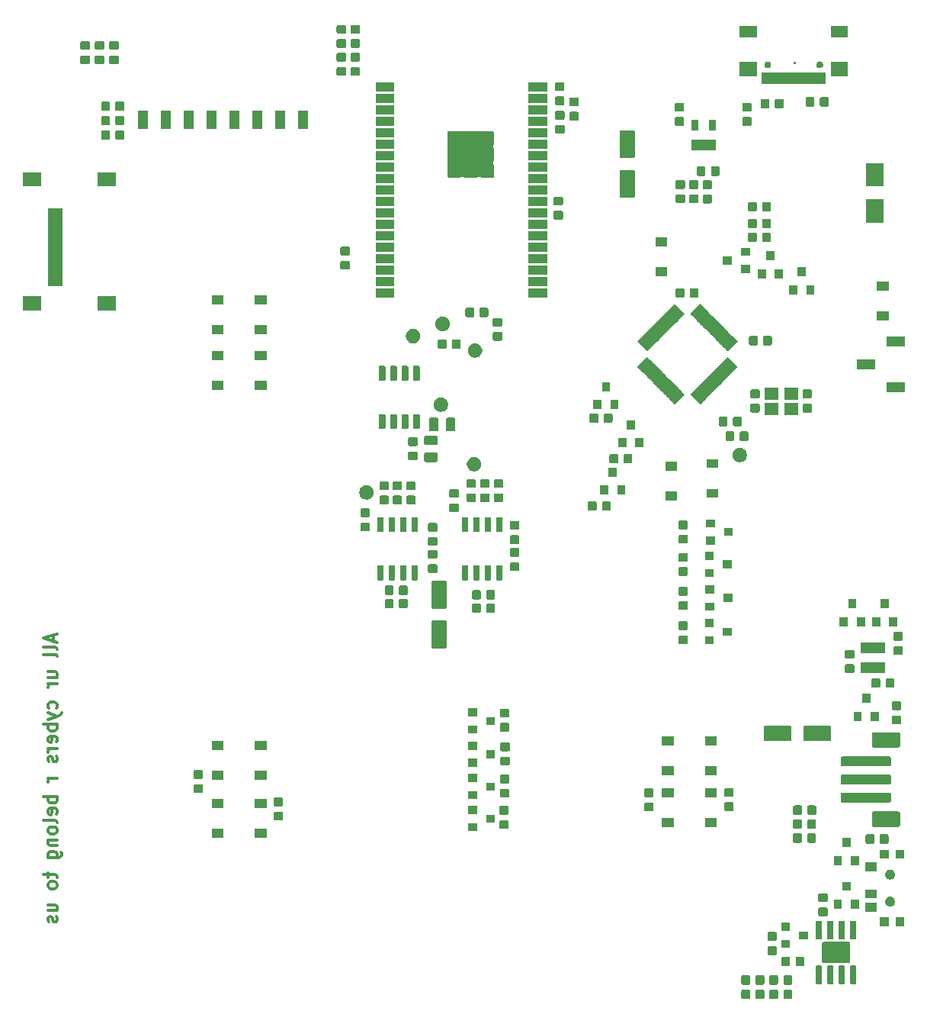
<source format=gbs>
G04 #@! TF.GenerationSoftware,KiCad,Pcbnew,(5.1.4-0-10_14)*
G04 #@! TF.CreationDate,2020-03-20T12:09:45+01:00*
G04 #@! TF.ProjectId,cz-badge-hardware,637a2d62-6164-4676-952d-686172647761,rev?*
G04 #@! TF.SameCoordinates,PX17d7840PY7735940*
G04 #@! TF.FileFunction,Soldermask,Bot*
G04 #@! TF.FilePolarity,Negative*
%FSLAX46Y46*%
G04 Gerber Fmt 4.6, Leading zero omitted, Abs format (unit mm)*
G04 Created by KiCad (PCBNEW (5.1.4-0-10_14)) date 2020-03-20 12:09:45*
%MOMM*%
%LPD*%
G04 APERTURE LIST*
%ADD10C,0.300000*%
%ADD11C,0.010000*%
%ADD12C,0.100000*%
G04 APERTURE END LIST*
D10*
X4350000Y41428572D02*
X4350000Y40714286D01*
X4778571Y41571429D02*
X3278571Y41071429D01*
X4778571Y40571429D01*
X4778571Y39857143D02*
X4707142Y40000000D01*
X4564285Y40071429D01*
X3278571Y40071429D01*
X4778571Y39071429D02*
X4707142Y39214286D01*
X4564285Y39285715D01*
X3278571Y39285715D01*
X3778571Y36714286D02*
X4778571Y36714286D01*
X3778571Y37357143D02*
X4564285Y37357143D01*
X4707142Y37285715D01*
X4778571Y37142858D01*
X4778571Y36928572D01*
X4707142Y36785715D01*
X4635714Y36714286D01*
X4778571Y36000000D02*
X3778571Y36000000D01*
X4064285Y36000000D02*
X3921428Y35928572D01*
X3850000Y35857143D01*
X3778571Y35714286D01*
X3778571Y35571429D01*
X4707142Y33285715D02*
X4778571Y33428572D01*
X4778571Y33714286D01*
X4707142Y33857143D01*
X4635714Y33928572D01*
X4492857Y34000000D01*
X4064285Y34000000D01*
X3921428Y33928572D01*
X3850000Y33857143D01*
X3778571Y33714286D01*
X3778571Y33428572D01*
X3850000Y33285715D01*
X3778571Y32785715D02*
X4778571Y32428572D01*
X3778571Y32071429D02*
X4778571Y32428572D01*
X5135714Y32571429D01*
X5207142Y32642858D01*
X5278571Y32785715D01*
X4778571Y31500000D02*
X3278571Y31500000D01*
X3850000Y31500000D02*
X3778571Y31357143D01*
X3778571Y31071429D01*
X3850000Y30928572D01*
X3921428Y30857143D01*
X4064285Y30785715D01*
X4492857Y30785715D01*
X4635714Y30857143D01*
X4707142Y30928572D01*
X4778571Y31071429D01*
X4778571Y31357143D01*
X4707142Y31500000D01*
X4707142Y29571429D02*
X4778571Y29714286D01*
X4778571Y30000000D01*
X4707142Y30142858D01*
X4564285Y30214286D01*
X3992857Y30214286D01*
X3850000Y30142858D01*
X3778571Y30000000D01*
X3778571Y29714286D01*
X3850000Y29571429D01*
X3992857Y29500000D01*
X4135714Y29500000D01*
X4278571Y30214286D01*
X4778571Y28857143D02*
X3778571Y28857143D01*
X4064285Y28857143D02*
X3921428Y28785715D01*
X3850000Y28714286D01*
X3778571Y28571429D01*
X3778571Y28428572D01*
X4707142Y28000000D02*
X4778571Y27857143D01*
X4778571Y27571429D01*
X4707142Y27428572D01*
X4564285Y27357143D01*
X4492857Y27357143D01*
X4350000Y27428572D01*
X4278571Y27571429D01*
X4278571Y27785715D01*
X4207142Y27928572D01*
X4064285Y28000000D01*
X3992857Y28000000D01*
X3850000Y27928572D01*
X3778571Y27785715D01*
X3778571Y27571429D01*
X3850000Y27428572D01*
X4778571Y25571429D02*
X3778571Y25571429D01*
X4064285Y25571429D02*
X3921428Y25500000D01*
X3850000Y25428572D01*
X3778571Y25285715D01*
X3778571Y25142858D01*
X4778571Y23500000D02*
X3278571Y23500000D01*
X3850000Y23500000D02*
X3778571Y23357143D01*
X3778571Y23071429D01*
X3850000Y22928572D01*
X3921428Y22857143D01*
X4064285Y22785715D01*
X4492857Y22785715D01*
X4635714Y22857143D01*
X4707142Y22928572D01*
X4778571Y23071429D01*
X4778571Y23357143D01*
X4707142Y23500000D01*
X4707142Y21571429D02*
X4778571Y21714286D01*
X4778571Y22000000D01*
X4707142Y22142858D01*
X4564285Y22214286D01*
X3992857Y22214286D01*
X3850000Y22142858D01*
X3778571Y22000000D01*
X3778571Y21714286D01*
X3850000Y21571429D01*
X3992857Y21500000D01*
X4135714Y21500000D01*
X4278571Y22214286D01*
X4778571Y20642858D02*
X4707142Y20785715D01*
X4564285Y20857143D01*
X3278571Y20857143D01*
X4778571Y19857143D02*
X4707142Y20000000D01*
X4635714Y20071429D01*
X4492857Y20142858D01*
X4064285Y20142858D01*
X3921428Y20071429D01*
X3850000Y20000000D01*
X3778571Y19857143D01*
X3778571Y19642858D01*
X3850000Y19500000D01*
X3921428Y19428572D01*
X4064285Y19357143D01*
X4492857Y19357143D01*
X4635714Y19428572D01*
X4707142Y19500000D01*
X4778571Y19642858D01*
X4778571Y19857143D01*
X3778571Y18714286D02*
X4778571Y18714286D01*
X3921428Y18714286D02*
X3850000Y18642858D01*
X3778571Y18500000D01*
X3778571Y18285715D01*
X3850000Y18142858D01*
X3992857Y18071429D01*
X4778571Y18071429D01*
X3778571Y16714286D02*
X4992857Y16714286D01*
X5135714Y16785715D01*
X5207142Y16857143D01*
X5278571Y17000000D01*
X5278571Y17214286D01*
X5207142Y17357143D01*
X4707142Y16714286D02*
X4778571Y16857143D01*
X4778571Y17142858D01*
X4707142Y17285715D01*
X4635714Y17357143D01*
X4492857Y17428572D01*
X4064285Y17428572D01*
X3921428Y17357143D01*
X3850000Y17285715D01*
X3778571Y17142858D01*
X3778571Y16857143D01*
X3850000Y16714286D01*
X3778571Y15071429D02*
X3778571Y14500000D01*
X3278571Y14857143D02*
X4564285Y14857143D01*
X4707142Y14785715D01*
X4778571Y14642858D01*
X4778571Y14500000D01*
X4778571Y13785715D02*
X4707142Y13928572D01*
X4635714Y14000000D01*
X4492857Y14071429D01*
X4064285Y14071429D01*
X3921428Y14000000D01*
X3850000Y13928572D01*
X3778571Y13785715D01*
X3778571Y13571429D01*
X3850000Y13428572D01*
X3921428Y13357143D01*
X4064285Y13285715D01*
X4492857Y13285715D01*
X4635714Y13357143D01*
X4707142Y13428572D01*
X4778571Y13571429D01*
X4778571Y13785715D01*
X3778571Y10857143D02*
X4778571Y10857143D01*
X3778571Y11500000D02*
X4564285Y11500000D01*
X4707142Y11428572D01*
X4778571Y11285715D01*
X4778571Y11071429D01*
X4707142Y10928572D01*
X4635714Y10857143D01*
X4707142Y10214286D02*
X4778571Y10071429D01*
X4778571Y9785715D01*
X4707142Y9642858D01*
X4564285Y9571429D01*
X4492857Y9571429D01*
X4350000Y9642858D01*
X4278571Y9785715D01*
X4278571Y10000000D01*
X4207142Y10142858D01*
X4064285Y10214286D01*
X3992857Y10214286D01*
X3850000Y10142858D01*
X3778571Y10000000D01*
X3778571Y9785715D01*
X3850000Y9642858D01*
D11*
G36*
X49530000Y93590000D02*
G01*
X48200000Y93590000D01*
X48200000Y92260000D01*
X49530000Y92260000D01*
X49530000Y93590000D01*
G37*
X49530000Y93590000D02*
X48200000Y93590000D01*
X48200000Y92260000D01*
X49530000Y92260000D01*
X49530000Y93590000D01*
G36*
X51365000Y93590000D02*
G01*
X50035000Y93590000D01*
X50035000Y92260000D01*
X51365000Y92260000D01*
X51365000Y93590000D01*
G37*
X51365000Y93590000D02*
X50035000Y93590000D01*
X50035000Y92260000D01*
X51365000Y92260000D01*
X51365000Y93590000D01*
G36*
X53200000Y93590000D02*
G01*
X51870000Y93590000D01*
X51870000Y92260000D01*
X53200000Y92260000D01*
X53200000Y93590000D01*
G37*
X53200000Y93590000D02*
X51870000Y93590000D01*
X51870000Y92260000D01*
X53200000Y92260000D01*
X53200000Y93590000D01*
G36*
X53200000Y97260000D02*
G01*
X51870000Y97260000D01*
X51870000Y95930000D01*
X53200000Y95930000D01*
X53200000Y97260000D01*
G37*
X53200000Y97260000D02*
X51870000Y97260000D01*
X51870000Y95930000D01*
X53200000Y95930000D01*
X53200000Y97260000D01*
G36*
X51365000Y97260000D02*
G01*
X50035000Y97260000D01*
X50035000Y95930000D01*
X51365000Y95930000D01*
X51365000Y97260000D01*
G37*
X51365000Y97260000D02*
X50035000Y97260000D01*
X50035000Y95930000D01*
X51365000Y95930000D01*
X51365000Y97260000D01*
G36*
X49530000Y97260000D02*
G01*
X48200000Y97260000D01*
X48200000Y95930000D01*
X49530000Y95930000D01*
X49530000Y97260000D01*
G37*
X49530000Y97260000D02*
X48200000Y97260000D01*
X48200000Y95930000D01*
X49530000Y95930000D01*
X49530000Y97260000D01*
G36*
X49530000Y95425000D02*
G01*
X48200000Y95425000D01*
X48200000Y94095000D01*
X49530000Y94095000D01*
X49530000Y95425000D01*
G37*
X49530000Y95425000D02*
X48200000Y95425000D01*
X48200000Y94095000D01*
X49530000Y94095000D01*
X49530000Y95425000D01*
G36*
X53200000Y95425000D02*
G01*
X51870000Y95425000D01*
X51870000Y94095000D01*
X53200000Y94095000D01*
X53200000Y95425000D01*
G37*
X53200000Y95425000D02*
X51870000Y95425000D01*
X51870000Y94095000D01*
X53200000Y94095000D01*
X53200000Y95425000D01*
G36*
X51365000Y95425000D02*
G01*
X50035000Y95425000D01*
X50035000Y94095000D01*
X51365000Y94095000D01*
X51365000Y95425000D01*
G37*
X51365000Y95425000D02*
X50035000Y95425000D01*
X50035000Y94095000D01*
X51365000Y94095000D01*
X51365000Y95425000D01*
D12*
G36*
X86279591Y2071915D02*
G01*
X86313569Y2061607D01*
X86344890Y2044866D01*
X86372339Y2022339D01*
X86394866Y1994890D01*
X86411607Y1963569D01*
X86421915Y1929591D01*
X86426000Y1888110D01*
X86426000Y1211890D01*
X86421915Y1170409D01*
X86411607Y1136431D01*
X86394866Y1105110D01*
X86372339Y1077661D01*
X86344890Y1055134D01*
X86313569Y1038393D01*
X86279591Y1028085D01*
X86238110Y1024000D01*
X85636890Y1024000D01*
X85595409Y1028085D01*
X85561431Y1038393D01*
X85530110Y1055134D01*
X85502661Y1077661D01*
X85480134Y1105110D01*
X85463393Y1136431D01*
X85453085Y1170409D01*
X85449000Y1211890D01*
X85449000Y1888110D01*
X85453085Y1929591D01*
X85463393Y1963569D01*
X85480134Y1994890D01*
X85502661Y2022339D01*
X85530110Y2044866D01*
X85561431Y2061607D01*
X85595409Y2071915D01*
X85636890Y2076000D01*
X86238110Y2076000D01*
X86279591Y2071915D01*
X86279591Y2071915D01*
G37*
G36*
X84704591Y2071915D02*
G01*
X84738569Y2061607D01*
X84769890Y2044866D01*
X84797339Y2022339D01*
X84819866Y1994890D01*
X84836607Y1963569D01*
X84846915Y1929591D01*
X84851000Y1888110D01*
X84851000Y1211890D01*
X84846915Y1170409D01*
X84836607Y1136431D01*
X84819866Y1105110D01*
X84797339Y1077661D01*
X84769890Y1055134D01*
X84738569Y1038393D01*
X84704591Y1028085D01*
X84663110Y1024000D01*
X84061890Y1024000D01*
X84020409Y1028085D01*
X83986431Y1038393D01*
X83955110Y1055134D01*
X83927661Y1077661D01*
X83905134Y1105110D01*
X83888393Y1136431D01*
X83878085Y1170409D01*
X83874000Y1211890D01*
X83874000Y1888110D01*
X83878085Y1929591D01*
X83888393Y1963569D01*
X83905134Y1994890D01*
X83927661Y2022339D01*
X83955110Y2044866D01*
X83986431Y2061607D01*
X84020409Y2071915D01*
X84061890Y2076000D01*
X84663110Y2076000D01*
X84704591Y2071915D01*
X84704591Y2071915D01*
G37*
G36*
X83179591Y2071915D02*
G01*
X83213569Y2061607D01*
X83244890Y2044866D01*
X83272339Y2022339D01*
X83294866Y1994890D01*
X83311607Y1963569D01*
X83321915Y1929591D01*
X83326000Y1888110D01*
X83326000Y1211890D01*
X83321915Y1170409D01*
X83311607Y1136431D01*
X83294866Y1105110D01*
X83272339Y1077661D01*
X83244890Y1055134D01*
X83213569Y1038393D01*
X83179591Y1028085D01*
X83138110Y1024000D01*
X82536890Y1024000D01*
X82495409Y1028085D01*
X82461431Y1038393D01*
X82430110Y1055134D01*
X82402661Y1077661D01*
X82380134Y1105110D01*
X82363393Y1136431D01*
X82353085Y1170409D01*
X82349000Y1211890D01*
X82349000Y1888110D01*
X82353085Y1929591D01*
X82363393Y1963569D01*
X82380134Y1994890D01*
X82402661Y2022339D01*
X82430110Y2044866D01*
X82461431Y2061607D01*
X82495409Y2071915D01*
X82536890Y2076000D01*
X83138110Y2076000D01*
X83179591Y2071915D01*
X83179591Y2071915D01*
G37*
G36*
X81604591Y2071915D02*
G01*
X81638569Y2061607D01*
X81669890Y2044866D01*
X81697339Y2022339D01*
X81719866Y1994890D01*
X81736607Y1963569D01*
X81746915Y1929591D01*
X81751000Y1888110D01*
X81751000Y1211890D01*
X81746915Y1170409D01*
X81736607Y1136431D01*
X81719866Y1105110D01*
X81697339Y1077661D01*
X81669890Y1055134D01*
X81638569Y1038393D01*
X81604591Y1028085D01*
X81563110Y1024000D01*
X80961890Y1024000D01*
X80920409Y1028085D01*
X80886431Y1038393D01*
X80855110Y1055134D01*
X80827661Y1077661D01*
X80805134Y1105110D01*
X80788393Y1136431D01*
X80778085Y1170409D01*
X80774000Y1211890D01*
X80774000Y1888110D01*
X80778085Y1929591D01*
X80788393Y1963569D01*
X80805134Y1994890D01*
X80827661Y2022339D01*
X80855110Y2044866D01*
X80886431Y2061607D01*
X80920409Y2071915D01*
X80961890Y2076000D01*
X81563110Y2076000D01*
X81604591Y2071915D01*
X81604591Y2071915D01*
G37*
G36*
X84704591Y3671915D02*
G01*
X84738569Y3661607D01*
X84769890Y3644866D01*
X84797339Y3622339D01*
X84819866Y3594890D01*
X84836607Y3563569D01*
X84846915Y3529591D01*
X84851000Y3488110D01*
X84851000Y2811890D01*
X84846915Y2770409D01*
X84836607Y2736431D01*
X84819866Y2705110D01*
X84797339Y2677661D01*
X84769890Y2655134D01*
X84738569Y2638393D01*
X84704591Y2628085D01*
X84663110Y2624000D01*
X84061890Y2624000D01*
X84020409Y2628085D01*
X83986431Y2638393D01*
X83955110Y2655134D01*
X83927661Y2677661D01*
X83905134Y2705110D01*
X83888393Y2736431D01*
X83878085Y2770409D01*
X83874000Y2811890D01*
X83874000Y3488110D01*
X83878085Y3529591D01*
X83888393Y3563569D01*
X83905134Y3594890D01*
X83927661Y3622339D01*
X83955110Y3644866D01*
X83986431Y3661607D01*
X84020409Y3671915D01*
X84061890Y3676000D01*
X84663110Y3676000D01*
X84704591Y3671915D01*
X84704591Y3671915D01*
G37*
G36*
X86279591Y3671915D02*
G01*
X86313569Y3661607D01*
X86344890Y3644866D01*
X86372339Y3622339D01*
X86394866Y3594890D01*
X86411607Y3563569D01*
X86421915Y3529591D01*
X86426000Y3488110D01*
X86426000Y2811890D01*
X86421915Y2770409D01*
X86411607Y2736431D01*
X86394866Y2705110D01*
X86372339Y2677661D01*
X86344890Y2655134D01*
X86313569Y2638393D01*
X86279591Y2628085D01*
X86238110Y2624000D01*
X85636890Y2624000D01*
X85595409Y2628085D01*
X85561431Y2638393D01*
X85530110Y2655134D01*
X85502661Y2677661D01*
X85480134Y2705110D01*
X85463393Y2736431D01*
X85453085Y2770409D01*
X85449000Y2811890D01*
X85449000Y3488110D01*
X85453085Y3529591D01*
X85463393Y3563569D01*
X85480134Y3594890D01*
X85502661Y3622339D01*
X85530110Y3644866D01*
X85561431Y3661607D01*
X85595409Y3671915D01*
X85636890Y3676000D01*
X86238110Y3676000D01*
X86279591Y3671915D01*
X86279591Y3671915D01*
G37*
G36*
X81604591Y3671915D02*
G01*
X81638569Y3661607D01*
X81669890Y3644866D01*
X81697339Y3622339D01*
X81719866Y3594890D01*
X81736607Y3563569D01*
X81746915Y3529591D01*
X81751000Y3488110D01*
X81751000Y2811890D01*
X81746915Y2770409D01*
X81736607Y2736431D01*
X81719866Y2705110D01*
X81697339Y2677661D01*
X81669890Y2655134D01*
X81638569Y2638393D01*
X81604591Y2628085D01*
X81563110Y2624000D01*
X80961890Y2624000D01*
X80920409Y2628085D01*
X80886431Y2638393D01*
X80855110Y2655134D01*
X80827661Y2677661D01*
X80805134Y2705110D01*
X80788393Y2736431D01*
X80778085Y2770409D01*
X80774000Y2811890D01*
X80774000Y3488110D01*
X80778085Y3529591D01*
X80788393Y3563569D01*
X80805134Y3594890D01*
X80827661Y3622339D01*
X80855110Y3644866D01*
X80886431Y3661607D01*
X80920409Y3671915D01*
X80961890Y3676000D01*
X81563110Y3676000D01*
X81604591Y3671915D01*
X81604591Y3671915D01*
G37*
G36*
X83179591Y3671915D02*
G01*
X83213569Y3661607D01*
X83244890Y3644866D01*
X83272339Y3622339D01*
X83294866Y3594890D01*
X83311607Y3563569D01*
X83321915Y3529591D01*
X83326000Y3488110D01*
X83326000Y2811890D01*
X83321915Y2770409D01*
X83311607Y2736431D01*
X83294866Y2705110D01*
X83272339Y2677661D01*
X83244890Y2655134D01*
X83213569Y2638393D01*
X83179591Y2628085D01*
X83138110Y2624000D01*
X82536890Y2624000D01*
X82495409Y2628085D01*
X82461431Y2638393D01*
X82430110Y2655134D01*
X82402661Y2677661D01*
X82380134Y2705110D01*
X82363393Y2736431D01*
X82353085Y2770409D01*
X82349000Y2811890D01*
X82349000Y3488110D01*
X82353085Y3529591D01*
X82363393Y3563569D01*
X82380134Y3594890D01*
X82402661Y3622339D01*
X82430110Y3644866D01*
X82461431Y3661607D01*
X82495409Y3671915D01*
X82536890Y3676000D01*
X83138110Y3676000D01*
X83179591Y3671915D01*
X83179591Y3671915D01*
G37*
G36*
X93464928Y4748236D02*
G01*
X93486009Y4741840D01*
X93505445Y4731452D01*
X93522476Y4717476D01*
X93536452Y4700445D01*
X93546840Y4681009D01*
X93553236Y4659928D01*
X93556000Y4631860D01*
X93556000Y2818140D01*
X93553236Y2790072D01*
X93546840Y2768991D01*
X93536452Y2749555D01*
X93522476Y2732524D01*
X93505445Y2718548D01*
X93486009Y2708160D01*
X93464928Y2701764D01*
X93436860Y2699000D01*
X92973140Y2699000D01*
X92945072Y2701764D01*
X92923991Y2708160D01*
X92904555Y2718548D01*
X92887524Y2732524D01*
X92873548Y2749555D01*
X92863160Y2768991D01*
X92856764Y2790072D01*
X92854000Y2818140D01*
X92854000Y4631860D01*
X92856764Y4659928D01*
X92863160Y4681009D01*
X92873548Y4700445D01*
X92887524Y4717476D01*
X92904555Y4731452D01*
X92923991Y4741840D01*
X92945072Y4748236D01*
X92973140Y4751000D01*
X93436860Y4751000D01*
X93464928Y4748236D01*
X93464928Y4748236D01*
G37*
G36*
X92194928Y4748236D02*
G01*
X92216009Y4741840D01*
X92235445Y4731452D01*
X92252476Y4717476D01*
X92266452Y4700445D01*
X92276840Y4681009D01*
X92283236Y4659928D01*
X92286000Y4631860D01*
X92286000Y2818140D01*
X92283236Y2790072D01*
X92276840Y2768991D01*
X92266452Y2749555D01*
X92252476Y2732524D01*
X92235445Y2718548D01*
X92216009Y2708160D01*
X92194928Y2701764D01*
X92166860Y2699000D01*
X91703140Y2699000D01*
X91675072Y2701764D01*
X91653991Y2708160D01*
X91634555Y2718548D01*
X91617524Y2732524D01*
X91603548Y2749555D01*
X91593160Y2768991D01*
X91586764Y2790072D01*
X91584000Y2818140D01*
X91584000Y4631860D01*
X91586764Y4659928D01*
X91593160Y4681009D01*
X91603548Y4700445D01*
X91617524Y4717476D01*
X91634555Y4731452D01*
X91653991Y4741840D01*
X91675072Y4748236D01*
X91703140Y4751000D01*
X92166860Y4751000D01*
X92194928Y4748236D01*
X92194928Y4748236D01*
G37*
G36*
X90924928Y4748236D02*
G01*
X90946009Y4741840D01*
X90965445Y4731452D01*
X90982476Y4717476D01*
X90996452Y4700445D01*
X91006840Y4681009D01*
X91013236Y4659928D01*
X91016000Y4631860D01*
X91016000Y2818140D01*
X91013236Y2790072D01*
X91006840Y2768991D01*
X90996452Y2749555D01*
X90982476Y2732524D01*
X90965445Y2718548D01*
X90946009Y2708160D01*
X90924928Y2701764D01*
X90896860Y2699000D01*
X90433140Y2699000D01*
X90405072Y2701764D01*
X90383991Y2708160D01*
X90364555Y2718548D01*
X90347524Y2732524D01*
X90333548Y2749555D01*
X90323160Y2768991D01*
X90316764Y2790072D01*
X90314000Y2818140D01*
X90314000Y4631860D01*
X90316764Y4659928D01*
X90323160Y4681009D01*
X90333548Y4700445D01*
X90347524Y4717476D01*
X90364555Y4731452D01*
X90383991Y4741840D01*
X90405072Y4748236D01*
X90433140Y4751000D01*
X90896860Y4751000D01*
X90924928Y4748236D01*
X90924928Y4748236D01*
G37*
G36*
X89654928Y4748236D02*
G01*
X89676009Y4741840D01*
X89695445Y4731452D01*
X89712476Y4717476D01*
X89726452Y4700445D01*
X89736840Y4681009D01*
X89743236Y4659928D01*
X89746000Y4631860D01*
X89746000Y2818140D01*
X89743236Y2790072D01*
X89736840Y2768991D01*
X89726452Y2749555D01*
X89712476Y2732524D01*
X89695445Y2718548D01*
X89676009Y2708160D01*
X89654928Y2701764D01*
X89626860Y2699000D01*
X89163140Y2699000D01*
X89135072Y2701764D01*
X89113991Y2708160D01*
X89094555Y2718548D01*
X89077524Y2732524D01*
X89063548Y2749555D01*
X89053160Y2768991D01*
X89046764Y2790072D01*
X89044000Y2818140D01*
X89044000Y4631860D01*
X89046764Y4659928D01*
X89053160Y4681009D01*
X89063548Y4700445D01*
X89077524Y4717476D01*
X89094555Y4731452D01*
X89113991Y4741840D01*
X89135072Y4748236D01*
X89163140Y4751000D01*
X89626860Y4751000D01*
X89654928Y4748236D01*
X89654928Y4748236D01*
G37*
G36*
X87629591Y5721915D02*
G01*
X87663569Y5711607D01*
X87694890Y5694866D01*
X87722339Y5672339D01*
X87744866Y5644890D01*
X87761607Y5613569D01*
X87771915Y5579591D01*
X87776000Y5538110D01*
X87776000Y4861890D01*
X87771915Y4820409D01*
X87761607Y4786431D01*
X87744866Y4755110D01*
X87722339Y4727661D01*
X87694890Y4705134D01*
X87663569Y4688393D01*
X87629591Y4678085D01*
X87588110Y4674000D01*
X86986890Y4674000D01*
X86945409Y4678085D01*
X86911431Y4688393D01*
X86880110Y4705134D01*
X86852661Y4727661D01*
X86830134Y4755110D01*
X86813393Y4786431D01*
X86803085Y4820409D01*
X86799000Y4861890D01*
X86799000Y5538110D01*
X86803085Y5579591D01*
X86813393Y5613569D01*
X86830134Y5644890D01*
X86852661Y5672339D01*
X86880110Y5694866D01*
X86911431Y5711607D01*
X86945409Y5721915D01*
X86986890Y5726000D01*
X87588110Y5726000D01*
X87629591Y5721915D01*
X87629591Y5721915D01*
G37*
G36*
X86054591Y5721915D02*
G01*
X86088569Y5711607D01*
X86119890Y5694866D01*
X86147339Y5672339D01*
X86169866Y5644890D01*
X86186607Y5613569D01*
X86196915Y5579591D01*
X86201000Y5538110D01*
X86201000Y4861890D01*
X86196915Y4820409D01*
X86186607Y4786431D01*
X86169866Y4755110D01*
X86147339Y4727661D01*
X86119890Y4705134D01*
X86088569Y4688393D01*
X86054591Y4678085D01*
X86013110Y4674000D01*
X85411890Y4674000D01*
X85370409Y4678085D01*
X85336431Y4688393D01*
X85305110Y4705134D01*
X85277661Y4727661D01*
X85255134Y4755110D01*
X85238393Y4786431D01*
X85228085Y4820409D01*
X85224000Y4861890D01*
X85224000Y5538110D01*
X85228085Y5579591D01*
X85238393Y5613569D01*
X85255134Y5644890D01*
X85277661Y5672339D01*
X85305110Y5694866D01*
X85336431Y5711607D01*
X85370409Y5721915D01*
X85411890Y5726000D01*
X86013110Y5726000D01*
X86054591Y5721915D01*
X86054591Y5721915D01*
G37*
G36*
X92719336Y7392267D02*
G01*
X92749883Y7383001D01*
X92778033Y7367954D01*
X92802706Y7347706D01*
X92822954Y7323033D01*
X92838001Y7294883D01*
X92847267Y7264336D01*
X92851000Y7226433D01*
X92851000Y5173567D01*
X92847267Y5135664D01*
X92838001Y5105117D01*
X92822954Y5076967D01*
X92802706Y5052294D01*
X92778033Y5032046D01*
X92749883Y5016999D01*
X92719336Y5007733D01*
X92681433Y5004000D01*
X89918567Y5004000D01*
X89880664Y5007733D01*
X89850117Y5016999D01*
X89821967Y5032046D01*
X89797294Y5052294D01*
X89777046Y5076967D01*
X89761999Y5105117D01*
X89752733Y5135664D01*
X89749000Y5173567D01*
X89749000Y7226433D01*
X89752733Y7264336D01*
X89761999Y7294883D01*
X89777046Y7323033D01*
X89797294Y7347706D01*
X89821967Y7367954D01*
X89850117Y7383001D01*
X89880664Y7392267D01*
X89918567Y7396000D01*
X92681433Y7396000D01*
X92719336Y7392267D01*
X92719336Y7392267D01*
G37*
G36*
X84579591Y6896915D02*
G01*
X84613569Y6886607D01*
X84644890Y6869866D01*
X84672339Y6847339D01*
X84694866Y6819890D01*
X84711607Y6788569D01*
X84721915Y6754591D01*
X84726000Y6713110D01*
X84726000Y6111890D01*
X84721915Y6070409D01*
X84711607Y6036431D01*
X84694866Y6005110D01*
X84672339Y5977661D01*
X84644890Y5955134D01*
X84613569Y5938393D01*
X84579591Y5928085D01*
X84538110Y5924000D01*
X83861890Y5924000D01*
X83820409Y5928085D01*
X83786431Y5938393D01*
X83755110Y5955134D01*
X83727661Y5977661D01*
X83705134Y6005110D01*
X83688393Y6036431D01*
X83678085Y6070409D01*
X83674000Y6111890D01*
X83674000Y6713110D01*
X83678085Y6754591D01*
X83688393Y6788569D01*
X83705134Y6819890D01*
X83727661Y6847339D01*
X83755110Y6869866D01*
X83786431Y6886607D01*
X83820409Y6896915D01*
X83861890Y6901000D01*
X84538110Y6901000D01*
X84579591Y6896915D01*
X84579591Y6896915D01*
G37*
G36*
X86201000Y6699000D02*
G01*
X85199000Y6699000D01*
X85199000Y7601000D01*
X86201000Y7601000D01*
X86201000Y6699000D01*
X86201000Y6699000D01*
G37*
G36*
X84579591Y8471915D02*
G01*
X84613569Y8461607D01*
X84644890Y8444866D01*
X84672339Y8422339D01*
X84694866Y8394890D01*
X84711607Y8363569D01*
X84721915Y8329591D01*
X84726000Y8288110D01*
X84726000Y7686890D01*
X84721915Y7645409D01*
X84711607Y7611431D01*
X84694866Y7580110D01*
X84672339Y7552661D01*
X84644890Y7530134D01*
X84613569Y7513393D01*
X84579591Y7503085D01*
X84538110Y7499000D01*
X83861890Y7499000D01*
X83820409Y7503085D01*
X83786431Y7513393D01*
X83755110Y7530134D01*
X83727661Y7552661D01*
X83705134Y7580110D01*
X83688393Y7611431D01*
X83678085Y7645409D01*
X83674000Y7686890D01*
X83674000Y8288110D01*
X83678085Y8329591D01*
X83688393Y8363569D01*
X83705134Y8394890D01*
X83727661Y8422339D01*
X83755110Y8444866D01*
X83786431Y8461607D01*
X83820409Y8471915D01*
X83861890Y8476000D01*
X84538110Y8476000D01*
X84579591Y8471915D01*
X84579591Y8471915D01*
G37*
G36*
X88201000Y7649000D02*
G01*
X87199000Y7649000D01*
X87199000Y8551000D01*
X88201000Y8551000D01*
X88201000Y7649000D01*
X88201000Y7649000D01*
G37*
G36*
X93464928Y9698236D02*
G01*
X93486009Y9691840D01*
X93505445Y9681452D01*
X93522476Y9667476D01*
X93536452Y9650445D01*
X93546840Y9631009D01*
X93553236Y9609928D01*
X93556000Y9581860D01*
X93556000Y7768140D01*
X93553236Y7740072D01*
X93546840Y7718991D01*
X93536452Y7699555D01*
X93522476Y7682524D01*
X93505445Y7668548D01*
X93486009Y7658160D01*
X93464928Y7651764D01*
X93436860Y7649000D01*
X92973140Y7649000D01*
X92945072Y7651764D01*
X92923991Y7658160D01*
X92904555Y7668548D01*
X92887524Y7682524D01*
X92873548Y7699555D01*
X92863160Y7718991D01*
X92856764Y7740072D01*
X92854000Y7768140D01*
X92854000Y9581860D01*
X92856764Y9609928D01*
X92863160Y9631009D01*
X92873548Y9650445D01*
X92887524Y9667476D01*
X92904555Y9681452D01*
X92923991Y9691840D01*
X92945072Y9698236D01*
X92973140Y9701000D01*
X93436860Y9701000D01*
X93464928Y9698236D01*
X93464928Y9698236D01*
G37*
G36*
X92194928Y9698236D02*
G01*
X92216009Y9691840D01*
X92235445Y9681452D01*
X92252476Y9667476D01*
X92266452Y9650445D01*
X92276840Y9631009D01*
X92283236Y9609928D01*
X92286000Y9581860D01*
X92286000Y7768140D01*
X92283236Y7740072D01*
X92276840Y7718991D01*
X92266452Y7699555D01*
X92252476Y7682524D01*
X92235445Y7668548D01*
X92216009Y7658160D01*
X92194928Y7651764D01*
X92166860Y7649000D01*
X91703140Y7649000D01*
X91675072Y7651764D01*
X91653991Y7658160D01*
X91634555Y7668548D01*
X91617524Y7682524D01*
X91603548Y7699555D01*
X91593160Y7718991D01*
X91586764Y7740072D01*
X91584000Y7768140D01*
X91584000Y9581860D01*
X91586764Y9609928D01*
X91593160Y9631009D01*
X91603548Y9650445D01*
X91617524Y9667476D01*
X91634555Y9681452D01*
X91653991Y9691840D01*
X91675072Y9698236D01*
X91703140Y9701000D01*
X92166860Y9701000D01*
X92194928Y9698236D01*
X92194928Y9698236D01*
G37*
G36*
X90924928Y9698236D02*
G01*
X90946009Y9691840D01*
X90965445Y9681452D01*
X90982476Y9667476D01*
X90996452Y9650445D01*
X91006840Y9631009D01*
X91013236Y9609928D01*
X91016000Y9581860D01*
X91016000Y7768140D01*
X91013236Y7740072D01*
X91006840Y7718991D01*
X90996452Y7699555D01*
X90982476Y7682524D01*
X90965445Y7668548D01*
X90946009Y7658160D01*
X90924928Y7651764D01*
X90896860Y7649000D01*
X90433140Y7649000D01*
X90405072Y7651764D01*
X90383991Y7658160D01*
X90364555Y7668548D01*
X90347524Y7682524D01*
X90333548Y7699555D01*
X90323160Y7718991D01*
X90316764Y7740072D01*
X90314000Y7768140D01*
X90314000Y9581860D01*
X90316764Y9609928D01*
X90323160Y9631009D01*
X90333548Y9650445D01*
X90347524Y9667476D01*
X90364555Y9681452D01*
X90383991Y9691840D01*
X90405072Y9698236D01*
X90433140Y9701000D01*
X90896860Y9701000D01*
X90924928Y9698236D01*
X90924928Y9698236D01*
G37*
G36*
X89654928Y9698236D02*
G01*
X89676009Y9691840D01*
X89695445Y9681452D01*
X89712476Y9667476D01*
X89726452Y9650445D01*
X89736840Y9631009D01*
X89743236Y9609928D01*
X89746000Y9581860D01*
X89746000Y7768140D01*
X89743236Y7740072D01*
X89736840Y7718991D01*
X89726452Y7699555D01*
X89712476Y7682524D01*
X89695445Y7668548D01*
X89676009Y7658160D01*
X89654928Y7651764D01*
X89626860Y7649000D01*
X89163140Y7649000D01*
X89135072Y7651764D01*
X89113991Y7658160D01*
X89094555Y7668548D01*
X89077524Y7682524D01*
X89063548Y7699555D01*
X89053160Y7718991D01*
X89046764Y7740072D01*
X89044000Y7768140D01*
X89044000Y9581860D01*
X89046764Y9609928D01*
X89053160Y9631009D01*
X89063548Y9650445D01*
X89077524Y9667476D01*
X89094555Y9681452D01*
X89113991Y9691840D01*
X89135072Y9698236D01*
X89163140Y9701000D01*
X89626860Y9701000D01*
X89654928Y9698236D01*
X89654928Y9698236D01*
G37*
G36*
X86201000Y8599000D02*
G01*
X85199000Y8599000D01*
X85199000Y9501000D01*
X86201000Y9501000D01*
X86201000Y8599000D01*
X86201000Y8599000D01*
G37*
G36*
X97151000Y9099000D02*
G01*
X96149000Y9099000D01*
X96149000Y10101000D01*
X97151000Y10101000D01*
X97151000Y9099000D01*
X97151000Y9099000D01*
G37*
G36*
X98901000Y9099000D02*
G01*
X97899000Y9099000D01*
X97899000Y10101000D01*
X98901000Y10101000D01*
X98901000Y9099000D01*
X98901000Y9099000D01*
G37*
G36*
X90229591Y11196915D02*
G01*
X90263569Y11186607D01*
X90294890Y11169866D01*
X90322339Y11147339D01*
X90344866Y11119890D01*
X90361607Y11088569D01*
X90371915Y11054591D01*
X90376000Y11013110D01*
X90376000Y10411890D01*
X90371915Y10370409D01*
X90361607Y10336431D01*
X90344866Y10305110D01*
X90322339Y10277661D01*
X90294890Y10255134D01*
X90263569Y10238393D01*
X90229591Y10228085D01*
X90188110Y10224000D01*
X89511890Y10224000D01*
X89470409Y10228085D01*
X89436431Y10238393D01*
X89405110Y10255134D01*
X89377661Y10277661D01*
X89355134Y10305110D01*
X89338393Y10336431D01*
X89328085Y10370409D01*
X89324000Y10411890D01*
X89324000Y11013110D01*
X89328085Y11054591D01*
X89338393Y11088569D01*
X89355134Y11119890D01*
X89377661Y11147339D01*
X89405110Y11169866D01*
X89436431Y11186607D01*
X89470409Y11196915D01*
X89511890Y11201000D01*
X90188110Y11201000D01*
X90229591Y11196915D01*
X90229591Y11196915D01*
G37*
G36*
X95851000Y10699000D02*
G01*
X94549000Y10699000D01*
X94549000Y11701000D01*
X95851000Y11701000D01*
X95851000Y10699000D01*
X95851000Y10699000D01*
G37*
G36*
X91951000Y11049000D02*
G01*
X91049000Y11049000D01*
X91049000Y12051000D01*
X91951000Y12051000D01*
X91951000Y11049000D01*
X91951000Y11049000D01*
G37*
G36*
X93851000Y11049000D02*
G01*
X92949000Y11049000D01*
X92949000Y12051000D01*
X93851000Y12051000D01*
X93851000Y11049000D01*
X93851000Y11049000D01*
G37*
G36*
X97460721Y12379826D02*
G01*
X97560995Y12338291D01*
X97560996Y12338290D01*
X97651242Y12277990D01*
X97727990Y12201242D01*
X97727991Y12201240D01*
X97788291Y12110995D01*
X97829826Y12010721D01*
X97851000Y11904270D01*
X97851000Y11795730D01*
X97829826Y11689279D01*
X97788291Y11589005D01*
X97788290Y11589004D01*
X97727990Y11498758D01*
X97651242Y11422010D01*
X97605812Y11391655D01*
X97560995Y11361709D01*
X97460721Y11320174D01*
X97354270Y11299000D01*
X97245730Y11299000D01*
X97139279Y11320174D01*
X97039005Y11361709D01*
X96994188Y11391655D01*
X96948758Y11422010D01*
X96872010Y11498758D01*
X96811710Y11589004D01*
X96811709Y11589005D01*
X96770174Y11689279D01*
X96749000Y11795730D01*
X96749000Y11904270D01*
X96770174Y12010721D01*
X96811709Y12110995D01*
X96872009Y12201240D01*
X96872010Y12201242D01*
X96948758Y12277990D01*
X97039004Y12338290D01*
X97039005Y12338291D01*
X97139279Y12379826D01*
X97245730Y12401000D01*
X97354270Y12401000D01*
X97460721Y12379826D01*
X97460721Y12379826D01*
G37*
G36*
X90229591Y12771915D02*
G01*
X90263569Y12761607D01*
X90294890Y12744866D01*
X90322339Y12722339D01*
X90344866Y12694890D01*
X90361607Y12663569D01*
X90371915Y12629591D01*
X90376000Y12588110D01*
X90376000Y11986890D01*
X90371915Y11945409D01*
X90361607Y11911431D01*
X90344866Y11880110D01*
X90322339Y11852661D01*
X90294890Y11830134D01*
X90263569Y11813393D01*
X90229591Y11803085D01*
X90188110Y11799000D01*
X89511890Y11799000D01*
X89470409Y11803085D01*
X89436431Y11813393D01*
X89405110Y11830134D01*
X89377661Y11852661D01*
X89355134Y11880110D01*
X89338393Y11911431D01*
X89328085Y11945409D01*
X89324000Y11986890D01*
X89324000Y12588110D01*
X89328085Y12629591D01*
X89338393Y12663569D01*
X89355134Y12694890D01*
X89377661Y12722339D01*
X89405110Y12744866D01*
X89436431Y12761607D01*
X89470409Y12771915D01*
X89511890Y12776000D01*
X90188110Y12776000D01*
X90229591Y12771915D01*
X90229591Y12771915D01*
G37*
G36*
X95851000Y12199000D02*
G01*
X94549000Y12199000D01*
X94549000Y13201000D01*
X95851000Y13201000D01*
X95851000Y12199000D01*
X95851000Y12199000D01*
G37*
G36*
X92901000Y13049000D02*
G01*
X91999000Y13049000D01*
X91999000Y14051000D01*
X92901000Y14051000D01*
X92901000Y13049000D01*
X92901000Y13049000D01*
G37*
G36*
X97460721Y15379826D02*
G01*
X97560995Y15338291D01*
X97560996Y15338290D01*
X97651242Y15277990D01*
X97727990Y15201242D01*
X97727991Y15201240D01*
X97788291Y15110995D01*
X97829826Y15010721D01*
X97851000Y14904270D01*
X97851000Y14795730D01*
X97829826Y14689279D01*
X97788291Y14589005D01*
X97788290Y14589004D01*
X97727990Y14498758D01*
X97651242Y14422010D01*
X97605812Y14391655D01*
X97560995Y14361709D01*
X97460721Y14320174D01*
X97354270Y14299000D01*
X97245730Y14299000D01*
X97139279Y14320174D01*
X97039005Y14361709D01*
X96994188Y14391655D01*
X96948758Y14422010D01*
X96872010Y14498758D01*
X96811710Y14589004D01*
X96811709Y14589005D01*
X96770174Y14689279D01*
X96749000Y14795730D01*
X96749000Y14904270D01*
X96770174Y15010721D01*
X96811709Y15110995D01*
X96872009Y15201240D01*
X96872010Y15201242D01*
X96948758Y15277990D01*
X97039004Y15338290D01*
X97039005Y15338291D01*
X97139279Y15379826D01*
X97245730Y15401000D01*
X97354270Y15401000D01*
X97460721Y15379826D01*
X97460721Y15379826D01*
G37*
G36*
X95851000Y15199000D02*
G01*
X94549000Y15199000D01*
X94549000Y16201000D01*
X95851000Y16201000D01*
X95851000Y15199000D01*
X95851000Y15199000D01*
G37*
G36*
X91951000Y15899000D02*
G01*
X91049000Y15899000D01*
X91049000Y16901000D01*
X91951000Y16901000D01*
X91951000Y15899000D01*
X91951000Y15899000D01*
G37*
G36*
X93851000Y15899000D02*
G01*
X92949000Y15899000D01*
X92949000Y16901000D01*
X93851000Y16901000D01*
X93851000Y15899000D01*
X93851000Y15899000D01*
G37*
G36*
X97151000Y16599000D02*
G01*
X96149000Y16599000D01*
X96149000Y17601000D01*
X97151000Y17601000D01*
X97151000Y16599000D01*
X97151000Y16599000D01*
G37*
G36*
X98901000Y16599000D02*
G01*
X97899000Y16599000D01*
X97899000Y17601000D01*
X98901000Y17601000D01*
X98901000Y16599000D01*
X98901000Y16599000D01*
G37*
G36*
X92901000Y17899000D02*
G01*
X91999000Y17899000D01*
X91999000Y18901000D01*
X92901000Y18901000D01*
X92901000Y17899000D01*
X92901000Y17899000D01*
G37*
G36*
X95404591Y19321915D02*
G01*
X95438569Y19311607D01*
X95469890Y19294866D01*
X95497339Y19272339D01*
X95519866Y19244890D01*
X95536607Y19213569D01*
X95546915Y19179591D01*
X95551000Y19138110D01*
X95551000Y18461890D01*
X95546915Y18420409D01*
X95536607Y18386431D01*
X95519866Y18355110D01*
X95497339Y18327661D01*
X95469890Y18305134D01*
X95438569Y18288393D01*
X95404591Y18278085D01*
X95363110Y18274000D01*
X94761890Y18274000D01*
X94720409Y18278085D01*
X94686431Y18288393D01*
X94655110Y18305134D01*
X94627661Y18327661D01*
X94605134Y18355110D01*
X94588393Y18386431D01*
X94578085Y18420409D01*
X94574000Y18461890D01*
X94574000Y19138110D01*
X94578085Y19179591D01*
X94588393Y19213569D01*
X94605134Y19244890D01*
X94627661Y19272339D01*
X94655110Y19294866D01*
X94686431Y19311607D01*
X94720409Y19321915D01*
X94761890Y19326000D01*
X95363110Y19326000D01*
X95404591Y19321915D01*
X95404591Y19321915D01*
G37*
G36*
X96979591Y19321915D02*
G01*
X97013569Y19311607D01*
X97044890Y19294866D01*
X97072339Y19272339D01*
X97094866Y19244890D01*
X97111607Y19213569D01*
X97121915Y19179591D01*
X97126000Y19138110D01*
X97126000Y18461890D01*
X97121915Y18420409D01*
X97111607Y18386431D01*
X97094866Y18355110D01*
X97072339Y18327661D01*
X97044890Y18305134D01*
X97013569Y18288393D01*
X96979591Y18278085D01*
X96938110Y18274000D01*
X96336890Y18274000D01*
X96295409Y18278085D01*
X96261431Y18288393D01*
X96230110Y18305134D01*
X96202661Y18327661D01*
X96180134Y18355110D01*
X96163393Y18386431D01*
X96153085Y18420409D01*
X96149000Y18461890D01*
X96149000Y19138110D01*
X96153085Y19179591D01*
X96163393Y19213569D01*
X96180134Y19244890D01*
X96202661Y19272339D01*
X96230110Y19294866D01*
X96261431Y19311607D01*
X96295409Y19321915D01*
X96336890Y19326000D01*
X96938110Y19326000D01*
X96979591Y19321915D01*
X96979591Y19321915D01*
G37*
G36*
X87354591Y19421915D02*
G01*
X87388569Y19411607D01*
X87419890Y19394866D01*
X87447339Y19372339D01*
X87469866Y19344890D01*
X87486607Y19313569D01*
X87496915Y19279591D01*
X87501000Y19238110D01*
X87501000Y18561890D01*
X87496915Y18520409D01*
X87486607Y18486431D01*
X87469866Y18455110D01*
X87447339Y18427661D01*
X87419890Y18405134D01*
X87388569Y18388393D01*
X87354591Y18378085D01*
X87313110Y18374000D01*
X86711890Y18374000D01*
X86670409Y18378085D01*
X86636431Y18388393D01*
X86605110Y18405134D01*
X86577661Y18427661D01*
X86555134Y18455110D01*
X86538393Y18486431D01*
X86528085Y18520409D01*
X86524000Y18561890D01*
X86524000Y19238110D01*
X86528085Y19279591D01*
X86538393Y19313569D01*
X86555134Y19344890D01*
X86577661Y19372339D01*
X86605110Y19394866D01*
X86636431Y19411607D01*
X86670409Y19421915D01*
X86711890Y19426000D01*
X87313110Y19426000D01*
X87354591Y19421915D01*
X87354591Y19421915D01*
G37*
G36*
X88929591Y19421915D02*
G01*
X88963569Y19411607D01*
X88994890Y19394866D01*
X89022339Y19372339D01*
X89044866Y19344890D01*
X89061607Y19313569D01*
X89071915Y19279591D01*
X89076000Y19238110D01*
X89076000Y18561890D01*
X89071915Y18520409D01*
X89061607Y18486431D01*
X89044866Y18455110D01*
X89022339Y18427661D01*
X88994890Y18405134D01*
X88963569Y18388393D01*
X88929591Y18378085D01*
X88888110Y18374000D01*
X88286890Y18374000D01*
X88245409Y18378085D01*
X88211431Y18388393D01*
X88180110Y18405134D01*
X88152661Y18427661D01*
X88130134Y18455110D01*
X88113393Y18486431D01*
X88103085Y18520409D01*
X88099000Y18561890D01*
X88099000Y19238110D01*
X88103085Y19279591D01*
X88113393Y19313569D01*
X88130134Y19344890D01*
X88152661Y19372339D01*
X88180110Y19394866D01*
X88211431Y19411607D01*
X88245409Y19421915D01*
X88286890Y19426000D01*
X88888110Y19426000D01*
X88929591Y19421915D01*
X88929591Y19421915D01*
G37*
G36*
X23251000Y18949000D02*
G01*
X21949000Y18949000D01*
X21949000Y19951000D01*
X23251000Y19951000D01*
X23251000Y18949000D01*
X23251000Y18949000D01*
G37*
G36*
X28051000Y18949000D02*
G01*
X26749000Y18949000D01*
X26749000Y19951000D01*
X28051000Y19951000D01*
X28051000Y18949000D01*
X28051000Y18949000D01*
G37*
G36*
X51426000Y19649000D02*
G01*
X50424000Y19649000D01*
X50424000Y20551000D01*
X51426000Y20551000D01*
X51426000Y19649000D01*
X51426000Y19649000D01*
G37*
G36*
X54793591Y20876915D02*
G01*
X54827569Y20866607D01*
X54858890Y20849866D01*
X54886339Y20827339D01*
X54908866Y20799890D01*
X54925607Y20768569D01*
X54935915Y20734591D01*
X54940000Y20693110D01*
X54940000Y20091890D01*
X54935915Y20050409D01*
X54925607Y20016431D01*
X54908866Y19985110D01*
X54886339Y19957661D01*
X54858890Y19935134D01*
X54827569Y19918393D01*
X54793591Y19908085D01*
X54752110Y19904000D01*
X54075890Y19904000D01*
X54034409Y19908085D01*
X54000431Y19918393D01*
X53969110Y19935134D01*
X53941661Y19957661D01*
X53919134Y19985110D01*
X53902393Y20016431D01*
X53892085Y20050409D01*
X53888000Y20091890D01*
X53888000Y20693110D01*
X53892085Y20734591D01*
X53902393Y20768569D01*
X53919134Y20799890D01*
X53941661Y20827339D01*
X53969110Y20849866D01*
X54000431Y20866607D01*
X54034409Y20876915D01*
X54075890Y20881000D01*
X54752110Y20881000D01*
X54793591Y20876915D01*
X54793591Y20876915D01*
G37*
G36*
X87354591Y20971915D02*
G01*
X87388569Y20961607D01*
X87419890Y20944866D01*
X87447339Y20922339D01*
X87469866Y20894890D01*
X87486607Y20863569D01*
X87496915Y20829591D01*
X87501000Y20788110D01*
X87501000Y20111890D01*
X87496915Y20070409D01*
X87486607Y20036431D01*
X87469866Y20005110D01*
X87447339Y19977661D01*
X87419890Y19955134D01*
X87388569Y19938393D01*
X87354591Y19928085D01*
X87313110Y19924000D01*
X86711890Y19924000D01*
X86670409Y19928085D01*
X86636431Y19938393D01*
X86605110Y19955134D01*
X86577661Y19977661D01*
X86555134Y20005110D01*
X86538393Y20036431D01*
X86528085Y20070409D01*
X86524000Y20111890D01*
X86524000Y20788110D01*
X86528085Y20829591D01*
X86538393Y20863569D01*
X86555134Y20894890D01*
X86577661Y20922339D01*
X86605110Y20944866D01*
X86636431Y20961607D01*
X86670409Y20971915D01*
X86711890Y20976000D01*
X87313110Y20976000D01*
X87354591Y20971915D01*
X87354591Y20971915D01*
G37*
G36*
X88929591Y20971915D02*
G01*
X88963569Y20961607D01*
X88994890Y20944866D01*
X89022339Y20922339D01*
X89044866Y20894890D01*
X89061607Y20863569D01*
X89071915Y20829591D01*
X89076000Y20788110D01*
X89076000Y20111890D01*
X89071915Y20070409D01*
X89061607Y20036431D01*
X89044866Y20005110D01*
X89022339Y19977661D01*
X88994890Y19955134D01*
X88963569Y19938393D01*
X88929591Y19928085D01*
X88888110Y19924000D01*
X88286890Y19924000D01*
X88245409Y19928085D01*
X88211431Y19938393D01*
X88180110Y19955134D01*
X88152661Y19977661D01*
X88130134Y20005110D01*
X88113393Y20036431D01*
X88103085Y20070409D01*
X88099000Y20111890D01*
X88099000Y20788110D01*
X88103085Y20829591D01*
X88113393Y20863569D01*
X88130134Y20894890D01*
X88152661Y20922339D01*
X88180110Y20944866D01*
X88211431Y20961607D01*
X88245409Y20971915D01*
X88286890Y20976000D01*
X88888110Y20976000D01*
X88929591Y20971915D01*
X88929591Y20971915D01*
G37*
G36*
X78051000Y20149000D02*
G01*
X76749000Y20149000D01*
X76749000Y21151000D01*
X78051000Y21151000D01*
X78051000Y20149000D01*
X78051000Y20149000D01*
G37*
G36*
X98255997Y21846949D02*
G01*
X98289652Y21836739D01*
X98320665Y21820162D01*
X98347851Y21797851D01*
X98370162Y21770665D01*
X98386739Y21739652D01*
X98396949Y21705997D01*
X98401000Y21664862D01*
X98401000Y20335138D01*
X98396949Y20294003D01*
X98386739Y20260348D01*
X98370162Y20229335D01*
X98347851Y20202149D01*
X98320665Y20179838D01*
X98289652Y20163261D01*
X98255997Y20153051D01*
X98214862Y20149000D01*
X95485138Y20149000D01*
X95444003Y20153051D01*
X95410348Y20163261D01*
X95379335Y20179838D01*
X95352149Y20202149D01*
X95329838Y20229335D01*
X95313261Y20260348D01*
X95303051Y20294003D01*
X95299000Y20335138D01*
X95299000Y21664862D01*
X95303051Y21705997D01*
X95313261Y21739652D01*
X95329838Y21770665D01*
X95352149Y21797851D01*
X95379335Y21820162D01*
X95410348Y21836739D01*
X95444003Y21846949D01*
X95485138Y21851000D01*
X98214862Y21851000D01*
X98255997Y21846949D01*
X98255997Y21846949D01*
G37*
G36*
X73251000Y20149000D02*
G01*
X71949000Y20149000D01*
X71949000Y21151000D01*
X73251000Y21151000D01*
X73251000Y20149000D01*
X73251000Y20149000D01*
G37*
G36*
X53426000Y20599000D02*
G01*
X52424000Y20599000D01*
X52424000Y21501000D01*
X53426000Y21501000D01*
X53426000Y20599000D01*
X53426000Y20599000D01*
G37*
G36*
X29735591Y21826915D02*
G01*
X29769569Y21816607D01*
X29800890Y21799866D01*
X29828339Y21777339D01*
X29850866Y21749890D01*
X29867607Y21718569D01*
X29877915Y21684591D01*
X29882000Y21643110D01*
X29882000Y21041890D01*
X29877915Y21000409D01*
X29867607Y20966431D01*
X29850866Y20935110D01*
X29828339Y20907661D01*
X29800890Y20885134D01*
X29769569Y20868393D01*
X29735591Y20858085D01*
X29694110Y20854000D01*
X29017890Y20854000D01*
X28976409Y20858085D01*
X28942431Y20868393D01*
X28911110Y20885134D01*
X28883661Y20907661D01*
X28861134Y20935110D01*
X28844393Y20966431D01*
X28834085Y21000409D01*
X28830000Y21041890D01*
X28830000Y21643110D01*
X28834085Y21684591D01*
X28844393Y21718569D01*
X28861134Y21749890D01*
X28883661Y21777339D01*
X28911110Y21799866D01*
X28942431Y21816607D01*
X28976409Y21826915D01*
X29017890Y21831000D01*
X29694110Y21831000D01*
X29735591Y21826915D01*
X29735591Y21826915D01*
G37*
G36*
X87367091Y22521915D02*
G01*
X87401069Y22511607D01*
X87432390Y22494866D01*
X87459839Y22472339D01*
X87482366Y22444890D01*
X87499107Y22413569D01*
X87509415Y22379591D01*
X87513500Y22338110D01*
X87513500Y21661890D01*
X87509415Y21620409D01*
X87499107Y21586431D01*
X87482366Y21555110D01*
X87459839Y21527661D01*
X87432390Y21505134D01*
X87401069Y21488393D01*
X87367091Y21478085D01*
X87325610Y21474000D01*
X86724390Y21474000D01*
X86682909Y21478085D01*
X86648931Y21488393D01*
X86617610Y21505134D01*
X86590161Y21527661D01*
X86567634Y21555110D01*
X86550893Y21586431D01*
X86540585Y21620409D01*
X86536500Y21661890D01*
X86536500Y22338110D01*
X86540585Y22379591D01*
X86550893Y22413569D01*
X86567634Y22444890D01*
X86590161Y22472339D01*
X86617610Y22494866D01*
X86648931Y22511607D01*
X86682909Y22521915D01*
X86724390Y22526000D01*
X87325610Y22526000D01*
X87367091Y22521915D01*
X87367091Y22521915D01*
G37*
G36*
X88942091Y22521915D02*
G01*
X88976069Y22511607D01*
X89007390Y22494866D01*
X89034839Y22472339D01*
X89057366Y22444890D01*
X89074107Y22413569D01*
X89084415Y22379591D01*
X89088500Y22338110D01*
X89088500Y21661890D01*
X89084415Y21620409D01*
X89074107Y21586431D01*
X89057366Y21555110D01*
X89034839Y21527661D01*
X89007390Y21505134D01*
X88976069Y21488393D01*
X88942091Y21478085D01*
X88900610Y21474000D01*
X88299390Y21474000D01*
X88257909Y21478085D01*
X88223931Y21488393D01*
X88192610Y21505134D01*
X88165161Y21527661D01*
X88142634Y21555110D01*
X88125893Y21586431D01*
X88115585Y21620409D01*
X88111500Y21661890D01*
X88111500Y22338110D01*
X88115585Y22379591D01*
X88125893Y22413569D01*
X88142634Y22444890D01*
X88165161Y22472339D01*
X88192610Y22494866D01*
X88223931Y22511607D01*
X88257909Y22521915D01*
X88299390Y22526000D01*
X88900610Y22526000D01*
X88942091Y22521915D01*
X88942091Y22521915D01*
G37*
G36*
X54793591Y22451915D02*
G01*
X54827569Y22441607D01*
X54858890Y22424866D01*
X54886339Y22402339D01*
X54908866Y22374890D01*
X54925607Y22343569D01*
X54935915Y22309591D01*
X54940000Y22268110D01*
X54940000Y21666890D01*
X54935915Y21625409D01*
X54925607Y21591431D01*
X54908866Y21560110D01*
X54886339Y21532661D01*
X54858890Y21510134D01*
X54827569Y21493393D01*
X54793591Y21483085D01*
X54752110Y21479000D01*
X54075890Y21479000D01*
X54034409Y21483085D01*
X54000431Y21493393D01*
X53969110Y21510134D01*
X53941661Y21532661D01*
X53919134Y21560110D01*
X53902393Y21591431D01*
X53892085Y21625409D01*
X53888000Y21666890D01*
X53888000Y22268110D01*
X53892085Y22309591D01*
X53902393Y22343569D01*
X53919134Y22374890D01*
X53941661Y22402339D01*
X53969110Y22424866D01*
X54000431Y22441607D01*
X54034409Y22451915D01*
X54075890Y22456000D01*
X54752110Y22456000D01*
X54793591Y22451915D01*
X54793591Y22451915D01*
G37*
G36*
X51426000Y21549000D02*
G01*
X50424000Y21549000D01*
X50424000Y22451000D01*
X51426000Y22451000D01*
X51426000Y21549000D01*
X51426000Y21549000D01*
G37*
G36*
X70883591Y22842915D02*
G01*
X70917569Y22832607D01*
X70948890Y22815866D01*
X70976339Y22793339D01*
X70998866Y22765890D01*
X71015607Y22734569D01*
X71025915Y22700591D01*
X71030000Y22659110D01*
X71030000Y22057890D01*
X71025915Y22016409D01*
X71015607Y21982431D01*
X70998866Y21951110D01*
X70976339Y21923661D01*
X70948890Y21901134D01*
X70917569Y21884393D01*
X70883591Y21874085D01*
X70842110Y21870000D01*
X70165890Y21870000D01*
X70124409Y21874085D01*
X70090431Y21884393D01*
X70059110Y21901134D01*
X70031661Y21923661D01*
X70009134Y21951110D01*
X69992393Y21982431D01*
X69982085Y22016409D01*
X69978000Y22057890D01*
X69978000Y22659110D01*
X69982085Y22700591D01*
X69992393Y22734569D01*
X70009134Y22765890D01*
X70031661Y22793339D01*
X70059110Y22815866D01*
X70090431Y22832607D01*
X70124409Y22842915D01*
X70165890Y22847000D01*
X70842110Y22847000D01*
X70883591Y22842915D01*
X70883591Y22842915D01*
G37*
G36*
X79773591Y22868415D02*
G01*
X79807569Y22858107D01*
X79838890Y22841366D01*
X79866339Y22818839D01*
X79888866Y22791390D01*
X79905607Y22760069D01*
X79915915Y22726091D01*
X79920000Y22684610D01*
X79920000Y22083390D01*
X79915915Y22041909D01*
X79905607Y22007931D01*
X79888866Y21976610D01*
X79866339Y21949161D01*
X79838890Y21926634D01*
X79807569Y21909893D01*
X79773591Y21899585D01*
X79732110Y21895500D01*
X79055890Y21895500D01*
X79014409Y21899585D01*
X78980431Y21909893D01*
X78949110Y21926634D01*
X78921661Y21949161D01*
X78899134Y21976610D01*
X78882393Y22007931D01*
X78872085Y22041909D01*
X78868000Y22083390D01*
X78868000Y22684610D01*
X78872085Y22726091D01*
X78882393Y22760069D01*
X78899134Y22791390D01*
X78921661Y22818839D01*
X78949110Y22841366D01*
X78980431Y22858107D01*
X79014409Y22868415D01*
X79055890Y22872500D01*
X79732110Y22872500D01*
X79773591Y22868415D01*
X79773591Y22868415D01*
G37*
G36*
X23251000Y22249000D02*
G01*
X21949000Y22249000D01*
X21949000Y23251000D01*
X23251000Y23251000D01*
X23251000Y22249000D01*
X23251000Y22249000D01*
G37*
G36*
X28051000Y22249000D02*
G01*
X26749000Y22249000D01*
X26749000Y23251000D01*
X28051000Y23251000D01*
X28051000Y22249000D01*
X28051000Y22249000D01*
G37*
G36*
X29735591Y23401915D02*
G01*
X29769569Y23391607D01*
X29800890Y23374866D01*
X29828339Y23352339D01*
X29850866Y23324890D01*
X29867607Y23293569D01*
X29877915Y23259591D01*
X29882000Y23218110D01*
X29882000Y22616890D01*
X29877915Y22575409D01*
X29867607Y22541431D01*
X29850866Y22510110D01*
X29828339Y22482661D01*
X29800890Y22460134D01*
X29769569Y22443393D01*
X29735591Y22433085D01*
X29694110Y22429000D01*
X29017890Y22429000D01*
X28976409Y22433085D01*
X28942431Y22443393D01*
X28911110Y22460134D01*
X28883661Y22482661D01*
X28861134Y22510110D01*
X28844393Y22541431D01*
X28834085Y22575409D01*
X28830000Y22616890D01*
X28830000Y23218110D01*
X28834085Y23259591D01*
X28844393Y23293569D01*
X28861134Y23324890D01*
X28883661Y23352339D01*
X28911110Y23374866D01*
X28942431Y23391607D01*
X28976409Y23401915D01*
X29017890Y23406000D01*
X29694110Y23406000D01*
X29735591Y23401915D01*
X29735591Y23401915D01*
G37*
G36*
X97229434Y23946314D02*
G01*
X97269284Y23934226D01*
X97305999Y23914601D01*
X97338186Y23888186D01*
X97364601Y23855999D01*
X97384226Y23819284D01*
X97396314Y23779434D01*
X97401000Y23731859D01*
X97401000Y23068141D01*
X97396314Y23020566D01*
X97384226Y22980716D01*
X97364601Y22944001D01*
X97338186Y22911814D01*
X97305999Y22885399D01*
X97269284Y22865774D01*
X97229434Y22853686D01*
X97181859Y22849000D01*
X92018141Y22849000D01*
X91970566Y22853686D01*
X91930716Y22865774D01*
X91894001Y22885399D01*
X91861814Y22911814D01*
X91835399Y22944001D01*
X91815774Y22980716D01*
X91803686Y23020566D01*
X91799000Y23068141D01*
X91799000Y23731859D01*
X91803686Y23779434D01*
X91815774Y23819284D01*
X91835399Y23855999D01*
X91861814Y23888186D01*
X91894001Y23914601D01*
X91930716Y23934226D01*
X91970566Y23946314D01*
X92018141Y23951000D01*
X97181859Y23951000D01*
X97229434Y23946314D01*
X97229434Y23946314D01*
G37*
G36*
X51425000Y23213000D02*
G01*
X50423000Y23213000D01*
X50423000Y24115000D01*
X51425000Y24115000D01*
X51425000Y23213000D01*
X51425000Y23213000D01*
G37*
G36*
X54863591Y24360915D02*
G01*
X54897569Y24350607D01*
X54928890Y24333866D01*
X54956339Y24311339D01*
X54978866Y24283890D01*
X54995607Y24252569D01*
X55005915Y24218591D01*
X55010000Y24177110D01*
X55010000Y23575890D01*
X55005915Y23534409D01*
X54995607Y23500431D01*
X54978866Y23469110D01*
X54956339Y23441661D01*
X54928890Y23419134D01*
X54897569Y23402393D01*
X54863591Y23392085D01*
X54822110Y23388000D01*
X54145890Y23388000D01*
X54104409Y23392085D01*
X54070431Y23402393D01*
X54039110Y23419134D01*
X54011661Y23441661D01*
X53989134Y23469110D01*
X53972393Y23500431D01*
X53962085Y23534409D01*
X53958000Y23575890D01*
X53958000Y24177110D01*
X53962085Y24218591D01*
X53972393Y24252569D01*
X53989134Y24283890D01*
X54011661Y24311339D01*
X54039110Y24333866D01*
X54070431Y24350607D01*
X54104409Y24360915D01*
X54145890Y24365000D01*
X54822110Y24365000D01*
X54863591Y24360915D01*
X54863591Y24360915D01*
G37*
G36*
X70883591Y24417915D02*
G01*
X70917569Y24407607D01*
X70948890Y24390866D01*
X70976339Y24368339D01*
X70998866Y24340890D01*
X71015607Y24309569D01*
X71025915Y24275591D01*
X71030000Y24234110D01*
X71030000Y23632890D01*
X71025915Y23591409D01*
X71015607Y23557431D01*
X70998866Y23526110D01*
X70976339Y23498661D01*
X70948890Y23476134D01*
X70917569Y23459393D01*
X70883591Y23449085D01*
X70842110Y23445000D01*
X70165890Y23445000D01*
X70124409Y23449085D01*
X70090431Y23459393D01*
X70059110Y23476134D01*
X70031661Y23498661D01*
X70009134Y23526110D01*
X69992393Y23557431D01*
X69982085Y23591409D01*
X69978000Y23632890D01*
X69978000Y24234110D01*
X69982085Y24275591D01*
X69992393Y24309569D01*
X70009134Y24340890D01*
X70031661Y24368339D01*
X70059110Y24390866D01*
X70090431Y24407607D01*
X70124409Y24417915D01*
X70165890Y24422000D01*
X70842110Y24422000D01*
X70883591Y24417915D01*
X70883591Y24417915D01*
G37*
G36*
X78051000Y23449000D02*
G01*
X76749000Y23449000D01*
X76749000Y24451000D01*
X78051000Y24451000D01*
X78051000Y23449000D01*
X78051000Y23449000D01*
G37*
G36*
X73251000Y23449000D02*
G01*
X71949000Y23449000D01*
X71949000Y24451000D01*
X73251000Y24451000D01*
X73251000Y23449000D01*
X73251000Y23449000D01*
G37*
G36*
X79773591Y24443415D02*
G01*
X79807569Y24433107D01*
X79838890Y24416366D01*
X79866339Y24393839D01*
X79888866Y24366390D01*
X79905607Y24335069D01*
X79915915Y24301091D01*
X79920000Y24259610D01*
X79920000Y23658390D01*
X79915915Y23616909D01*
X79905607Y23582931D01*
X79888866Y23551610D01*
X79866339Y23524161D01*
X79838890Y23501634D01*
X79807569Y23484893D01*
X79773591Y23474585D01*
X79732110Y23470500D01*
X79055890Y23470500D01*
X79014409Y23474585D01*
X78980431Y23484893D01*
X78949110Y23501634D01*
X78921661Y23524161D01*
X78899134Y23551610D01*
X78882393Y23582931D01*
X78872085Y23616909D01*
X78868000Y23658390D01*
X78868000Y24259610D01*
X78872085Y24301091D01*
X78882393Y24335069D01*
X78899134Y24366390D01*
X78921661Y24393839D01*
X78949110Y24416366D01*
X78980431Y24433107D01*
X79014409Y24443415D01*
X79055890Y24447500D01*
X79732110Y24447500D01*
X79773591Y24443415D01*
X79773591Y24443415D01*
G37*
G36*
X20845591Y24874915D02*
G01*
X20879569Y24864607D01*
X20910890Y24847866D01*
X20938339Y24825339D01*
X20960866Y24797890D01*
X20977607Y24766569D01*
X20987915Y24732591D01*
X20992000Y24691110D01*
X20992000Y24089890D01*
X20987915Y24048409D01*
X20977607Y24014431D01*
X20960866Y23983110D01*
X20938339Y23955661D01*
X20910890Y23933134D01*
X20879569Y23916393D01*
X20845591Y23906085D01*
X20804110Y23902000D01*
X20127890Y23902000D01*
X20086409Y23906085D01*
X20052431Y23916393D01*
X20021110Y23933134D01*
X19993661Y23955661D01*
X19971134Y23983110D01*
X19954393Y24014431D01*
X19944085Y24048409D01*
X19940000Y24089890D01*
X19940000Y24691110D01*
X19944085Y24732591D01*
X19954393Y24766569D01*
X19971134Y24797890D01*
X19993661Y24825339D01*
X20021110Y24847866D01*
X20052431Y24864607D01*
X20086409Y24874915D01*
X20127890Y24879000D01*
X20804110Y24879000D01*
X20845591Y24874915D01*
X20845591Y24874915D01*
G37*
G36*
X53425000Y24163000D02*
G01*
X52423000Y24163000D01*
X52423000Y25065000D01*
X53425000Y25065000D01*
X53425000Y24163000D01*
X53425000Y24163000D01*
G37*
G36*
X97229434Y25946314D02*
G01*
X97269284Y25934226D01*
X97305999Y25914601D01*
X97338186Y25888186D01*
X97364601Y25855999D01*
X97384226Y25819284D01*
X97396314Y25779434D01*
X97401000Y25731859D01*
X97401000Y25068141D01*
X97396314Y25020566D01*
X97384226Y24980716D01*
X97364601Y24944001D01*
X97338186Y24911814D01*
X97305999Y24885399D01*
X97269284Y24865774D01*
X97229434Y24853686D01*
X97181859Y24849000D01*
X92018141Y24849000D01*
X91970566Y24853686D01*
X91930716Y24865774D01*
X91894001Y24885399D01*
X91861814Y24911814D01*
X91835399Y24944001D01*
X91815774Y24980716D01*
X91803686Y25020566D01*
X91799000Y25068141D01*
X91799000Y25731859D01*
X91803686Y25779434D01*
X91815774Y25819284D01*
X91835399Y25855999D01*
X91861814Y25888186D01*
X91894001Y25914601D01*
X91930716Y25934226D01*
X91970566Y25946314D01*
X92018141Y25951000D01*
X97181859Y25951000D01*
X97229434Y25946314D01*
X97229434Y25946314D01*
G37*
G36*
X54863591Y25935915D02*
G01*
X54897569Y25925607D01*
X54928890Y25908866D01*
X54956339Y25886339D01*
X54978866Y25858890D01*
X54995607Y25827569D01*
X55005915Y25793591D01*
X55010000Y25752110D01*
X55010000Y25150890D01*
X55005915Y25109409D01*
X54995607Y25075431D01*
X54978866Y25044110D01*
X54956339Y25016661D01*
X54928890Y24994134D01*
X54897569Y24977393D01*
X54863591Y24967085D01*
X54822110Y24963000D01*
X54145890Y24963000D01*
X54104409Y24967085D01*
X54070431Y24977393D01*
X54039110Y24994134D01*
X54011661Y25016661D01*
X53989134Y25044110D01*
X53972393Y25075431D01*
X53962085Y25109409D01*
X53958000Y25150890D01*
X53958000Y25752110D01*
X53962085Y25793591D01*
X53972393Y25827569D01*
X53989134Y25858890D01*
X54011661Y25886339D01*
X54039110Y25908866D01*
X54070431Y25925607D01*
X54104409Y25935915D01*
X54145890Y25940000D01*
X54822110Y25940000D01*
X54863591Y25935915D01*
X54863591Y25935915D01*
G37*
G36*
X51425000Y25113000D02*
G01*
X50423000Y25113000D01*
X50423000Y26015000D01*
X51425000Y26015000D01*
X51425000Y25113000D01*
X51425000Y25113000D01*
G37*
G36*
X28051000Y25349000D02*
G01*
X26749000Y25349000D01*
X26749000Y26351000D01*
X28051000Y26351000D01*
X28051000Y25349000D01*
X28051000Y25349000D01*
G37*
G36*
X23251000Y25349000D02*
G01*
X21949000Y25349000D01*
X21949000Y26351000D01*
X23251000Y26351000D01*
X23251000Y25349000D01*
X23251000Y25349000D01*
G37*
G36*
X20845591Y26449915D02*
G01*
X20879569Y26439607D01*
X20910890Y26422866D01*
X20938339Y26400339D01*
X20960866Y26372890D01*
X20977607Y26341569D01*
X20987915Y26307591D01*
X20992000Y26266110D01*
X20992000Y25664890D01*
X20987915Y25623409D01*
X20977607Y25589431D01*
X20960866Y25558110D01*
X20938339Y25530661D01*
X20910890Y25508134D01*
X20879569Y25491393D01*
X20845591Y25481085D01*
X20804110Y25477000D01*
X20127890Y25477000D01*
X20086409Y25481085D01*
X20052431Y25491393D01*
X20021110Y25508134D01*
X19993661Y25530661D01*
X19971134Y25558110D01*
X19954393Y25589431D01*
X19944085Y25623409D01*
X19940000Y25664890D01*
X19940000Y26266110D01*
X19944085Y26307591D01*
X19954393Y26341569D01*
X19971134Y26372890D01*
X19993661Y26400339D01*
X20021110Y26422866D01*
X20052431Y26439607D01*
X20086409Y26449915D01*
X20127890Y26454000D01*
X20804110Y26454000D01*
X20845591Y26449915D01*
X20845591Y26449915D01*
G37*
G36*
X73251000Y25849000D02*
G01*
X71949000Y25849000D01*
X71949000Y26851000D01*
X73251000Y26851000D01*
X73251000Y25849000D01*
X73251000Y25849000D01*
G37*
G36*
X78051000Y25849000D02*
G01*
X76749000Y25849000D01*
X76749000Y26851000D01*
X78051000Y26851000D01*
X78051000Y25849000D01*
X78051000Y25849000D01*
G37*
G36*
X51435000Y26791000D02*
G01*
X50433000Y26791000D01*
X50433000Y27693000D01*
X51435000Y27693000D01*
X51435000Y26791000D01*
X51435000Y26791000D01*
G37*
G36*
X97229434Y27946314D02*
G01*
X97269284Y27934226D01*
X97305999Y27914601D01*
X97338186Y27888186D01*
X97364601Y27855999D01*
X97384226Y27819284D01*
X97396314Y27779434D01*
X97401000Y27731859D01*
X97401000Y27068141D01*
X97396314Y27020566D01*
X97384226Y26980716D01*
X97364601Y26944001D01*
X97338186Y26911814D01*
X97305999Y26885399D01*
X97269284Y26865774D01*
X97229434Y26853686D01*
X97181859Y26849000D01*
X92018141Y26849000D01*
X91970566Y26853686D01*
X91930716Y26865774D01*
X91894001Y26885399D01*
X91861814Y26911814D01*
X91835399Y26944001D01*
X91815774Y26980716D01*
X91803686Y27020566D01*
X91799000Y27068141D01*
X91799000Y27731859D01*
X91803686Y27779434D01*
X91815774Y27819284D01*
X91835399Y27855999D01*
X91861814Y27888186D01*
X91894001Y27914601D01*
X91930716Y27934226D01*
X91970566Y27946314D01*
X92018141Y27951000D01*
X97181859Y27951000D01*
X97229434Y27946314D01*
X97229434Y27946314D01*
G37*
G36*
X54913591Y27926415D02*
G01*
X54947569Y27916107D01*
X54978890Y27899366D01*
X55006339Y27876839D01*
X55028866Y27849390D01*
X55045607Y27818069D01*
X55055915Y27784091D01*
X55060000Y27742610D01*
X55060000Y27141390D01*
X55055915Y27099909D01*
X55045607Y27065931D01*
X55028866Y27034610D01*
X55006339Y27007161D01*
X54978890Y26984634D01*
X54947569Y26967893D01*
X54913591Y26957585D01*
X54872110Y26953500D01*
X54195890Y26953500D01*
X54154409Y26957585D01*
X54120431Y26967893D01*
X54089110Y26984634D01*
X54061661Y27007161D01*
X54039134Y27034610D01*
X54022393Y27065931D01*
X54012085Y27099909D01*
X54008000Y27141390D01*
X54008000Y27742610D01*
X54012085Y27784091D01*
X54022393Y27818069D01*
X54039134Y27849390D01*
X54061661Y27876839D01*
X54089110Y27899366D01*
X54120431Y27916107D01*
X54154409Y27926415D01*
X54195890Y27930500D01*
X54872110Y27930500D01*
X54913591Y27926415D01*
X54913591Y27926415D01*
G37*
G36*
X53435000Y27741000D02*
G01*
X52433000Y27741000D01*
X52433000Y28643000D01*
X53435000Y28643000D01*
X53435000Y27741000D01*
X53435000Y27741000D01*
G37*
G36*
X54913591Y29501415D02*
G01*
X54947569Y29491107D01*
X54978890Y29474366D01*
X55006339Y29451839D01*
X55028866Y29424390D01*
X55045607Y29393069D01*
X55055915Y29359091D01*
X55060000Y29317610D01*
X55060000Y28716390D01*
X55055915Y28674909D01*
X55045607Y28640931D01*
X55028866Y28609610D01*
X55006339Y28582161D01*
X54978890Y28559634D01*
X54947569Y28542893D01*
X54913591Y28532585D01*
X54872110Y28528500D01*
X54195890Y28528500D01*
X54154409Y28532585D01*
X54120431Y28542893D01*
X54089110Y28559634D01*
X54061661Y28582161D01*
X54039134Y28609610D01*
X54022393Y28640931D01*
X54012085Y28674909D01*
X54008000Y28716390D01*
X54008000Y29317610D01*
X54012085Y29359091D01*
X54022393Y29393069D01*
X54039134Y29424390D01*
X54061661Y29451839D01*
X54089110Y29474366D01*
X54120431Y29491107D01*
X54154409Y29501415D01*
X54195890Y29505500D01*
X54872110Y29505500D01*
X54913591Y29501415D01*
X54913591Y29501415D01*
G37*
G36*
X23251000Y28649000D02*
G01*
X21949000Y28649000D01*
X21949000Y29651000D01*
X23251000Y29651000D01*
X23251000Y28649000D01*
X23251000Y28649000D01*
G37*
G36*
X28051000Y28649000D02*
G01*
X26749000Y28649000D01*
X26749000Y29651000D01*
X28051000Y29651000D01*
X28051000Y28649000D01*
X28051000Y28649000D01*
G37*
G36*
X51435000Y28691000D02*
G01*
X50433000Y28691000D01*
X50433000Y29593000D01*
X51435000Y29593000D01*
X51435000Y28691000D01*
X51435000Y28691000D01*
G37*
G36*
X98255997Y30646949D02*
G01*
X98289652Y30636739D01*
X98320665Y30620162D01*
X98347851Y30597851D01*
X98370162Y30570665D01*
X98386739Y30539652D01*
X98396949Y30505997D01*
X98401000Y30464862D01*
X98401000Y29135138D01*
X98396949Y29094003D01*
X98386739Y29060348D01*
X98370162Y29029335D01*
X98347851Y29002149D01*
X98320665Y28979838D01*
X98289652Y28963261D01*
X98255997Y28953051D01*
X98214862Y28949000D01*
X95485138Y28949000D01*
X95444003Y28953051D01*
X95410348Y28963261D01*
X95379335Y28979838D01*
X95352149Y29002149D01*
X95329838Y29029335D01*
X95313261Y29060348D01*
X95303051Y29094003D01*
X95299000Y29135138D01*
X95299000Y30464862D01*
X95303051Y30505997D01*
X95313261Y30539652D01*
X95329838Y30570665D01*
X95352149Y30597851D01*
X95379335Y30620162D01*
X95410348Y30636739D01*
X95444003Y30646949D01*
X95485138Y30651000D01*
X98214862Y30651000D01*
X98255997Y30646949D01*
X98255997Y30646949D01*
G37*
G36*
X78051000Y29149000D02*
G01*
X76749000Y29149000D01*
X76749000Y30151000D01*
X78051000Y30151000D01*
X78051000Y29149000D01*
X78051000Y29149000D01*
G37*
G36*
X73251000Y29149000D02*
G01*
X71949000Y29149000D01*
X71949000Y30151000D01*
X73251000Y30151000D01*
X73251000Y29149000D01*
X73251000Y29149000D01*
G37*
G36*
X86205997Y31346949D02*
G01*
X86239652Y31336739D01*
X86270665Y31320162D01*
X86297851Y31297851D01*
X86320162Y31270665D01*
X86336739Y31239652D01*
X86346949Y31205997D01*
X86351000Y31164862D01*
X86351000Y29835138D01*
X86346949Y29794003D01*
X86336739Y29760348D01*
X86320162Y29729335D01*
X86297851Y29702149D01*
X86270665Y29679838D01*
X86239652Y29663261D01*
X86205997Y29653051D01*
X86164862Y29649000D01*
X83435138Y29649000D01*
X83394003Y29653051D01*
X83360348Y29663261D01*
X83329335Y29679838D01*
X83302149Y29702149D01*
X83279838Y29729335D01*
X83263261Y29760348D01*
X83253051Y29794003D01*
X83249000Y29835138D01*
X83249000Y31164862D01*
X83253051Y31205997D01*
X83263261Y31239652D01*
X83279838Y31270665D01*
X83302149Y31297851D01*
X83329335Y31320162D01*
X83360348Y31336739D01*
X83394003Y31346949D01*
X83435138Y31351000D01*
X86164862Y31351000D01*
X86205997Y31346949D01*
X86205997Y31346949D01*
G37*
G36*
X90605997Y31346949D02*
G01*
X90639652Y31336739D01*
X90670665Y31320162D01*
X90697851Y31297851D01*
X90720162Y31270665D01*
X90736739Y31239652D01*
X90746949Y31205997D01*
X90751000Y31164862D01*
X90751000Y29835138D01*
X90746949Y29794003D01*
X90736739Y29760348D01*
X90720162Y29729335D01*
X90697851Y29702149D01*
X90670665Y29679838D01*
X90639652Y29663261D01*
X90605997Y29653051D01*
X90564862Y29649000D01*
X87835138Y29649000D01*
X87794003Y29653051D01*
X87760348Y29663261D01*
X87729335Y29679838D01*
X87702149Y29702149D01*
X87679838Y29729335D01*
X87663261Y29760348D01*
X87653051Y29794003D01*
X87649000Y29835138D01*
X87649000Y31164862D01*
X87653051Y31205997D01*
X87663261Y31239652D01*
X87679838Y31270665D01*
X87702149Y31297851D01*
X87729335Y31320162D01*
X87760348Y31336739D01*
X87794003Y31346949D01*
X87835138Y31351000D01*
X90564862Y31351000D01*
X90605997Y31346949D01*
X90605997Y31346949D01*
G37*
G36*
X51435000Y30485000D02*
G01*
X50433000Y30485000D01*
X50433000Y31387000D01*
X51435000Y31387000D01*
X51435000Y30485000D01*
X51435000Y30485000D01*
G37*
G36*
X54863591Y31670415D02*
G01*
X54897569Y31660107D01*
X54928890Y31643366D01*
X54956339Y31620839D01*
X54978866Y31593390D01*
X54995607Y31562069D01*
X55005915Y31528091D01*
X55010000Y31486610D01*
X55010000Y30885390D01*
X55005915Y30843909D01*
X54995607Y30809931D01*
X54978866Y30778610D01*
X54956339Y30751161D01*
X54928890Y30728634D01*
X54897569Y30711893D01*
X54863591Y30701585D01*
X54822110Y30697500D01*
X54145890Y30697500D01*
X54104409Y30701585D01*
X54070431Y30711893D01*
X54039110Y30728634D01*
X54011661Y30751161D01*
X53989134Y30778610D01*
X53972393Y30809931D01*
X53962085Y30843909D01*
X53958000Y30885390D01*
X53958000Y31486610D01*
X53962085Y31528091D01*
X53972393Y31562069D01*
X53989134Y31593390D01*
X54011661Y31620839D01*
X54039110Y31643366D01*
X54070431Y31660107D01*
X54104409Y31670415D01*
X54145890Y31674500D01*
X54822110Y31674500D01*
X54863591Y31670415D01*
X54863591Y31670415D01*
G37*
G36*
X53435000Y31435000D02*
G01*
X52433000Y31435000D01*
X52433000Y32337000D01*
X53435000Y32337000D01*
X53435000Y31435000D01*
X53435000Y31435000D01*
G37*
G36*
X98379591Y32496915D02*
G01*
X98413569Y32486607D01*
X98444890Y32469866D01*
X98472339Y32447339D01*
X98494866Y32419890D01*
X98511607Y32388569D01*
X98521915Y32354591D01*
X98526000Y32313110D01*
X98526000Y31711890D01*
X98521915Y31670409D01*
X98511607Y31636431D01*
X98494866Y31605110D01*
X98472339Y31577661D01*
X98444890Y31555134D01*
X98413569Y31538393D01*
X98379591Y31528085D01*
X98338110Y31524000D01*
X97661890Y31524000D01*
X97620409Y31528085D01*
X97586431Y31538393D01*
X97555110Y31555134D01*
X97527661Y31577661D01*
X97505134Y31605110D01*
X97488393Y31636431D01*
X97478085Y31670409D01*
X97474000Y31711890D01*
X97474000Y32313110D01*
X97478085Y32354591D01*
X97488393Y32388569D01*
X97505134Y32419890D01*
X97527661Y32447339D01*
X97555110Y32469866D01*
X97586431Y32486607D01*
X97620409Y32496915D01*
X97661890Y32501000D01*
X98338110Y32501000D01*
X98379591Y32496915D01*
X98379591Y32496915D01*
G37*
G36*
X94151000Y31899000D02*
G01*
X93249000Y31899000D01*
X93249000Y32901000D01*
X94151000Y32901000D01*
X94151000Y31899000D01*
X94151000Y31899000D01*
G37*
G36*
X96051000Y31899000D02*
G01*
X95149000Y31899000D01*
X95149000Y32901000D01*
X96051000Y32901000D01*
X96051000Y31899000D01*
X96051000Y31899000D01*
G37*
G36*
X54863591Y33245415D02*
G01*
X54897569Y33235107D01*
X54928890Y33218366D01*
X54956339Y33195839D01*
X54978866Y33168390D01*
X54995607Y33137069D01*
X55005915Y33103091D01*
X55010000Y33061610D01*
X55010000Y32460390D01*
X55005915Y32418909D01*
X54995607Y32384931D01*
X54978866Y32353610D01*
X54956339Y32326161D01*
X54928890Y32303634D01*
X54897569Y32286893D01*
X54863591Y32276585D01*
X54822110Y32272500D01*
X54145890Y32272500D01*
X54104409Y32276585D01*
X54070431Y32286893D01*
X54039110Y32303634D01*
X54011661Y32326161D01*
X53989134Y32353610D01*
X53972393Y32384931D01*
X53962085Y32418909D01*
X53958000Y32460390D01*
X53958000Y33061610D01*
X53962085Y33103091D01*
X53972393Y33137069D01*
X53989134Y33168390D01*
X54011661Y33195839D01*
X54039110Y33218366D01*
X54070431Y33235107D01*
X54104409Y33245415D01*
X54145890Y33249500D01*
X54822110Y33249500D01*
X54863591Y33245415D01*
X54863591Y33245415D01*
G37*
G36*
X51435000Y32385000D02*
G01*
X50433000Y32385000D01*
X50433000Y33287000D01*
X51435000Y33287000D01*
X51435000Y32385000D01*
X51435000Y32385000D01*
G37*
G36*
X98379591Y34071915D02*
G01*
X98413569Y34061607D01*
X98444890Y34044866D01*
X98472339Y34022339D01*
X98494866Y33994890D01*
X98511607Y33963569D01*
X98521915Y33929591D01*
X98526000Y33888110D01*
X98526000Y33286890D01*
X98521915Y33245409D01*
X98511607Y33211431D01*
X98494866Y33180110D01*
X98472339Y33152661D01*
X98444890Y33130134D01*
X98413569Y33113393D01*
X98379591Y33103085D01*
X98338110Y33099000D01*
X97661890Y33099000D01*
X97620409Y33103085D01*
X97586431Y33113393D01*
X97555110Y33130134D01*
X97527661Y33152661D01*
X97505134Y33180110D01*
X97488393Y33211431D01*
X97478085Y33245409D01*
X97474000Y33286890D01*
X97474000Y33888110D01*
X97478085Y33929591D01*
X97488393Y33963569D01*
X97505134Y33994890D01*
X97527661Y34022339D01*
X97555110Y34044866D01*
X97586431Y34061607D01*
X97620409Y34071915D01*
X97661890Y34076000D01*
X98338110Y34076000D01*
X98379591Y34071915D01*
X98379591Y34071915D01*
G37*
G36*
X95101000Y33899000D02*
G01*
X94199000Y33899000D01*
X94199000Y34901000D01*
X95101000Y34901000D01*
X95101000Y33899000D01*
X95101000Y33899000D01*
G37*
G36*
X97629591Y36621915D02*
G01*
X97663569Y36611607D01*
X97694890Y36594866D01*
X97722339Y36572339D01*
X97744866Y36544890D01*
X97761607Y36513569D01*
X97771915Y36479591D01*
X97776000Y36438110D01*
X97776000Y35761890D01*
X97771915Y35720409D01*
X97761607Y35686431D01*
X97744866Y35655110D01*
X97722339Y35627661D01*
X97694890Y35605134D01*
X97663569Y35588393D01*
X97629591Y35578085D01*
X97588110Y35574000D01*
X96986890Y35574000D01*
X96945409Y35578085D01*
X96911431Y35588393D01*
X96880110Y35605134D01*
X96852661Y35627661D01*
X96830134Y35655110D01*
X96813393Y35686431D01*
X96803085Y35720409D01*
X96799000Y35761890D01*
X96799000Y36438110D01*
X96803085Y36479591D01*
X96813393Y36513569D01*
X96830134Y36544890D01*
X96852661Y36572339D01*
X96880110Y36594866D01*
X96911431Y36611607D01*
X96945409Y36621915D01*
X96986890Y36626000D01*
X97588110Y36626000D01*
X97629591Y36621915D01*
X97629591Y36621915D01*
G37*
G36*
X96054591Y36621915D02*
G01*
X96088569Y36611607D01*
X96119890Y36594866D01*
X96147339Y36572339D01*
X96169866Y36544890D01*
X96186607Y36513569D01*
X96196915Y36479591D01*
X96201000Y36438110D01*
X96201000Y35761890D01*
X96196915Y35720409D01*
X96186607Y35686431D01*
X96169866Y35655110D01*
X96147339Y35627661D01*
X96119890Y35605134D01*
X96088569Y35588393D01*
X96054591Y35578085D01*
X96013110Y35574000D01*
X95411890Y35574000D01*
X95370409Y35578085D01*
X95336431Y35588393D01*
X95305110Y35605134D01*
X95277661Y35627661D01*
X95255134Y35655110D01*
X95238393Y35686431D01*
X95228085Y35720409D01*
X95224000Y35761890D01*
X95224000Y36438110D01*
X95228085Y36479591D01*
X95238393Y36513569D01*
X95255134Y36544890D01*
X95277661Y36572339D01*
X95305110Y36594866D01*
X95336431Y36611607D01*
X95370409Y36621915D01*
X95411890Y36626000D01*
X96013110Y36626000D01*
X96054591Y36621915D01*
X96054591Y36621915D01*
G37*
G36*
X96726000Y37219000D02*
G01*
X94074000Y37219000D01*
X94074000Y38381000D01*
X96726000Y38381000D01*
X96726000Y37219000D01*
X96726000Y37219000D01*
G37*
G36*
X93179591Y38196915D02*
G01*
X93213569Y38186607D01*
X93244890Y38169866D01*
X93272339Y38147339D01*
X93294866Y38119890D01*
X93311607Y38088569D01*
X93321915Y38054591D01*
X93326000Y38013110D01*
X93326000Y37411890D01*
X93321915Y37370409D01*
X93311607Y37336431D01*
X93294866Y37305110D01*
X93272339Y37277661D01*
X93244890Y37255134D01*
X93213569Y37238393D01*
X93179591Y37228085D01*
X93138110Y37224000D01*
X92461890Y37224000D01*
X92420409Y37228085D01*
X92386431Y37238393D01*
X92355110Y37255134D01*
X92327661Y37277661D01*
X92305134Y37305110D01*
X92288393Y37336431D01*
X92278085Y37370409D01*
X92274000Y37411890D01*
X92274000Y38013110D01*
X92278085Y38054591D01*
X92288393Y38088569D01*
X92305134Y38119890D01*
X92327661Y38147339D01*
X92355110Y38169866D01*
X92386431Y38186607D01*
X92420409Y38196915D01*
X92461890Y38201000D01*
X93138110Y38201000D01*
X93179591Y38196915D01*
X93179591Y38196915D01*
G37*
G36*
X93179591Y39771915D02*
G01*
X93213569Y39761607D01*
X93244890Y39744866D01*
X93272339Y39722339D01*
X93294866Y39694890D01*
X93311607Y39663569D01*
X93321915Y39629591D01*
X93326000Y39588110D01*
X93326000Y38986890D01*
X93321915Y38945409D01*
X93311607Y38911431D01*
X93294866Y38880110D01*
X93272339Y38852661D01*
X93244890Y38830134D01*
X93213569Y38813393D01*
X93179591Y38803085D01*
X93138110Y38799000D01*
X92461890Y38799000D01*
X92420409Y38803085D01*
X92386431Y38813393D01*
X92355110Y38830134D01*
X92327661Y38852661D01*
X92305134Y38880110D01*
X92288393Y38911431D01*
X92278085Y38945409D01*
X92274000Y38986890D01*
X92274000Y39588110D01*
X92278085Y39629591D01*
X92288393Y39663569D01*
X92305134Y39694890D01*
X92327661Y39722339D01*
X92355110Y39744866D01*
X92386431Y39761607D01*
X92420409Y39771915D01*
X92461890Y39776000D01*
X93138110Y39776000D01*
X93179591Y39771915D01*
X93179591Y39771915D01*
G37*
G36*
X98579591Y40196915D02*
G01*
X98613569Y40186607D01*
X98644890Y40169866D01*
X98672339Y40147339D01*
X98694866Y40119890D01*
X98711607Y40088569D01*
X98721915Y40054591D01*
X98726000Y40013110D01*
X98726000Y39411890D01*
X98721915Y39370409D01*
X98711607Y39336431D01*
X98694866Y39305110D01*
X98672339Y39277661D01*
X98644890Y39255134D01*
X98613569Y39238393D01*
X98579591Y39228085D01*
X98538110Y39224000D01*
X97861890Y39224000D01*
X97820409Y39228085D01*
X97786431Y39238393D01*
X97755110Y39255134D01*
X97727661Y39277661D01*
X97705134Y39305110D01*
X97688393Y39336431D01*
X97678085Y39370409D01*
X97674000Y39411890D01*
X97674000Y40013110D01*
X97678085Y40054591D01*
X97688393Y40088569D01*
X97705134Y40119890D01*
X97727661Y40147339D01*
X97755110Y40169866D01*
X97786431Y40186607D01*
X97820409Y40196915D01*
X97861890Y40201000D01*
X98538110Y40201000D01*
X98579591Y40196915D01*
X98579591Y40196915D01*
G37*
G36*
X96726000Y39419000D02*
G01*
X94074000Y39419000D01*
X94074000Y40581000D01*
X96726000Y40581000D01*
X96726000Y39419000D01*
X96726000Y39419000D01*
G37*
G36*
X47905997Y43046949D02*
G01*
X47939652Y43036739D01*
X47970665Y43020162D01*
X47997851Y42997851D01*
X48020162Y42970665D01*
X48036739Y42939652D01*
X48046949Y42905997D01*
X48051000Y42864862D01*
X48051000Y40135138D01*
X48046949Y40094003D01*
X48036739Y40060348D01*
X48020162Y40029335D01*
X47997851Y40002149D01*
X47970665Y39979838D01*
X47939652Y39963261D01*
X47905997Y39953051D01*
X47864862Y39949000D01*
X46535138Y39949000D01*
X46494003Y39953051D01*
X46460348Y39963261D01*
X46429335Y39979838D01*
X46402149Y40002149D01*
X46379838Y40029335D01*
X46363261Y40060348D01*
X46353051Y40094003D01*
X46349000Y40135138D01*
X46349000Y42864862D01*
X46353051Y42905997D01*
X46363261Y42939652D01*
X46379838Y42970665D01*
X46402149Y42997851D01*
X46429335Y43020162D01*
X46460348Y43036739D01*
X46494003Y43046949D01*
X46535138Y43051000D01*
X47864862Y43051000D01*
X47905997Y43046949D01*
X47905997Y43046949D01*
G37*
G36*
X77731000Y40397000D02*
G01*
X76729000Y40397000D01*
X76729000Y41299000D01*
X77731000Y41299000D01*
X77731000Y40397000D01*
X77731000Y40397000D01*
G37*
G36*
X74693591Y41384915D02*
G01*
X74727569Y41374607D01*
X74758890Y41357866D01*
X74786339Y41335339D01*
X74808866Y41307890D01*
X74825607Y41276569D01*
X74835915Y41242591D01*
X74840000Y41201110D01*
X74840000Y40599890D01*
X74835915Y40558409D01*
X74825607Y40524431D01*
X74808866Y40493110D01*
X74786339Y40465661D01*
X74758890Y40443134D01*
X74727569Y40426393D01*
X74693591Y40416085D01*
X74652110Y40412000D01*
X73975890Y40412000D01*
X73934409Y40416085D01*
X73900431Y40426393D01*
X73869110Y40443134D01*
X73841661Y40465661D01*
X73819134Y40493110D01*
X73802393Y40524431D01*
X73792085Y40558409D01*
X73788000Y40599890D01*
X73788000Y41201110D01*
X73792085Y41242591D01*
X73802393Y41276569D01*
X73819134Y41307890D01*
X73841661Y41335339D01*
X73869110Y41357866D01*
X73900431Y41374607D01*
X73934409Y41384915D01*
X73975890Y41389000D01*
X74652110Y41389000D01*
X74693591Y41384915D01*
X74693591Y41384915D01*
G37*
G36*
X98579591Y41771915D02*
G01*
X98613569Y41761607D01*
X98644890Y41744866D01*
X98672339Y41722339D01*
X98694866Y41694890D01*
X98711607Y41663569D01*
X98721915Y41629591D01*
X98726000Y41588110D01*
X98726000Y40986890D01*
X98721915Y40945409D01*
X98711607Y40911431D01*
X98694866Y40880110D01*
X98672339Y40852661D01*
X98644890Y40830134D01*
X98613569Y40813393D01*
X98579591Y40803085D01*
X98538110Y40799000D01*
X97861890Y40799000D01*
X97820409Y40803085D01*
X97786431Y40813393D01*
X97755110Y40830134D01*
X97727661Y40852661D01*
X97705134Y40880110D01*
X97688393Y40911431D01*
X97678085Y40945409D01*
X97674000Y40986890D01*
X97674000Y41588110D01*
X97678085Y41629591D01*
X97688393Y41663569D01*
X97705134Y41694890D01*
X97727661Y41722339D01*
X97755110Y41744866D01*
X97786431Y41761607D01*
X97820409Y41771915D01*
X97861890Y41776000D01*
X98538110Y41776000D01*
X98579591Y41771915D01*
X98579591Y41771915D01*
G37*
G36*
X79731000Y41347000D02*
G01*
X78729000Y41347000D01*
X78729000Y42249000D01*
X79731000Y42249000D01*
X79731000Y41347000D01*
X79731000Y41347000D01*
G37*
G36*
X74693591Y42959915D02*
G01*
X74727569Y42949607D01*
X74758890Y42932866D01*
X74786339Y42910339D01*
X74808866Y42882890D01*
X74825607Y42851569D01*
X74835915Y42817591D01*
X74840000Y42776110D01*
X74840000Y42174890D01*
X74835915Y42133409D01*
X74825607Y42099431D01*
X74808866Y42068110D01*
X74786339Y42040661D01*
X74758890Y42018134D01*
X74727569Y42001393D01*
X74693591Y41991085D01*
X74652110Y41987000D01*
X73975890Y41987000D01*
X73934409Y41991085D01*
X73900431Y42001393D01*
X73869110Y42018134D01*
X73841661Y42040661D01*
X73819134Y42068110D01*
X73802393Y42099431D01*
X73792085Y42133409D01*
X73788000Y42174890D01*
X73788000Y42776110D01*
X73792085Y42817591D01*
X73802393Y42851569D01*
X73819134Y42882890D01*
X73841661Y42910339D01*
X73869110Y42932866D01*
X73900431Y42949607D01*
X73934409Y42959915D01*
X73975890Y42964000D01*
X74652110Y42964000D01*
X74693591Y42959915D01*
X74693591Y42959915D01*
G37*
G36*
X77731000Y42297000D02*
G01*
X76729000Y42297000D01*
X76729000Y43199000D01*
X77731000Y43199000D01*
X77731000Y42297000D01*
X77731000Y42297000D01*
G37*
G36*
X94501000Y42399000D02*
G01*
X93599000Y42399000D01*
X93599000Y43401000D01*
X94501000Y43401000D01*
X94501000Y42399000D01*
X94501000Y42399000D01*
G37*
G36*
X92601000Y42399000D02*
G01*
X91699000Y42399000D01*
X91699000Y43401000D01*
X92601000Y43401000D01*
X92601000Y42399000D01*
X92601000Y42399000D01*
G37*
G36*
X98101000Y42399000D02*
G01*
X97199000Y42399000D01*
X97199000Y43401000D01*
X98101000Y43401000D01*
X98101000Y42399000D01*
X98101000Y42399000D01*
G37*
G36*
X96201000Y42399000D02*
G01*
X95299000Y42399000D01*
X95299000Y43401000D01*
X96201000Y43401000D01*
X96201000Y42399000D01*
X96201000Y42399000D01*
G37*
G36*
X51704591Y44921915D02*
G01*
X51738569Y44911607D01*
X51769890Y44894866D01*
X51797339Y44872339D01*
X51819866Y44844890D01*
X51836607Y44813569D01*
X51846915Y44779591D01*
X51851000Y44738110D01*
X51851000Y44061890D01*
X51846915Y44020409D01*
X51836607Y43986431D01*
X51819866Y43955110D01*
X51797339Y43927661D01*
X51769890Y43905134D01*
X51738569Y43888393D01*
X51704591Y43878085D01*
X51663110Y43874000D01*
X51061890Y43874000D01*
X51020409Y43878085D01*
X50986431Y43888393D01*
X50955110Y43905134D01*
X50927661Y43927661D01*
X50905134Y43955110D01*
X50888393Y43986431D01*
X50878085Y44020409D01*
X50874000Y44061890D01*
X50874000Y44738110D01*
X50878085Y44779591D01*
X50888393Y44813569D01*
X50905134Y44844890D01*
X50927661Y44872339D01*
X50955110Y44894866D01*
X50986431Y44911607D01*
X51020409Y44921915D01*
X51061890Y44926000D01*
X51663110Y44926000D01*
X51704591Y44921915D01*
X51704591Y44921915D01*
G37*
G36*
X53279591Y44921915D02*
G01*
X53313569Y44911607D01*
X53344890Y44894866D01*
X53372339Y44872339D01*
X53394866Y44844890D01*
X53411607Y44813569D01*
X53421915Y44779591D01*
X53426000Y44738110D01*
X53426000Y44061890D01*
X53421915Y44020409D01*
X53411607Y43986431D01*
X53394866Y43955110D01*
X53372339Y43927661D01*
X53344890Y43905134D01*
X53313569Y43888393D01*
X53279591Y43878085D01*
X53238110Y43874000D01*
X52636890Y43874000D01*
X52595409Y43878085D01*
X52561431Y43888393D01*
X52530110Y43905134D01*
X52502661Y43927661D01*
X52480134Y43955110D01*
X52463393Y43986431D01*
X52453085Y44020409D01*
X52449000Y44061890D01*
X52449000Y44738110D01*
X52453085Y44779591D01*
X52463393Y44813569D01*
X52480134Y44844890D01*
X52502661Y44872339D01*
X52530110Y44894866D01*
X52561431Y44911607D01*
X52595409Y44921915D01*
X52636890Y44926000D01*
X53238110Y44926000D01*
X53279591Y44921915D01*
X53279591Y44921915D01*
G37*
G36*
X77771000Y44141000D02*
G01*
X76769000Y44141000D01*
X76769000Y45043000D01*
X77771000Y45043000D01*
X77771000Y44141000D01*
X77771000Y44141000D01*
G37*
G36*
X74693591Y45188915D02*
G01*
X74727569Y45178607D01*
X74758890Y45161866D01*
X74786339Y45139339D01*
X74808866Y45111890D01*
X74825607Y45080569D01*
X74835915Y45046591D01*
X74840000Y45005110D01*
X74840000Y44403890D01*
X74835915Y44362409D01*
X74825607Y44328431D01*
X74808866Y44297110D01*
X74786339Y44269661D01*
X74758890Y44247134D01*
X74727569Y44230393D01*
X74693591Y44220085D01*
X74652110Y44216000D01*
X73975890Y44216000D01*
X73934409Y44220085D01*
X73900431Y44230393D01*
X73869110Y44247134D01*
X73841661Y44269661D01*
X73819134Y44297110D01*
X73802393Y44328431D01*
X73792085Y44362409D01*
X73788000Y44403890D01*
X73788000Y45005110D01*
X73792085Y45046591D01*
X73802393Y45080569D01*
X73819134Y45111890D01*
X73841661Y45139339D01*
X73869110Y45161866D01*
X73900431Y45178607D01*
X73934409Y45188915D01*
X73975890Y45193000D01*
X74652110Y45193000D01*
X74693591Y45188915D01*
X74693591Y45188915D01*
G37*
G36*
X47905997Y47446949D02*
G01*
X47939652Y47436739D01*
X47970665Y47420162D01*
X47997851Y47397851D01*
X48020162Y47370665D01*
X48036739Y47339652D01*
X48046949Y47305997D01*
X48051000Y47264862D01*
X48051000Y44535138D01*
X48046949Y44494003D01*
X48036739Y44460348D01*
X48020162Y44429335D01*
X47997851Y44402149D01*
X47970665Y44379838D01*
X47939652Y44363261D01*
X47905997Y44353051D01*
X47864862Y44349000D01*
X46535138Y44349000D01*
X46494003Y44353051D01*
X46460348Y44363261D01*
X46429335Y44379838D01*
X46402149Y44402149D01*
X46379838Y44429335D01*
X46363261Y44460348D01*
X46353051Y44494003D01*
X46349000Y44535138D01*
X46349000Y47264862D01*
X46353051Y47305997D01*
X46363261Y47339652D01*
X46379838Y47370665D01*
X46402149Y47397851D01*
X46429335Y47420162D01*
X46460348Y47436739D01*
X46494003Y47446949D01*
X46535138Y47451000D01*
X47864862Y47451000D01*
X47905997Y47446949D01*
X47905997Y47446949D01*
G37*
G36*
X43579591Y45421915D02*
G01*
X43613569Y45411607D01*
X43644890Y45394866D01*
X43672339Y45372339D01*
X43694866Y45344890D01*
X43711607Y45313569D01*
X43721915Y45279591D01*
X43726000Y45238110D01*
X43726000Y44561890D01*
X43721915Y44520409D01*
X43711607Y44486431D01*
X43694866Y44455110D01*
X43672339Y44427661D01*
X43644890Y44405134D01*
X43613569Y44388393D01*
X43579591Y44378085D01*
X43538110Y44374000D01*
X42936890Y44374000D01*
X42895409Y44378085D01*
X42861431Y44388393D01*
X42830110Y44405134D01*
X42802661Y44427661D01*
X42780134Y44455110D01*
X42763393Y44486431D01*
X42753085Y44520409D01*
X42749000Y44561890D01*
X42749000Y45238110D01*
X42753085Y45279591D01*
X42763393Y45313569D01*
X42780134Y45344890D01*
X42802661Y45372339D01*
X42830110Y45394866D01*
X42861431Y45411607D01*
X42895409Y45421915D01*
X42936890Y45426000D01*
X43538110Y45426000D01*
X43579591Y45421915D01*
X43579591Y45421915D01*
G37*
G36*
X42004591Y45421915D02*
G01*
X42038569Y45411607D01*
X42069890Y45394866D01*
X42097339Y45372339D01*
X42119866Y45344890D01*
X42136607Y45313569D01*
X42146915Y45279591D01*
X42151000Y45238110D01*
X42151000Y44561890D01*
X42146915Y44520409D01*
X42136607Y44486431D01*
X42119866Y44455110D01*
X42097339Y44427661D01*
X42069890Y44405134D01*
X42038569Y44388393D01*
X42004591Y44378085D01*
X41963110Y44374000D01*
X41361890Y44374000D01*
X41320409Y44378085D01*
X41286431Y44388393D01*
X41255110Y44405134D01*
X41227661Y44427661D01*
X41205134Y44455110D01*
X41188393Y44486431D01*
X41178085Y44520409D01*
X41174000Y44561890D01*
X41174000Y45238110D01*
X41178085Y45279591D01*
X41188393Y45313569D01*
X41205134Y45344890D01*
X41227661Y45372339D01*
X41255110Y45394866D01*
X41286431Y45411607D01*
X41320409Y45421915D01*
X41361890Y45426000D01*
X41963110Y45426000D01*
X42004591Y45421915D01*
X42004591Y45421915D01*
G37*
G36*
X97151000Y44399000D02*
G01*
X96249000Y44399000D01*
X96249000Y45401000D01*
X97151000Y45401000D01*
X97151000Y44399000D01*
X97151000Y44399000D01*
G37*
G36*
X93551000Y44399000D02*
G01*
X92649000Y44399000D01*
X92649000Y45401000D01*
X93551000Y45401000D01*
X93551000Y44399000D01*
X93551000Y44399000D01*
G37*
G36*
X79771000Y45091000D02*
G01*
X78769000Y45091000D01*
X78769000Y45993000D01*
X79771000Y45993000D01*
X79771000Y45091000D01*
X79771000Y45091000D01*
G37*
G36*
X53279591Y46421915D02*
G01*
X53313569Y46411607D01*
X53344890Y46394866D01*
X53372339Y46372339D01*
X53394866Y46344890D01*
X53411607Y46313569D01*
X53421915Y46279591D01*
X53426000Y46238110D01*
X53426000Y45561890D01*
X53421915Y45520409D01*
X53411607Y45486431D01*
X53394866Y45455110D01*
X53372339Y45427661D01*
X53344890Y45405134D01*
X53313569Y45388393D01*
X53279591Y45378085D01*
X53238110Y45374000D01*
X52636890Y45374000D01*
X52595409Y45378085D01*
X52561431Y45388393D01*
X52530110Y45405134D01*
X52502661Y45427661D01*
X52480134Y45455110D01*
X52463393Y45486431D01*
X52453085Y45520409D01*
X52449000Y45561890D01*
X52449000Y46238110D01*
X52453085Y46279591D01*
X52463393Y46313569D01*
X52480134Y46344890D01*
X52502661Y46372339D01*
X52530110Y46394866D01*
X52561431Y46411607D01*
X52595409Y46421915D01*
X52636890Y46426000D01*
X53238110Y46426000D01*
X53279591Y46421915D01*
X53279591Y46421915D01*
G37*
G36*
X51704591Y46421915D02*
G01*
X51738569Y46411607D01*
X51769890Y46394866D01*
X51797339Y46372339D01*
X51819866Y46344890D01*
X51836607Y46313569D01*
X51846915Y46279591D01*
X51851000Y46238110D01*
X51851000Y45561890D01*
X51846915Y45520409D01*
X51836607Y45486431D01*
X51819866Y45455110D01*
X51797339Y45427661D01*
X51769890Y45405134D01*
X51738569Y45388393D01*
X51704591Y45378085D01*
X51663110Y45374000D01*
X51061890Y45374000D01*
X51020409Y45378085D01*
X50986431Y45388393D01*
X50955110Y45405134D01*
X50927661Y45427661D01*
X50905134Y45455110D01*
X50888393Y45486431D01*
X50878085Y45520409D01*
X50874000Y45561890D01*
X50874000Y46238110D01*
X50878085Y46279591D01*
X50888393Y46313569D01*
X50905134Y46344890D01*
X50927661Y46372339D01*
X50955110Y46394866D01*
X50986431Y46411607D01*
X51020409Y46421915D01*
X51061890Y46426000D01*
X51663110Y46426000D01*
X51704591Y46421915D01*
X51704591Y46421915D01*
G37*
G36*
X74693591Y46763915D02*
G01*
X74727569Y46753607D01*
X74758890Y46736866D01*
X74786339Y46714339D01*
X74808866Y46686890D01*
X74825607Y46655569D01*
X74835915Y46621591D01*
X74840000Y46580110D01*
X74840000Y45978890D01*
X74835915Y45937409D01*
X74825607Y45903431D01*
X74808866Y45872110D01*
X74786339Y45844661D01*
X74758890Y45822134D01*
X74727569Y45805393D01*
X74693591Y45795085D01*
X74652110Y45791000D01*
X73975890Y45791000D01*
X73934409Y45795085D01*
X73900431Y45805393D01*
X73869110Y45822134D01*
X73841661Y45844661D01*
X73819134Y45872110D01*
X73802393Y45903431D01*
X73792085Y45937409D01*
X73788000Y45978890D01*
X73788000Y46580110D01*
X73792085Y46621591D01*
X73802393Y46655569D01*
X73819134Y46686890D01*
X73841661Y46714339D01*
X73869110Y46736866D01*
X73900431Y46753607D01*
X73934409Y46763915D01*
X73975890Y46768000D01*
X74652110Y46768000D01*
X74693591Y46763915D01*
X74693591Y46763915D01*
G37*
G36*
X43579591Y46921915D02*
G01*
X43613569Y46911607D01*
X43644890Y46894866D01*
X43672339Y46872339D01*
X43694866Y46844890D01*
X43711607Y46813569D01*
X43721915Y46779591D01*
X43726000Y46738110D01*
X43726000Y46061890D01*
X43721915Y46020409D01*
X43711607Y45986431D01*
X43694866Y45955110D01*
X43672339Y45927661D01*
X43644890Y45905134D01*
X43613569Y45888393D01*
X43579591Y45878085D01*
X43538110Y45874000D01*
X42936890Y45874000D01*
X42895409Y45878085D01*
X42861431Y45888393D01*
X42830110Y45905134D01*
X42802661Y45927661D01*
X42780134Y45955110D01*
X42763393Y45986431D01*
X42753085Y46020409D01*
X42749000Y46061890D01*
X42749000Y46738110D01*
X42753085Y46779591D01*
X42763393Y46813569D01*
X42780134Y46844890D01*
X42802661Y46872339D01*
X42830110Y46894866D01*
X42861431Y46911607D01*
X42895409Y46921915D01*
X42936890Y46926000D01*
X43538110Y46926000D01*
X43579591Y46921915D01*
X43579591Y46921915D01*
G37*
G36*
X42004591Y46921915D02*
G01*
X42038569Y46911607D01*
X42069890Y46894866D01*
X42097339Y46872339D01*
X42119866Y46844890D01*
X42136607Y46813569D01*
X42146915Y46779591D01*
X42151000Y46738110D01*
X42151000Y46061890D01*
X42146915Y46020409D01*
X42136607Y45986431D01*
X42119866Y45955110D01*
X42097339Y45927661D01*
X42069890Y45905134D01*
X42038569Y45888393D01*
X42004591Y45878085D01*
X41963110Y45874000D01*
X41361890Y45874000D01*
X41320409Y45878085D01*
X41286431Y45888393D01*
X41255110Y45905134D01*
X41227661Y45927661D01*
X41205134Y45955110D01*
X41188393Y45986431D01*
X41178085Y46020409D01*
X41174000Y46061890D01*
X41174000Y46738110D01*
X41178085Y46779591D01*
X41188393Y46813569D01*
X41205134Y46844890D01*
X41227661Y46872339D01*
X41255110Y46894866D01*
X41286431Y46911607D01*
X41320409Y46921915D01*
X41361890Y46926000D01*
X41963110Y46926000D01*
X42004591Y46921915D01*
X42004591Y46921915D01*
G37*
G36*
X77771000Y46041000D02*
G01*
X76769000Y46041000D01*
X76769000Y46943000D01*
X77771000Y46943000D01*
X77771000Y46041000D01*
X77771000Y46041000D01*
G37*
G36*
X52894928Y49148236D02*
G01*
X52916009Y49141840D01*
X52935445Y49131452D01*
X52952476Y49117476D01*
X52966452Y49100445D01*
X52976840Y49081009D01*
X52983236Y49059928D01*
X52986000Y49031860D01*
X52986000Y47618140D01*
X52983236Y47590072D01*
X52976840Y47568991D01*
X52966452Y47549555D01*
X52952476Y47532524D01*
X52935445Y47518548D01*
X52916009Y47508160D01*
X52894928Y47501764D01*
X52866860Y47499000D01*
X52403140Y47499000D01*
X52375072Y47501764D01*
X52353991Y47508160D01*
X52334555Y47518548D01*
X52317524Y47532524D01*
X52303548Y47549555D01*
X52293160Y47568991D01*
X52286764Y47590072D01*
X52284000Y47618140D01*
X52284000Y49031860D01*
X52286764Y49059928D01*
X52293160Y49081009D01*
X52303548Y49100445D01*
X52317524Y49117476D01*
X52334555Y49131452D01*
X52353991Y49141840D01*
X52375072Y49148236D01*
X52403140Y49151000D01*
X52866860Y49151000D01*
X52894928Y49148236D01*
X52894928Y49148236D01*
G37*
G36*
X42224928Y49148236D02*
G01*
X42246009Y49141840D01*
X42265445Y49131452D01*
X42282476Y49117476D01*
X42296452Y49100445D01*
X42306840Y49081009D01*
X42313236Y49059928D01*
X42316000Y49031860D01*
X42316000Y47618140D01*
X42313236Y47590072D01*
X42306840Y47568991D01*
X42296452Y47549555D01*
X42282476Y47532524D01*
X42265445Y47518548D01*
X42246009Y47508160D01*
X42224928Y47501764D01*
X42196860Y47499000D01*
X41733140Y47499000D01*
X41705072Y47501764D01*
X41683991Y47508160D01*
X41664555Y47518548D01*
X41647524Y47532524D01*
X41633548Y47549555D01*
X41623160Y47568991D01*
X41616764Y47590072D01*
X41614000Y47618140D01*
X41614000Y49031860D01*
X41616764Y49059928D01*
X41623160Y49081009D01*
X41633548Y49100445D01*
X41647524Y49117476D01*
X41664555Y49131452D01*
X41683991Y49141840D01*
X41705072Y49148236D01*
X41733140Y49151000D01*
X42196860Y49151000D01*
X42224928Y49148236D01*
X42224928Y49148236D01*
G37*
G36*
X51624928Y49148236D02*
G01*
X51646009Y49141840D01*
X51665445Y49131452D01*
X51682476Y49117476D01*
X51696452Y49100445D01*
X51706840Y49081009D01*
X51713236Y49059928D01*
X51716000Y49031860D01*
X51716000Y47618140D01*
X51713236Y47590072D01*
X51706840Y47568991D01*
X51696452Y47549555D01*
X51682476Y47532524D01*
X51665445Y47518548D01*
X51646009Y47508160D01*
X51624928Y47501764D01*
X51596860Y47499000D01*
X51133140Y47499000D01*
X51105072Y47501764D01*
X51083991Y47508160D01*
X51064555Y47518548D01*
X51047524Y47532524D01*
X51033548Y47549555D01*
X51023160Y47568991D01*
X51016764Y47590072D01*
X51014000Y47618140D01*
X51014000Y49031860D01*
X51016764Y49059928D01*
X51023160Y49081009D01*
X51033548Y49100445D01*
X51047524Y49117476D01*
X51064555Y49131452D01*
X51083991Y49141840D01*
X51105072Y49148236D01*
X51133140Y49151000D01*
X51596860Y49151000D01*
X51624928Y49148236D01*
X51624928Y49148236D01*
G37*
G36*
X50354928Y49148236D02*
G01*
X50376009Y49141840D01*
X50395445Y49131452D01*
X50412476Y49117476D01*
X50426452Y49100445D01*
X50436840Y49081009D01*
X50443236Y49059928D01*
X50446000Y49031860D01*
X50446000Y47618140D01*
X50443236Y47590072D01*
X50436840Y47568991D01*
X50426452Y47549555D01*
X50412476Y47532524D01*
X50395445Y47518548D01*
X50376009Y47508160D01*
X50354928Y47501764D01*
X50326860Y47499000D01*
X49863140Y47499000D01*
X49835072Y47501764D01*
X49813991Y47508160D01*
X49794555Y47518548D01*
X49777524Y47532524D01*
X49763548Y47549555D01*
X49753160Y47568991D01*
X49746764Y47590072D01*
X49744000Y47618140D01*
X49744000Y49031860D01*
X49746764Y49059928D01*
X49753160Y49081009D01*
X49763548Y49100445D01*
X49777524Y49117476D01*
X49794555Y49131452D01*
X49813991Y49141840D01*
X49835072Y49148236D01*
X49863140Y49151000D01*
X50326860Y49151000D01*
X50354928Y49148236D01*
X50354928Y49148236D01*
G37*
G36*
X44764928Y49148236D02*
G01*
X44786009Y49141840D01*
X44805445Y49131452D01*
X44822476Y49117476D01*
X44836452Y49100445D01*
X44846840Y49081009D01*
X44853236Y49059928D01*
X44856000Y49031860D01*
X44856000Y47618140D01*
X44853236Y47590072D01*
X44846840Y47568991D01*
X44836452Y47549555D01*
X44822476Y47532524D01*
X44805445Y47518548D01*
X44786009Y47508160D01*
X44764928Y47501764D01*
X44736860Y47499000D01*
X44273140Y47499000D01*
X44245072Y47501764D01*
X44223991Y47508160D01*
X44204555Y47518548D01*
X44187524Y47532524D01*
X44173548Y47549555D01*
X44163160Y47568991D01*
X44156764Y47590072D01*
X44154000Y47618140D01*
X44154000Y49031860D01*
X44156764Y49059928D01*
X44163160Y49081009D01*
X44173548Y49100445D01*
X44187524Y49117476D01*
X44204555Y49131452D01*
X44223991Y49141840D01*
X44245072Y49148236D01*
X44273140Y49151000D01*
X44736860Y49151000D01*
X44764928Y49148236D01*
X44764928Y49148236D01*
G37*
G36*
X43494928Y49148236D02*
G01*
X43516009Y49141840D01*
X43535445Y49131452D01*
X43552476Y49117476D01*
X43566452Y49100445D01*
X43576840Y49081009D01*
X43583236Y49059928D01*
X43586000Y49031860D01*
X43586000Y47618140D01*
X43583236Y47590072D01*
X43576840Y47568991D01*
X43566452Y47549555D01*
X43552476Y47532524D01*
X43535445Y47518548D01*
X43516009Y47508160D01*
X43494928Y47501764D01*
X43466860Y47499000D01*
X43003140Y47499000D01*
X42975072Y47501764D01*
X42953991Y47508160D01*
X42934555Y47518548D01*
X42917524Y47532524D01*
X42903548Y47549555D01*
X42893160Y47568991D01*
X42886764Y47590072D01*
X42884000Y47618140D01*
X42884000Y49031860D01*
X42886764Y49059928D01*
X42893160Y49081009D01*
X42903548Y49100445D01*
X42917524Y49117476D01*
X42934555Y49131452D01*
X42953991Y49141840D01*
X42975072Y49148236D01*
X43003140Y49151000D01*
X43466860Y49151000D01*
X43494928Y49148236D01*
X43494928Y49148236D01*
G37*
G36*
X40954928Y49148236D02*
G01*
X40976009Y49141840D01*
X40995445Y49131452D01*
X41012476Y49117476D01*
X41026452Y49100445D01*
X41036840Y49081009D01*
X41043236Y49059928D01*
X41046000Y49031860D01*
X41046000Y47618140D01*
X41043236Y47590072D01*
X41036840Y47568991D01*
X41026452Y47549555D01*
X41012476Y47532524D01*
X40995445Y47518548D01*
X40976009Y47508160D01*
X40954928Y47501764D01*
X40926860Y47499000D01*
X40463140Y47499000D01*
X40435072Y47501764D01*
X40413991Y47508160D01*
X40394555Y47518548D01*
X40377524Y47532524D01*
X40363548Y47549555D01*
X40353160Y47568991D01*
X40346764Y47590072D01*
X40344000Y47618140D01*
X40344000Y49031860D01*
X40346764Y49059928D01*
X40353160Y49081009D01*
X40363548Y49100445D01*
X40377524Y49117476D01*
X40394555Y49131452D01*
X40413991Y49141840D01*
X40435072Y49148236D01*
X40463140Y49151000D01*
X40926860Y49151000D01*
X40954928Y49148236D01*
X40954928Y49148236D01*
G37*
G36*
X54164928Y49148236D02*
G01*
X54186009Y49141840D01*
X54205445Y49131452D01*
X54222476Y49117476D01*
X54236452Y49100445D01*
X54246840Y49081009D01*
X54253236Y49059928D01*
X54256000Y49031860D01*
X54256000Y47618140D01*
X54253236Y47590072D01*
X54246840Y47568991D01*
X54236452Y47549555D01*
X54222476Y47532524D01*
X54205445Y47518548D01*
X54186009Y47508160D01*
X54164928Y47501764D01*
X54136860Y47499000D01*
X53673140Y47499000D01*
X53645072Y47501764D01*
X53623991Y47508160D01*
X53604555Y47518548D01*
X53587524Y47532524D01*
X53573548Y47549555D01*
X53563160Y47568991D01*
X53556764Y47590072D01*
X53554000Y47618140D01*
X53554000Y49031860D01*
X53556764Y49059928D01*
X53563160Y49081009D01*
X53573548Y49100445D01*
X53587524Y49117476D01*
X53604555Y49131452D01*
X53623991Y49141840D01*
X53645072Y49148236D01*
X53673140Y49151000D01*
X54136860Y49151000D01*
X54164928Y49148236D01*
X54164928Y49148236D01*
G37*
G36*
X77731000Y47857000D02*
G01*
X76729000Y47857000D01*
X76729000Y48759000D01*
X77731000Y48759000D01*
X77731000Y47857000D01*
X77731000Y47857000D01*
G37*
G36*
X74693591Y48954915D02*
G01*
X74727569Y48944607D01*
X74758890Y48927866D01*
X74786339Y48905339D01*
X74808866Y48877890D01*
X74825607Y48846569D01*
X74835915Y48812591D01*
X74840000Y48771110D01*
X74840000Y48169890D01*
X74835915Y48128409D01*
X74825607Y48094431D01*
X74808866Y48063110D01*
X74786339Y48035661D01*
X74758890Y48013134D01*
X74727569Y47996393D01*
X74693591Y47986085D01*
X74652110Y47982000D01*
X73975890Y47982000D01*
X73934409Y47986085D01*
X73900431Y47996393D01*
X73869110Y48013134D01*
X73841661Y48035661D01*
X73819134Y48063110D01*
X73802393Y48094431D01*
X73792085Y48128409D01*
X73788000Y48169890D01*
X73788000Y48771110D01*
X73792085Y48812591D01*
X73802393Y48846569D01*
X73819134Y48877890D01*
X73841661Y48905339D01*
X73869110Y48927866D01*
X73900431Y48944607D01*
X73934409Y48954915D01*
X73975890Y48959000D01*
X74652110Y48959000D01*
X74693591Y48954915D01*
X74693591Y48954915D01*
G37*
G36*
X46879591Y49296915D02*
G01*
X46913569Y49286607D01*
X46944890Y49269866D01*
X46972339Y49247339D01*
X46994866Y49219890D01*
X47011607Y49188569D01*
X47021915Y49154591D01*
X47026000Y49113110D01*
X47026000Y48511890D01*
X47021915Y48470409D01*
X47011607Y48436431D01*
X46994866Y48405110D01*
X46972339Y48377661D01*
X46944890Y48355134D01*
X46913569Y48338393D01*
X46879591Y48328085D01*
X46838110Y48324000D01*
X46161890Y48324000D01*
X46120409Y48328085D01*
X46086431Y48338393D01*
X46055110Y48355134D01*
X46027661Y48377661D01*
X46005134Y48405110D01*
X45988393Y48436431D01*
X45978085Y48470409D01*
X45974000Y48511890D01*
X45974000Y49113110D01*
X45978085Y49154591D01*
X45988393Y49188569D01*
X46005134Y49219890D01*
X46027661Y49247339D01*
X46055110Y49269866D01*
X46086431Y49286607D01*
X46120409Y49296915D01*
X46161890Y49301000D01*
X46838110Y49301000D01*
X46879591Y49296915D01*
X46879591Y49296915D01*
G37*
G36*
X55979591Y49496915D02*
G01*
X56013569Y49486607D01*
X56044890Y49469866D01*
X56072339Y49447339D01*
X56094866Y49419890D01*
X56111607Y49388569D01*
X56121915Y49354591D01*
X56126000Y49313110D01*
X56126000Y48711890D01*
X56121915Y48670409D01*
X56111607Y48636431D01*
X56094866Y48605110D01*
X56072339Y48577661D01*
X56044890Y48555134D01*
X56013569Y48538393D01*
X55979591Y48528085D01*
X55938110Y48524000D01*
X55261890Y48524000D01*
X55220409Y48528085D01*
X55186431Y48538393D01*
X55155110Y48555134D01*
X55127661Y48577661D01*
X55105134Y48605110D01*
X55088393Y48636431D01*
X55078085Y48670409D01*
X55074000Y48711890D01*
X55074000Y49313110D01*
X55078085Y49354591D01*
X55088393Y49388569D01*
X55105134Y49419890D01*
X55127661Y49447339D01*
X55155110Y49469866D01*
X55186431Y49486607D01*
X55220409Y49496915D01*
X55261890Y49501000D01*
X55938110Y49501000D01*
X55979591Y49496915D01*
X55979591Y49496915D01*
G37*
G36*
X79731000Y48807000D02*
G01*
X78729000Y48807000D01*
X78729000Y49709000D01*
X79731000Y49709000D01*
X79731000Y48807000D01*
X79731000Y48807000D01*
G37*
G36*
X74693591Y50529915D02*
G01*
X74727569Y50519607D01*
X74758890Y50502866D01*
X74786339Y50480339D01*
X74808866Y50452890D01*
X74825607Y50421569D01*
X74835915Y50387591D01*
X74840000Y50346110D01*
X74840000Y49744890D01*
X74835915Y49703409D01*
X74825607Y49669431D01*
X74808866Y49638110D01*
X74786339Y49610661D01*
X74758890Y49588134D01*
X74727569Y49571393D01*
X74693591Y49561085D01*
X74652110Y49557000D01*
X73975890Y49557000D01*
X73934409Y49561085D01*
X73900431Y49571393D01*
X73869110Y49588134D01*
X73841661Y49610661D01*
X73819134Y49638110D01*
X73802393Y49669431D01*
X73792085Y49703409D01*
X73788000Y49744890D01*
X73788000Y50346110D01*
X73792085Y50387591D01*
X73802393Y50421569D01*
X73819134Y50452890D01*
X73841661Y50480339D01*
X73869110Y50502866D01*
X73900431Y50519607D01*
X73934409Y50529915D01*
X73975890Y50534000D01*
X74652110Y50534000D01*
X74693591Y50529915D01*
X74693591Y50529915D01*
G37*
G36*
X77731000Y49757000D02*
G01*
X76729000Y49757000D01*
X76729000Y50659000D01*
X77731000Y50659000D01*
X77731000Y49757000D01*
X77731000Y49757000D01*
G37*
G36*
X46879591Y50871915D02*
G01*
X46913569Y50861607D01*
X46944890Y50844866D01*
X46972339Y50822339D01*
X46994866Y50794890D01*
X47011607Y50763569D01*
X47021915Y50729591D01*
X47026000Y50688110D01*
X47026000Y50086890D01*
X47021915Y50045409D01*
X47011607Y50011431D01*
X46994866Y49980110D01*
X46972339Y49952661D01*
X46944890Y49930134D01*
X46913569Y49913393D01*
X46879591Y49903085D01*
X46838110Y49899000D01*
X46161890Y49899000D01*
X46120409Y49903085D01*
X46086431Y49913393D01*
X46055110Y49930134D01*
X46027661Y49952661D01*
X46005134Y49980110D01*
X45988393Y50011431D01*
X45978085Y50045409D01*
X45974000Y50086890D01*
X45974000Y50688110D01*
X45978085Y50729591D01*
X45988393Y50763569D01*
X46005134Y50794890D01*
X46027661Y50822339D01*
X46055110Y50844866D01*
X46086431Y50861607D01*
X46120409Y50871915D01*
X46161890Y50876000D01*
X46838110Y50876000D01*
X46879591Y50871915D01*
X46879591Y50871915D01*
G37*
G36*
X55979591Y51071915D02*
G01*
X56013569Y51061607D01*
X56044890Y51044866D01*
X56072339Y51022339D01*
X56094866Y50994890D01*
X56111607Y50963569D01*
X56121915Y50929591D01*
X56126000Y50888110D01*
X56126000Y50286890D01*
X56121915Y50245409D01*
X56111607Y50211431D01*
X56094866Y50180110D01*
X56072339Y50152661D01*
X56044890Y50130134D01*
X56013569Y50113393D01*
X55979591Y50103085D01*
X55938110Y50099000D01*
X55261890Y50099000D01*
X55220409Y50103085D01*
X55186431Y50113393D01*
X55155110Y50130134D01*
X55127661Y50152661D01*
X55105134Y50180110D01*
X55088393Y50211431D01*
X55078085Y50245409D01*
X55074000Y50286890D01*
X55074000Y50888110D01*
X55078085Y50929591D01*
X55088393Y50963569D01*
X55105134Y50994890D01*
X55127661Y51022339D01*
X55155110Y51044866D01*
X55186431Y51061607D01*
X55220409Y51071915D01*
X55261890Y51076000D01*
X55938110Y51076000D01*
X55979591Y51071915D01*
X55979591Y51071915D01*
G37*
G36*
X46879591Y52296915D02*
G01*
X46913569Y52286607D01*
X46944890Y52269866D01*
X46972339Y52247339D01*
X46994866Y52219890D01*
X47011607Y52188569D01*
X47021915Y52154591D01*
X47026000Y52113110D01*
X47026000Y51511890D01*
X47021915Y51470409D01*
X47011607Y51436431D01*
X46994866Y51405110D01*
X46972339Y51377661D01*
X46944890Y51355134D01*
X46913569Y51338393D01*
X46879591Y51328085D01*
X46838110Y51324000D01*
X46161890Y51324000D01*
X46120409Y51328085D01*
X46086431Y51338393D01*
X46055110Y51355134D01*
X46027661Y51377661D01*
X46005134Y51405110D01*
X45988393Y51436431D01*
X45978085Y51470409D01*
X45974000Y51511890D01*
X45974000Y52113110D01*
X45978085Y52154591D01*
X45988393Y52188569D01*
X46005134Y52219890D01*
X46027661Y52247339D01*
X46055110Y52269866D01*
X46086431Y52286607D01*
X46120409Y52296915D01*
X46161890Y52301000D01*
X46838110Y52301000D01*
X46879591Y52296915D01*
X46879591Y52296915D01*
G37*
G36*
X77851000Y51473000D02*
G01*
X76849000Y51473000D01*
X76849000Y52375000D01*
X77851000Y52375000D01*
X77851000Y51473000D01*
X77851000Y51473000D01*
G37*
G36*
X55979591Y52496915D02*
G01*
X56013569Y52486607D01*
X56044890Y52469866D01*
X56072339Y52447339D01*
X56094866Y52419890D01*
X56111607Y52388569D01*
X56121915Y52354591D01*
X56126000Y52313110D01*
X56126000Y51711890D01*
X56121915Y51670409D01*
X56111607Y51636431D01*
X56094866Y51605110D01*
X56072339Y51577661D01*
X56044890Y51555134D01*
X56013569Y51538393D01*
X55979591Y51528085D01*
X55938110Y51524000D01*
X55261890Y51524000D01*
X55220409Y51528085D01*
X55186431Y51538393D01*
X55155110Y51555134D01*
X55127661Y51577661D01*
X55105134Y51605110D01*
X55088393Y51636431D01*
X55078085Y51670409D01*
X55074000Y51711890D01*
X55074000Y52313110D01*
X55078085Y52354591D01*
X55088393Y52388569D01*
X55105134Y52419890D01*
X55127661Y52447339D01*
X55155110Y52469866D01*
X55186431Y52486607D01*
X55220409Y52496915D01*
X55261890Y52501000D01*
X55938110Y52501000D01*
X55979591Y52496915D01*
X55979591Y52496915D01*
G37*
G36*
X74693591Y52560915D02*
G01*
X74727569Y52550607D01*
X74758890Y52533866D01*
X74786339Y52511339D01*
X74808866Y52483890D01*
X74825607Y52452569D01*
X74835915Y52418591D01*
X74840000Y52377110D01*
X74840000Y51775890D01*
X74835915Y51734409D01*
X74825607Y51700431D01*
X74808866Y51669110D01*
X74786339Y51641661D01*
X74758890Y51619134D01*
X74727569Y51602393D01*
X74693591Y51592085D01*
X74652110Y51588000D01*
X73975890Y51588000D01*
X73934409Y51592085D01*
X73900431Y51602393D01*
X73869110Y51619134D01*
X73841661Y51641661D01*
X73819134Y51669110D01*
X73802393Y51700431D01*
X73792085Y51734409D01*
X73788000Y51775890D01*
X73788000Y52377110D01*
X73792085Y52418591D01*
X73802393Y52452569D01*
X73819134Y52483890D01*
X73841661Y52511339D01*
X73869110Y52533866D01*
X73900431Y52550607D01*
X73934409Y52560915D01*
X73975890Y52565000D01*
X74652110Y52565000D01*
X74693591Y52560915D01*
X74693591Y52560915D01*
G37*
G36*
X79851000Y52423000D02*
G01*
X78849000Y52423000D01*
X78849000Y53325000D01*
X79851000Y53325000D01*
X79851000Y52423000D01*
X79851000Y52423000D01*
G37*
G36*
X40954928Y54498236D02*
G01*
X40976009Y54491840D01*
X40995445Y54481452D01*
X41012476Y54467476D01*
X41026452Y54450445D01*
X41036840Y54431009D01*
X41043236Y54409928D01*
X41046000Y54381860D01*
X41046000Y52968140D01*
X41043236Y52940072D01*
X41036840Y52918991D01*
X41026452Y52899555D01*
X41012476Y52882524D01*
X40995445Y52868548D01*
X40976009Y52858160D01*
X40954928Y52851764D01*
X40926860Y52849000D01*
X40463140Y52849000D01*
X40435072Y52851764D01*
X40413991Y52858160D01*
X40394555Y52868548D01*
X40377524Y52882524D01*
X40363548Y52899555D01*
X40353160Y52918991D01*
X40346764Y52940072D01*
X40344000Y52968140D01*
X40344000Y54381860D01*
X40346764Y54409928D01*
X40353160Y54431009D01*
X40363548Y54450445D01*
X40377524Y54467476D01*
X40394555Y54481452D01*
X40413991Y54491840D01*
X40435072Y54498236D01*
X40463140Y54501000D01*
X40926860Y54501000D01*
X40954928Y54498236D01*
X40954928Y54498236D01*
G37*
G36*
X54164928Y54498236D02*
G01*
X54186009Y54491840D01*
X54205445Y54481452D01*
X54222476Y54467476D01*
X54236452Y54450445D01*
X54246840Y54431009D01*
X54253236Y54409928D01*
X54256000Y54381860D01*
X54256000Y52968140D01*
X54253236Y52940072D01*
X54246840Y52918991D01*
X54236452Y52899555D01*
X54222476Y52882524D01*
X54205445Y52868548D01*
X54186009Y52858160D01*
X54164928Y52851764D01*
X54136860Y52849000D01*
X53673140Y52849000D01*
X53645072Y52851764D01*
X53623991Y52858160D01*
X53604555Y52868548D01*
X53587524Y52882524D01*
X53573548Y52899555D01*
X53563160Y52918991D01*
X53556764Y52940072D01*
X53554000Y52968140D01*
X53554000Y54381860D01*
X53556764Y54409928D01*
X53563160Y54431009D01*
X53573548Y54450445D01*
X53587524Y54467476D01*
X53604555Y54481452D01*
X53623991Y54491840D01*
X53645072Y54498236D01*
X53673140Y54501000D01*
X54136860Y54501000D01*
X54164928Y54498236D01*
X54164928Y54498236D01*
G37*
G36*
X52894928Y54498236D02*
G01*
X52916009Y54491840D01*
X52935445Y54481452D01*
X52952476Y54467476D01*
X52966452Y54450445D01*
X52976840Y54431009D01*
X52983236Y54409928D01*
X52986000Y54381860D01*
X52986000Y52968140D01*
X52983236Y52940072D01*
X52976840Y52918991D01*
X52966452Y52899555D01*
X52952476Y52882524D01*
X52935445Y52868548D01*
X52916009Y52858160D01*
X52894928Y52851764D01*
X52866860Y52849000D01*
X52403140Y52849000D01*
X52375072Y52851764D01*
X52353991Y52858160D01*
X52334555Y52868548D01*
X52317524Y52882524D01*
X52303548Y52899555D01*
X52293160Y52918991D01*
X52286764Y52940072D01*
X52284000Y52968140D01*
X52284000Y54381860D01*
X52286764Y54409928D01*
X52293160Y54431009D01*
X52303548Y54450445D01*
X52317524Y54467476D01*
X52334555Y54481452D01*
X52353991Y54491840D01*
X52375072Y54498236D01*
X52403140Y54501000D01*
X52866860Y54501000D01*
X52894928Y54498236D01*
X52894928Y54498236D01*
G37*
G36*
X51624928Y54498236D02*
G01*
X51646009Y54491840D01*
X51665445Y54481452D01*
X51682476Y54467476D01*
X51696452Y54450445D01*
X51706840Y54431009D01*
X51713236Y54409928D01*
X51716000Y54381860D01*
X51716000Y52968140D01*
X51713236Y52940072D01*
X51706840Y52918991D01*
X51696452Y52899555D01*
X51682476Y52882524D01*
X51665445Y52868548D01*
X51646009Y52858160D01*
X51624928Y52851764D01*
X51596860Y52849000D01*
X51133140Y52849000D01*
X51105072Y52851764D01*
X51083991Y52858160D01*
X51064555Y52868548D01*
X51047524Y52882524D01*
X51033548Y52899555D01*
X51023160Y52918991D01*
X51016764Y52940072D01*
X51014000Y52968140D01*
X51014000Y54381860D01*
X51016764Y54409928D01*
X51023160Y54431009D01*
X51033548Y54450445D01*
X51047524Y54467476D01*
X51064555Y54481452D01*
X51083991Y54491840D01*
X51105072Y54498236D01*
X51133140Y54501000D01*
X51596860Y54501000D01*
X51624928Y54498236D01*
X51624928Y54498236D01*
G37*
G36*
X50354928Y54498236D02*
G01*
X50376009Y54491840D01*
X50395445Y54481452D01*
X50412476Y54467476D01*
X50426452Y54450445D01*
X50436840Y54431009D01*
X50443236Y54409928D01*
X50446000Y54381860D01*
X50446000Y52968140D01*
X50443236Y52940072D01*
X50436840Y52918991D01*
X50426452Y52899555D01*
X50412476Y52882524D01*
X50395445Y52868548D01*
X50376009Y52858160D01*
X50354928Y52851764D01*
X50326860Y52849000D01*
X49863140Y52849000D01*
X49835072Y52851764D01*
X49813991Y52858160D01*
X49794555Y52868548D01*
X49777524Y52882524D01*
X49763548Y52899555D01*
X49753160Y52918991D01*
X49746764Y52940072D01*
X49744000Y52968140D01*
X49744000Y54381860D01*
X49746764Y54409928D01*
X49753160Y54431009D01*
X49763548Y54450445D01*
X49777524Y54467476D01*
X49794555Y54481452D01*
X49813991Y54491840D01*
X49835072Y54498236D01*
X49863140Y54501000D01*
X50326860Y54501000D01*
X50354928Y54498236D01*
X50354928Y54498236D01*
G37*
G36*
X44764928Y54498236D02*
G01*
X44786009Y54491840D01*
X44805445Y54481452D01*
X44822476Y54467476D01*
X44836452Y54450445D01*
X44846840Y54431009D01*
X44853236Y54409928D01*
X44856000Y54381860D01*
X44856000Y52968140D01*
X44853236Y52940072D01*
X44846840Y52918991D01*
X44836452Y52899555D01*
X44822476Y52882524D01*
X44805445Y52868548D01*
X44786009Y52858160D01*
X44764928Y52851764D01*
X44736860Y52849000D01*
X44273140Y52849000D01*
X44245072Y52851764D01*
X44223991Y52858160D01*
X44204555Y52868548D01*
X44187524Y52882524D01*
X44173548Y52899555D01*
X44163160Y52918991D01*
X44156764Y52940072D01*
X44154000Y52968140D01*
X44154000Y54381860D01*
X44156764Y54409928D01*
X44163160Y54431009D01*
X44173548Y54450445D01*
X44187524Y54467476D01*
X44204555Y54481452D01*
X44223991Y54491840D01*
X44245072Y54498236D01*
X44273140Y54501000D01*
X44736860Y54501000D01*
X44764928Y54498236D01*
X44764928Y54498236D01*
G37*
G36*
X43494928Y54498236D02*
G01*
X43516009Y54491840D01*
X43535445Y54481452D01*
X43552476Y54467476D01*
X43566452Y54450445D01*
X43576840Y54431009D01*
X43583236Y54409928D01*
X43586000Y54381860D01*
X43586000Y52968140D01*
X43583236Y52940072D01*
X43576840Y52918991D01*
X43566452Y52899555D01*
X43552476Y52882524D01*
X43535445Y52868548D01*
X43516009Y52858160D01*
X43494928Y52851764D01*
X43466860Y52849000D01*
X43003140Y52849000D01*
X42975072Y52851764D01*
X42953991Y52858160D01*
X42934555Y52868548D01*
X42917524Y52882524D01*
X42903548Y52899555D01*
X42893160Y52918991D01*
X42886764Y52940072D01*
X42884000Y52968140D01*
X42884000Y54381860D01*
X42886764Y54409928D01*
X42893160Y54431009D01*
X42903548Y54450445D01*
X42917524Y54467476D01*
X42934555Y54481452D01*
X42953991Y54491840D01*
X42975072Y54498236D01*
X43003140Y54501000D01*
X43466860Y54501000D01*
X43494928Y54498236D01*
X43494928Y54498236D01*
G37*
G36*
X42224928Y54498236D02*
G01*
X42246009Y54491840D01*
X42265445Y54481452D01*
X42282476Y54467476D01*
X42296452Y54450445D01*
X42306840Y54431009D01*
X42313236Y54409928D01*
X42316000Y54381860D01*
X42316000Y52968140D01*
X42313236Y52940072D01*
X42306840Y52918991D01*
X42296452Y52899555D01*
X42282476Y52882524D01*
X42265445Y52868548D01*
X42246009Y52858160D01*
X42224928Y52851764D01*
X42196860Y52849000D01*
X41733140Y52849000D01*
X41705072Y52851764D01*
X41683991Y52858160D01*
X41664555Y52868548D01*
X41647524Y52882524D01*
X41633548Y52899555D01*
X41623160Y52918991D01*
X41616764Y52940072D01*
X41614000Y52968140D01*
X41614000Y54381860D01*
X41616764Y54409928D01*
X41623160Y54431009D01*
X41633548Y54450445D01*
X41647524Y54467476D01*
X41664555Y54481452D01*
X41683991Y54491840D01*
X41705072Y54498236D01*
X41733140Y54501000D01*
X42196860Y54501000D01*
X42224928Y54498236D01*
X42224928Y54498236D01*
G37*
G36*
X46879591Y53871915D02*
G01*
X46913569Y53861607D01*
X46944890Y53844866D01*
X46972339Y53822339D01*
X46994866Y53794890D01*
X47011607Y53763569D01*
X47021915Y53729591D01*
X47026000Y53688110D01*
X47026000Y53086890D01*
X47021915Y53045409D01*
X47011607Y53011431D01*
X46994866Y52980110D01*
X46972339Y52952661D01*
X46944890Y52930134D01*
X46913569Y52913393D01*
X46879591Y52903085D01*
X46838110Y52899000D01*
X46161890Y52899000D01*
X46120409Y52903085D01*
X46086431Y52913393D01*
X46055110Y52930134D01*
X46027661Y52952661D01*
X46005134Y52980110D01*
X45988393Y53011431D01*
X45978085Y53045409D01*
X45974000Y53086890D01*
X45974000Y53688110D01*
X45978085Y53729591D01*
X45988393Y53763569D01*
X46005134Y53794890D01*
X46027661Y53822339D01*
X46055110Y53844866D01*
X46086431Y53861607D01*
X46120409Y53871915D01*
X46161890Y53876000D01*
X46838110Y53876000D01*
X46879591Y53871915D01*
X46879591Y53871915D01*
G37*
G36*
X39379591Y53896915D02*
G01*
X39413569Y53886607D01*
X39444890Y53869866D01*
X39472339Y53847339D01*
X39494866Y53819890D01*
X39511607Y53788569D01*
X39521915Y53754591D01*
X39526000Y53713110D01*
X39526000Y53111890D01*
X39521915Y53070409D01*
X39511607Y53036431D01*
X39494866Y53005110D01*
X39472339Y52977661D01*
X39444890Y52955134D01*
X39413569Y52938393D01*
X39379591Y52928085D01*
X39338110Y52924000D01*
X38661890Y52924000D01*
X38620409Y52928085D01*
X38586431Y52938393D01*
X38555110Y52955134D01*
X38527661Y52977661D01*
X38505134Y53005110D01*
X38488393Y53036431D01*
X38478085Y53070409D01*
X38474000Y53111890D01*
X38474000Y53713110D01*
X38478085Y53754591D01*
X38488393Y53788569D01*
X38505134Y53819890D01*
X38527661Y53847339D01*
X38555110Y53869866D01*
X38586431Y53886607D01*
X38620409Y53896915D01*
X38661890Y53901000D01*
X39338110Y53901000D01*
X39379591Y53896915D01*
X39379591Y53896915D01*
G37*
G36*
X55979591Y54071915D02*
G01*
X56013569Y54061607D01*
X56044890Y54044866D01*
X56072339Y54022339D01*
X56094866Y53994890D01*
X56111607Y53963569D01*
X56121915Y53929591D01*
X56126000Y53888110D01*
X56126000Y53286890D01*
X56121915Y53245409D01*
X56111607Y53211431D01*
X56094866Y53180110D01*
X56072339Y53152661D01*
X56044890Y53130134D01*
X56013569Y53113393D01*
X55979591Y53103085D01*
X55938110Y53099000D01*
X55261890Y53099000D01*
X55220409Y53103085D01*
X55186431Y53113393D01*
X55155110Y53130134D01*
X55127661Y53152661D01*
X55105134Y53180110D01*
X55088393Y53211431D01*
X55078085Y53245409D01*
X55074000Y53286890D01*
X55074000Y53888110D01*
X55078085Y53929591D01*
X55088393Y53963569D01*
X55105134Y53994890D01*
X55127661Y54022339D01*
X55155110Y54044866D01*
X55186431Y54061607D01*
X55220409Y54071915D01*
X55261890Y54076000D01*
X55938110Y54076000D01*
X55979591Y54071915D01*
X55979591Y54071915D01*
G37*
G36*
X74693591Y54135915D02*
G01*
X74727569Y54125607D01*
X74758890Y54108866D01*
X74786339Y54086339D01*
X74808866Y54058890D01*
X74825607Y54027569D01*
X74835915Y53993591D01*
X74840000Y53952110D01*
X74840000Y53350890D01*
X74835915Y53309409D01*
X74825607Y53275431D01*
X74808866Y53244110D01*
X74786339Y53216661D01*
X74758890Y53194134D01*
X74727569Y53177393D01*
X74693591Y53167085D01*
X74652110Y53163000D01*
X73975890Y53163000D01*
X73934409Y53167085D01*
X73900431Y53177393D01*
X73869110Y53194134D01*
X73841661Y53216661D01*
X73819134Y53244110D01*
X73802393Y53275431D01*
X73792085Y53309409D01*
X73788000Y53350890D01*
X73788000Y53952110D01*
X73792085Y53993591D01*
X73802393Y54027569D01*
X73819134Y54058890D01*
X73841661Y54086339D01*
X73869110Y54108866D01*
X73900431Y54125607D01*
X73934409Y54135915D01*
X73975890Y54140000D01*
X74652110Y54140000D01*
X74693591Y54135915D01*
X74693591Y54135915D01*
G37*
G36*
X77851000Y53373000D02*
G01*
X76849000Y53373000D01*
X76849000Y54275000D01*
X77851000Y54275000D01*
X77851000Y53373000D01*
X77851000Y53373000D01*
G37*
G36*
X39379591Y55471915D02*
G01*
X39413569Y55461607D01*
X39444890Y55444866D01*
X39472339Y55422339D01*
X39494866Y55394890D01*
X39511607Y55363569D01*
X39521915Y55329591D01*
X39526000Y55288110D01*
X39526000Y54686890D01*
X39521915Y54645409D01*
X39511607Y54611431D01*
X39494866Y54580110D01*
X39472339Y54552661D01*
X39444890Y54530134D01*
X39413569Y54513393D01*
X39379591Y54503085D01*
X39338110Y54499000D01*
X38661890Y54499000D01*
X38620409Y54503085D01*
X38586431Y54513393D01*
X38555110Y54530134D01*
X38527661Y54552661D01*
X38505134Y54580110D01*
X38488393Y54611431D01*
X38478085Y54645409D01*
X38474000Y54686890D01*
X38474000Y55288110D01*
X38478085Y55329591D01*
X38488393Y55363569D01*
X38505134Y55394890D01*
X38527661Y55422339D01*
X38555110Y55444866D01*
X38586431Y55461607D01*
X38620409Y55471915D01*
X38661890Y55476000D01*
X39338110Y55476000D01*
X39379591Y55471915D01*
X39379591Y55471915D01*
G37*
G36*
X49254591Y56046915D02*
G01*
X49288569Y56036607D01*
X49319890Y56019866D01*
X49347339Y55997339D01*
X49369866Y55969890D01*
X49386607Y55938569D01*
X49396915Y55904591D01*
X49401000Y55863110D01*
X49401000Y55261890D01*
X49396915Y55220409D01*
X49386607Y55186431D01*
X49369866Y55155110D01*
X49347339Y55127661D01*
X49319890Y55105134D01*
X49288569Y55088393D01*
X49254591Y55078085D01*
X49213110Y55074000D01*
X48536890Y55074000D01*
X48495409Y55078085D01*
X48461431Y55088393D01*
X48430110Y55105134D01*
X48402661Y55127661D01*
X48380134Y55155110D01*
X48363393Y55186431D01*
X48353085Y55220409D01*
X48349000Y55261890D01*
X48349000Y55863110D01*
X48353085Y55904591D01*
X48363393Y55938569D01*
X48380134Y55969890D01*
X48402661Y55997339D01*
X48430110Y56019866D01*
X48461431Y56036607D01*
X48495409Y56046915D01*
X48536890Y56051000D01*
X49213110Y56051000D01*
X49254591Y56046915D01*
X49254591Y56046915D01*
G37*
G36*
X64554591Y56271915D02*
G01*
X64588569Y56261607D01*
X64619890Y56244866D01*
X64647339Y56222339D01*
X64669866Y56194890D01*
X64686607Y56163569D01*
X64696915Y56129591D01*
X64701000Y56088110D01*
X64701000Y55411890D01*
X64696915Y55370409D01*
X64686607Y55336431D01*
X64669866Y55305110D01*
X64647339Y55277661D01*
X64619890Y55255134D01*
X64588569Y55238393D01*
X64554591Y55228085D01*
X64513110Y55224000D01*
X63911890Y55224000D01*
X63870409Y55228085D01*
X63836431Y55238393D01*
X63805110Y55255134D01*
X63777661Y55277661D01*
X63755134Y55305110D01*
X63738393Y55336431D01*
X63728085Y55370409D01*
X63724000Y55411890D01*
X63724000Y56088110D01*
X63728085Y56129591D01*
X63738393Y56163569D01*
X63755134Y56194890D01*
X63777661Y56222339D01*
X63805110Y56244866D01*
X63836431Y56261607D01*
X63870409Y56271915D01*
X63911890Y56276000D01*
X64513110Y56276000D01*
X64554591Y56271915D01*
X64554591Y56271915D01*
G37*
G36*
X66129591Y56271915D02*
G01*
X66163569Y56261607D01*
X66194890Y56244866D01*
X66222339Y56222339D01*
X66244866Y56194890D01*
X66261607Y56163569D01*
X66271915Y56129591D01*
X66276000Y56088110D01*
X66276000Y55411890D01*
X66271915Y55370409D01*
X66261607Y55336431D01*
X66244866Y55305110D01*
X66222339Y55277661D01*
X66194890Y55255134D01*
X66163569Y55238393D01*
X66129591Y55228085D01*
X66088110Y55224000D01*
X65486890Y55224000D01*
X65445409Y55228085D01*
X65411431Y55238393D01*
X65380110Y55255134D01*
X65352661Y55277661D01*
X65330134Y55305110D01*
X65313393Y55336431D01*
X65303085Y55370409D01*
X65299000Y55411890D01*
X65299000Y56088110D01*
X65303085Y56129591D01*
X65313393Y56163569D01*
X65330134Y56194890D01*
X65352661Y56222339D01*
X65380110Y56244866D01*
X65411431Y56261607D01*
X65445409Y56271915D01*
X65486890Y56276000D01*
X66088110Y56276000D01*
X66129591Y56271915D01*
X66129591Y56271915D01*
G37*
G36*
X41479591Y56896915D02*
G01*
X41513569Y56886607D01*
X41544890Y56869866D01*
X41572339Y56847339D01*
X41594866Y56819890D01*
X41611607Y56788569D01*
X41621915Y56754591D01*
X41626000Y56713110D01*
X41626000Y56111890D01*
X41621915Y56070409D01*
X41611607Y56036431D01*
X41594866Y56005110D01*
X41572339Y55977661D01*
X41544890Y55955134D01*
X41513569Y55938393D01*
X41479591Y55928085D01*
X41438110Y55924000D01*
X40761890Y55924000D01*
X40720409Y55928085D01*
X40686431Y55938393D01*
X40655110Y55955134D01*
X40627661Y55977661D01*
X40605134Y56005110D01*
X40588393Y56036431D01*
X40578085Y56070409D01*
X40574000Y56111890D01*
X40574000Y56713110D01*
X40578085Y56754591D01*
X40588393Y56788569D01*
X40605134Y56819890D01*
X40627661Y56847339D01*
X40655110Y56869866D01*
X40686431Y56886607D01*
X40720409Y56896915D01*
X40761890Y56901000D01*
X41438110Y56901000D01*
X41479591Y56896915D01*
X41479591Y56896915D01*
G37*
G36*
X42959591Y56896915D02*
G01*
X42993569Y56886607D01*
X43024890Y56869866D01*
X43052339Y56847339D01*
X43074866Y56819890D01*
X43091607Y56788569D01*
X43101915Y56754591D01*
X43106000Y56713110D01*
X43106000Y56111890D01*
X43101915Y56070409D01*
X43091607Y56036431D01*
X43074866Y56005110D01*
X43052339Y55977661D01*
X43024890Y55955134D01*
X42993569Y55938393D01*
X42959591Y55928085D01*
X42918110Y55924000D01*
X42241890Y55924000D01*
X42200409Y55928085D01*
X42166431Y55938393D01*
X42135110Y55955134D01*
X42107661Y55977661D01*
X42085134Y56005110D01*
X42068393Y56036431D01*
X42058085Y56070409D01*
X42054000Y56111890D01*
X42054000Y56713110D01*
X42058085Y56754591D01*
X42068393Y56788569D01*
X42085134Y56819890D01*
X42107661Y56847339D01*
X42135110Y56869866D01*
X42166431Y56886607D01*
X42200409Y56896915D01*
X42241890Y56901000D01*
X42918110Y56901000D01*
X42959591Y56896915D01*
X42959591Y56896915D01*
G37*
G36*
X44479591Y56896915D02*
G01*
X44513569Y56886607D01*
X44544890Y56869866D01*
X44572339Y56847339D01*
X44594866Y56819890D01*
X44611607Y56788569D01*
X44621915Y56754591D01*
X44626000Y56713110D01*
X44626000Y56111890D01*
X44621915Y56070409D01*
X44611607Y56036431D01*
X44594866Y56005110D01*
X44572339Y55977661D01*
X44544890Y55955134D01*
X44513569Y55938393D01*
X44479591Y55928085D01*
X44438110Y55924000D01*
X43761890Y55924000D01*
X43720409Y55928085D01*
X43686431Y55938393D01*
X43655110Y55955134D01*
X43627661Y55977661D01*
X43605134Y56005110D01*
X43588393Y56036431D01*
X43578085Y56070409D01*
X43574000Y56111890D01*
X43574000Y56713110D01*
X43578085Y56754591D01*
X43588393Y56788569D01*
X43605134Y56819890D01*
X43627661Y56847339D01*
X43655110Y56869866D01*
X43686431Y56886607D01*
X43720409Y56896915D01*
X43761890Y56901000D01*
X44438110Y56901000D01*
X44479591Y56896915D01*
X44479591Y56896915D01*
G37*
G36*
X54179591Y57146915D02*
G01*
X54213569Y57136607D01*
X54244890Y57119866D01*
X54272339Y57097339D01*
X54294866Y57069890D01*
X54311607Y57038569D01*
X54321915Y57004591D01*
X54326000Y56963110D01*
X54326000Y56361890D01*
X54321915Y56320409D01*
X54311607Y56286431D01*
X54294866Y56255110D01*
X54272339Y56227661D01*
X54244890Y56205134D01*
X54213569Y56188393D01*
X54179591Y56178085D01*
X54138110Y56174000D01*
X53461890Y56174000D01*
X53420409Y56178085D01*
X53386431Y56188393D01*
X53355110Y56205134D01*
X53327661Y56227661D01*
X53305134Y56255110D01*
X53288393Y56286431D01*
X53278085Y56320409D01*
X53274000Y56361890D01*
X53274000Y56963110D01*
X53278085Y57004591D01*
X53288393Y57038569D01*
X53305134Y57069890D01*
X53327661Y57097339D01*
X53355110Y57119866D01*
X53386431Y57136607D01*
X53420409Y57146915D01*
X53461890Y57151000D01*
X54138110Y57151000D01*
X54179591Y57146915D01*
X54179591Y57146915D01*
G37*
G36*
X51169591Y57146915D02*
G01*
X51203569Y57136607D01*
X51234890Y57119866D01*
X51262339Y57097339D01*
X51284866Y57069890D01*
X51301607Y57038569D01*
X51311915Y57004591D01*
X51316000Y56963110D01*
X51316000Y56361890D01*
X51311915Y56320409D01*
X51301607Y56286431D01*
X51284866Y56255110D01*
X51262339Y56227661D01*
X51234890Y56205134D01*
X51203569Y56188393D01*
X51169591Y56178085D01*
X51128110Y56174000D01*
X50451890Y56174000D01*
X50410409Y56178085D01*
X50376431Y56188393D01*
X50345110Y56205134D01*
X50317661Y56227661D01*
X50295134Y56255110D01*
X50278393Y56286431D01*
X50268085Y56320409D01*
X50264000Y56361890D01*
X50264000Y56963110D01*
X50268085Y57004591D01*
X50278393Y57038569D01*
X50295134Y57069890D01*
X50317661Y57097339D01*
X50345110Y57119866D01*
X50376431Y57136607D01*
X50410409Y57146915D01*
X50451890Y57151000D01*
X51128110Y57151000D01*
X51169591Y57146915D01*
X51169591Y57146915D01*
G37*
G36*
X52679591Y57146915D02*
G01*
X52713569Y57136607D01*
X52744890Y57119866D01*
X52772339Y57097339D01*
X52794866Y57069890D01*
X52811607Y57038569D01*
X52821915Y57004591D01*
X52826000Y56963110D01*
X52826000Y56361890D01*
X52821915Y56320409D01*
X52811607Y56286431D01*
X52794866Y56255110D01*
X52772339Y56227661D01*
X52744890Y56205134D01*
X52713569Y56188393D01*
X52679591Y56178085D01*
X52638110Y56174000D01*
X51961890Y56174000D01*
X51920409Y56178085D01*
X51886431Y56188393D01*
X51855110Y56205134D01*
X51827661Y56227661D01*
X51805134Y56255110D01*
X51788393Y56286431D01*
X51778085Y56320409D01*
X51774000Y56361890D01*
X51774000Y56963110D01*
X51778085Y57004591D01*
X51788393Y57038569D01*
X51805134Y57069890D01*
X51827661Y57097339D01*
X51855110Y57119866D01*
X51886431Y57136607D01*
X51920409Y57146915D01*
X51961890Y57151000D01*
X52638110Y57151000D01*
X52679591Y57146915D01*
X52679591Y57146915D01*
G37*
G36*
X73651000Y56349000D02*
G01*
X72349000Y56349000D01*
X72349000Y57351000D01*
X73651000Y57351000D01*
X73651000Y56349000D01*
X73651000Y56349000D01*
G37*
G36*
X39383642Y58020219D02*
G01*
X39529414Y57959838D01*
X39529416Y57959837D01*
X39660608Y57872178D01*
X39772178Y57760608D01*
X39779934Y57749000D01*
X39859838Y57629414D01*
X39920219Y57483642D01*
X39951000Y57328893D01*
X39951000Y57171107D01*
X39920219Y57016358D01*
X39872436Y56901000D01*
X39859837Y56870584D01*
X39772178Y56739392D01*
X39660608Y56627822D01*
X39529416Y56540163D01*
X39529415Y56540162D01*
X39529414Y56540162D01*
X39383642Y56479781D01*
X39228893Y56449000D01*
X39071107Y56449000D01*
X38916358Y56479781D01*
X38770586Y56540162D01*
X38770585Y56540162D01*
X38770584Y56540163D01*
X38639392Y56627822D01*
X38527822Y56739392D01*
X38440163Y56870584D01*
X38427564Y56901000D01*
X38379781Y57016358D01*
X38349000Y57171107D01*
X38349000Y57328893D01*
X38379781Y57483642D01*
X38440162Y57629414D01*
X38520066Y57749000D01*
X38527822Y57760608D01*
X38639392Y57872178D01*
X38770584Y57959837D01*
X38770586Y57959838D01*
X38916358Y58020219D01*
X39071107Y58051000D01*
X39228893Y58051000D01*
X39383642Y58020219D01*
X39383642Y58020219D01*
G37*
G36*
X49254591Y57621915D02*
G01*
X49288569Y57611607D01*
X49319890Y57594866D01*
X49347339Y57572339D01*
X49369866Y57544890D01*
X49386607Y57513569D01*
X49396915Y57479591D01*
X49401000Y57438110D01*
X49401000Y56836890D01*
X49396915Y56795409D01*
X49386607Y56761431D01*
X49369866Y56730110D01*
X49347339Y56702661D01*
X49319890Y56680134D01*
X49288569Y56663393D01*
X49254591Y56653085D01*
X49213110Y56649000D01*
X48536890Y56649000D01*
X48495409Y56653085D01*
X48461431Y56663393D01*
X48430110Y56680134D01*
X48402661Y56702661D01*
X48380134Y56730110D01*
X48363393Y56761431D01*
X48353085Y56795409D01*
X48349000Y56836890D01*
X48349000Y57438110D01*
X48353085Y57479591D01*
X48363393Y57513569D01*
X48380134Y57544890D01*
X48402661Y57572339D01*
X48430110Y57594866D01*
X48461431Y57611607D01*
X48495409Y57621915D01*
X48536890Y57626000D01*
X49213110Y57626000D01*
X49254591Y57621915D01*
X49254591Y57621915D01*
G37*
G36*
X78201000Y56649000D02*
G01*
X76899000Y56649000D01*
X76899000Y57651000D01*
X78201000Y57651000D01*
X78201000Y56649000D01*
X78201000Y56649000D01*
G37*
G36*
X66001000Y56999000D02*
G01*
X65099000Y56999000D01*
X65099000Y58001000D01*
X66001000Y58001000D01*
X66001000Y56999000D01*
X66001000Y56999000D01*
G37*
G36*
X67901000Y56999000D02*
G01*
X66999000Y56999000D01*
X66999000Y58001000D01*
X67901000Y58001000D01*
X67901000Y56999000D01*
X67901000Y56999000D01*
G37*
G36*
X44479591Y58471915D02*
G01*
X44513569Y58461607D01*
X44544890Y58444866D01*
X44572339Y58422339D01*
X44594866Y58394890D01*
X44611607Y58363569D01*
X44621915Y58329591D01*
X44626000Y58288110D01*
X44626000Y57686890D01*
X44621915Y57645409D01*
X44611607Y57611431D01*
X44594866Y57580110D01*
X44572339Y57552661D01*
X44544890Y57530134D01*
X44513569Y57513393D01*
X44479591Y57503085D01*
X44438110Y57499000D01*
X43761890Y57499000D01*
X43720409Y57503085D01*
X43686431Y57513393D01*
X43655110Y57530134D01*
X43627661Y57552661D01*
X43605134Y57580110D01*
X43588393Y57611431D01*
X43578085Y57645409D01*
X43574000Y57686890D01*
X43574000Y58288110D01*
X43578085Y58329591D01*
X43588393Y58363569D01*
X43605134Y58394890D01*
X43627661Y58422339D01*
X43655110Y58444866D01*
X43686431Y58461607D01*
X43720409Y58471915D01*
X43761890Y58476000D01*
X44438110Y58476000D01*
X44479591Y58471915D01*
X44479591Y58471915D01*
G37*
G36*
X41479591Y58471915D02*
G01*
X41513569Y58461607D01*
X41544890Y58444866D01*
X41572339Y58422339D01*
X41594866Y58394890D01*
X41611607Y58363569D01*
X41621915Y58329591D01*
X41626000Y58288110D01*
X41626000Y57686890D01*
X41621915Y57645409D01*
X41611607Y57611431D01*
X41594866Y57580110D01*
X41572339Y57552661D01*
X41544890Y57530134D01*
X41513569Y57513393D01*
X41479591Y57503085D01*
X41438110Y57499000D01*
X40761890Y57499000D01*
X40720409Y57503085D01*
X40686431Y57513393D01*
X40655110Y57530134D01*
X40627661Y57552661D01*
X40605134Y57580110D01*
X40588393Y57611431D01*
X40578085Y57645409D01*
X40574000Y57686890D01*
X40574000Y58288110D01*
X40578085Y58329591D01*
X40588393Y58363569D01*
X40605134Y58394890D01*
X40627661Y58422339D01*
X40655110Y58444866D01*
X40686431Y58461607D01*
X40720409Y58471915D01*
X40761890Y58476000D01*
X41438110Y58476000D01*
X41479591Y58471915D01*
X41479591Y58471915D01*
G37*
G36*
X42959591Y58471915D02*
G01*
X42993569Y58461607D01*
X43024890Y58444866D01*
X43052339Y58422339D01*
X43074866Y58394890D01*
X43091607Y58363569D01*
X43101915Y58329591D01*
X43106000Y58288110D01*
X43106000Y57686890D01*
X43101915Y57645409D01*
X43091607Y57611431D01*
X43074866Y57580110D01*
X43052339Y57552661D01*
X43024890Y57530134D01*
X42993569Y57513393D01*
X42959591Y57503085D01*
X42918110Y57499000D01*
X42241890Y57499000D01*
X42200409Y57503085D01*
X42166431Y57513393D01*
X42135110Y57530134D01*
X42107661Y57552661D01*
X42085134Y57580110D01*
X42068393Y57611431D01*
X42058085Y57645409D01*
X42054000Y57686890D01*
X42054000Y58288110D01*
X42058085Y58329591D01*
X42068393Y58363569D01*
X42085134Y58394890D01*
X42107661Y58422339D01*
X42135110Y58444866D01*
X42166431Y58461607D01*
X42200409Y58471915D01*
X42241890Y58476000D01*
X42918110Y58476000D01*
X42959591Y58471915D01*
X42959591Y58471915D01*
G37*
G36*
X54179591Y58721915D02*
G01*
X54213569Y58711607D01*
X54244890Y58694866D01*
X54272339Y58672339D01*
X54294866Y58644890D01*
X54311607Y58613569D01*
X54321915Y58579591D01*
X54326000Y58538110D01*
X54326000Y57936890D01*
X54321915Y57895409D01*
X54311607Y57861431D01*
X54294866Y57830110D01*
X54272339Y57802661D01*
X54244890Y57780134D01*
X54213569Y57763393D01*
X54179591Y57753085D01*
X54138110Y57749000D01*
X53461890Y57749000D01*
X53420409Y57753085D01*
X53386431Y57763393D01*
X53355110Y57780134D01*
X53327661Y57802661D01*
X53305134Y57830110D01*
X53288393Y57861431D01*
X53278085Y57895409D01*
X53274000Y57936890D01*
X53274000Y58538110D01*
X53278085Y58579591D01*
X53288393Y58613569D01*
X53305134Y58644890D01*
X53327661Y58672339D01*
X53355110Y58694866D01*
X53386431Y58711607D01*
X53420409Y58721915D01*
X53461890Y58726000D01*
X54138110Y58726000D01*
X54179591Y58721915D01*
X54179591Y58721915D01*
G37*
G36*
X51169591Y58721915D02*
G01*
X51203569Y58711607D01*
X51234890Y58694866D01*
X51262339Y58672339D01*
X51284866Y58644890D01*
X51301607Y58613569D01*
X51311915Y58579591D01*
X51316000Y58538110D01*
X51316000Y57936890D01*
X51311915Y57895409D01*
X51301607Y57861431D01*
X51284866Y57830110D01*
X51262339Y57802661D01*
X51234890Y57780134D01*
X51203569Y57763393D01*
X51169591Y57753085D01*
X51128110Y57749000D01*
X50451890Y57749000D01*
X50410409Y57753085D01*
X50376431Y57763393D01*
X50345110Y57780134D01*
X50317661Y57802661D01*
X50295134Y57830110D01*
X50278393Y57861431D01*
X50268085Y57895409D01*
X50264000Y57936890D01*
X50264000Y58538110D01*
X50268085Y58579591D01*
X50278393Y58613569D01*
X50295134Y58644890D01*
X50317661Y58672339D01*
X50345110Y58694866D01*
X50376431Y58711607D01*
X50410409Y58721915D01*
X50451890Y58726000D01*
X51128110Y58726000D01*
X51169591Y58721915D01*
X51169591Y58721915D01*
G37*
G36*
X52679591Y58721915D02*
G01*
X52713569Y58711607D01*
X52744890Y58694866D01*
X52772339Y58672339D01*
X52794866Y58644890D01*
X52811607Y58613569D01*
X52821915Y58579591D01*
X52826000Y58538110D01*
X52826000Y57936890D01*
X52821915Y57895409D01*
X52811607Y57861431D01*
X52794866Y57830110D01*
X52772339Y57802661D01*
X52744890Y57780134D01*
X52713569Y57763393D01*
X52679591Y57753085D01*
X52638110Y57749000D01*
X51961890Y57749000D01*
X51920409Y57753085D01*
X51886431Y57763393D01*
X51855110Y57780134D01*
X51827661Y57802661D01*
X51805134Y57830110D01*
X51788393Y57861431D01*
X51778085Y57895409D01*
X51774000Y57936890D01*
X51774000Y58538110D01*
X51778085Y58579591D01*
X51788393Y58613569D01*
X51805134Y58644890D01*
X51827661Y58672339D01*
X51855110Y58694866D01*
X51886431Y58711607D01*
X51920409Y58721915D01*
X51961890Y58726000D01*
X52638110Y58726000D01*
X52679591Y58721915D01*
X52679591Y58721915D01*
G37*
G36*
X66951000Y58999000D02*
G01*
X66049000Y58999000D01*
X66049000Y60001000D01*
X66951000Y60001000D01*
X66951000Y58999000D01*
X66951000Y58999000D01*
G37*
G36*
X51333642Y61170219D02*
G01*
X51479414Y61109838D01*
X51479416Y61109837D01*
X51610608Y61022178D01*
X51722178Y60910608D01*
X51802623Y60790212D01*
X51809838Y60779414D01*
X51870219Y60633642D01*
X51901000Y60478893D01*
X51901000Y60321107D01*
X51870219Y60166358D01*
X51809838Y60020586D01*
X51809837Y60020584D01*
X51722178Y59889392D01*
X51610608Y59777822D01*
X51479416Y59690163D01*
X51479415Y59690162D01*
X51479414Y59690162D01*
X51333642Y59629781D01*
X51178893Y59599000D01*
X51021107Y59599000D01*
X50866358Y59629781D01*
X50720586Y59690162D01*
X50720585Y59690162D01*
X50720584Y59690163D01*
X50589392Y59777822D01*
X50477822Y59889392D01*
X50390163Y60020584D01*
X50390162Y60020586D01*
X50329781Y60166358D01*
X50299000Y60321107D01*
X50299000Y60478893D01*
X50329781Y60633642D01*
X50390162Y60779414D01*
X50397377Y60790212D01*
X50477822Y60910608D01*
X50589392Y61022178D01*
X50720584Y61109837D01*
X50720586Y61109838D01*
X50866358Y61170219D01*
X51021107Y61201000D01*
X51178893Y61201000D01*
X51333642Y61170219D01*
X51333642Y61170219D01*
G37*
G36*
X73651000Y59649000D02*
G01*
X72349000Y59649000D01*
X72349000Y60651000D01*
X73651000Y60651000D01*
X73651000Y59649000D01*
X73651000Y59649000D01*
G37*
G36*
X78201000Y59949000D02*
G01*
X76899000Y59949000D01*
X76899000Y60951000D01*
X78201000Y60951000D01*
X78201000Y59949000D01*
X78201000Y59949000D01*
G37*
G36*
X66954591Y61521915D02*
G01*
X66988569Y61511607D01*
X67019890Y61494866D01*
X67047339Y61472339D01*
X67069866Y61444890D01*
X67086607Y61413569D01*
X67096915Y61379591D01*
X67101000Y61338110D01*
X67101000Y60661890D01*
X67096915Y60620409D01*
X67086607Y60586431D01*
X67069866Y60555110D01*
X67047339Y60527661D01*
X67019890Y60505134D01*
X66988569Y60488393D01*
X66954591Y60478085D01*
X66913110Y60474000D01*
X66311890Y60474000D01*
X66270409Y60478085D01*
X66236431Y60488393D01*
X66205110Y60505134D01*
X66177661Y60527661D01*
X66155134Y60555110D01*
X66138393Y60586431D01*
X66128085Y60620409D01*
X66124000Y60661890D01*
X66124000Y61338110D01*
X66128085Y61379591D01*
X66138393Y61413569D01*
X66155134Y61444890D01*
X66177661Y61472339D01*
X66205110Y61494866D01*
X66236431Y61511607D01*
X66270409Y61521915D01*
X66311890Y61526000D01*
X66913110Y61526000D01*
X66954591Y61521915D01*
X66954591Y61521915D01*
G37*
G36*
X68529591Y61521915D02*
G01*
X68563569Y61511607D01*
X68594890Y61494866D01*
X68622339Y61472339D01*
X68644866Y61444890D01*
X68661607Y61413569D01*
X68671915Y61379591D01*
X68676000Y61338110D01*
X68676000Y60661890D01*
X68671915Y60620409D01*
X68661607Y60586431D01*
X68644866Y60555110D01*
X68622339Y60527661D01*
X68594890Y60505134D01*
X68563569Y60488393D01*
X68529591Y60478085D01*
X68488110Y60474000D01*
X67886890Y60474000D01*
X67845409Y60478085D01*
X67811431Y60488393D01*
X67780110Y60505134D01*
X67752661Y60527661D01*
X67730134Y60555110D01*
X67713393Y60586431D01*
X67703085Y60620409D01*
X67699000Y60661890D01*
X67699000Y61338110D01*
X67703085Y61379591D01*
X67713393Y61413569D01*
X67730134Y61444890D01*
X67752661Y61472339D01*
X67780110Y61494866D01*
X67811431Y61511607D01*
X67845409Y61521915D01*
X67886890Y61526000D01*
X68488110Y61526000D01*
X68529591Y61521915D01*
X68529591Y61521915D01*
G37*
G36*
X80833642Y62170219D02*
G01*
X80979414Y62109838D01*
X80979416Y62109837D01*
X81110608Y62022178D01*
X81222178Y61910608D01*
X81309837Y61779416D01*
X81309838Y61779414D01*
X81370219Y61633642D01*
X81401000Y61478893D01*
X81401000Y61321107D01*
X81370219Y61166358D01*
X81346807Y61109837D01*
X81309837Y61020584D01*
X81222178Y60889392D01*
X81110608Y60777822D01*
X80979416Y60690163D01*
X80979415Y60690162D01*
X80979414Y60690162D01*
X80833642Y60629781D01*
X80678893Y60599000D01*
X80521107Y60599000D01*
X80366358Y60629781D01*
X80220586Y60690162D01*
X80220585Y60690162D01*
X80220584Y60690163D01*
X80089392Y60777822D01*
X79977822Y60889392D01*
X79890163Y61020584D01*
X79853193Y61109837D01*
X79829781Y61166358D01*
X79799000Y61321107D01*
X79799000Y61478893D01*
X79829781Y61633642D01*
X79890162Y61779414D01*
X79890163Y61779416D01*
X79977822Y61910608D01*
X80089392Y62022178D01*
X80220584Y62109837D01*
X80220586Y62109838D01*
X80366358Y62170219D01*
X80521107Y62201000D01*
X80678893Y62201000D01*
X80833642Y62170219D01*
X80833642Y62170219D01*
G37*
G36*
X46884468Y61696435D02*
G01*
X46923138Y61684704D01*
X46958777Y61665654D01*
X46990017Y61640017D01*
X47015654Y61608777D01*
X47034704Y61573138D01*
X47046435Y61534468D01*
X47051000Y61488112D01*
X47051000Y60836888D01*
X47046435Y60790532D01*
X47034704Y60751862D01*
X47015654Y60716223D01*
X46990017Y60684983D01*
X46958777Y60659346D01*
X46923138Y60640296D01*
X46884468Y60628565D01*
X46838112Y60624000D01*
X45761888Y60624000D01*
X45715532Y60628565D01*
X45676862Y60640296D01*
X45641223Y60659346D01*
X45609983Y60684983D01*
X45584346Y60716223D01*
X45565296Y60751862D01*
X45553565Y60790532D01*
X45549000Y60836888D01*
X45549000Y61488112D01*
X45553565Y61534468D01*
X45565296Y61573138D01*
X45584346Y61608777D01*
X45609983Y61640017D01*
X45641223Y61665654D01*
X45676862Y61684704D01*
X45715532Y61696435D01*
X45761888Y61701000D01*
X46838112Y61701000D01*
X46884468Y61696435D01*
X46884468Y61696435D01*
G37*
G36*
X44679591Y61796915D02*
G01*
X44713569Y61786607D01*
X44744890Y61769866D01*
X44772339Y61747339D01*
X44794866Y61719890D01*
X44811607Y61688569D01*
X44821915Y61654591D01*
X44826000Y61613110D01*
X44826000Y61011890D01*
X44821915Y60970409D01*
X44811607Y60936431D01*
X44794866Y60905110D01*
X44772339Y60877661D01*
X44744890Y60855134D01*
X44713569Y60838393D01*
X44679591Y60828085D01*
X44638110Y60824000D01*
X43961890Y60824000D01*
X43920409Y60828085D01*
X43886431Y60838393D01*
X43855110Y60855134D01*
X43827661Y60877661D01*
X43805134Y60905110D01*
X43788393Y60936431D01*
X43778085Y60970409D01*
X43774000Y61011890D01*
X43774000Y61613110D01*
X43778085Y61654591D01*
X43788393Y61688569D01*
X43805134Y61719890D01*
X43827661Y61747339D01*
X43855110Y61769866D01*
X43886431Y61786607D01*
X43920409Y61796915D01*
X43961890Y61801000D01*
X44638110Y61801000D01*
X44679591Y61796915D01*
X44679591Y61796915D01*
G37*
G36*
X69901000Y62249000D02*
G01*
X68999000Y62249000D01*
X68999000Y63251000D01*
X69901000Y63251000D01*
X69901000Y62249000D01*
X69901000Y62249000D01*
G37*
G36*
X68001000Y62249000D02*
G01*
X67099000Y62249000D01*
X67099000Y63251000D01*
X68001000Y63251000D01*
X68001000Y62249000D01*
X68001000Y62249000D01*
G37*
G36*
X44679591Y63371915D02*
G01*
X44713569Y63361607D01*
X44744890Y63344866D01*
X44772339Y63322339D01*
X44794866Y63294890D01*
X44811607Y63263569D01*
X44821915Y63229591D01*
X44826000Y63188110D01*
X44826000Y62586890D01*
X44821915Y62545409D01*
X44811607Y62511431D01*
X44794866Y62480110D01*
X44772339Y62452661D01*
X44744890Y62430134D01*
X44713569Y62413393D01*
X44679591Y62403085D01*
X44638110Y62399000D01*
X43961890Y62399000D01*
X43920409Y62403085D01*
X43886431Y62413393D01*
X43855110Y62430134D01*
X43827661Y62452661D01*
X43805134Y62480110D01*
X43788393Y62511431D01*
X43778085Y62545409D01*
X43774000Y62586890D01*
X43774000Y63188110D01*
X43778085Y63229591D01*
X43788393Y63263569D01*
X43805134Y63294890D01*
X43827661Y63322339D01*
X43855110Y63344866D01*
X43886431Y63361607D01*
X43920409Y63371915D01*
X43961890Y63376000D01*
X44638110Y63376000D01*
X44679591Y63371915D01*
X44679591Y63371915D01*
G37*
G36*
X46884468Y63571435D02*
G01*
X46923138Y63559704D01*
X46958777Y63540654D01*
X46990017Y63515017D01*
X47015654Y63483777D01*
X47034704Y63448138D01*
X47046435Y63409468D01*
X47051000Y63363112D01*
X47051000Y62711888D01*
X47046435Y62665532D01*
X47034704Y62626862D01*
X47015654Y62591223D01*
X46990017Y62559983D01*
X46958777Y62534346D01*
X46923138Y62515296D01*
X46884468Y62503565D01*
X46838112Y62499000D01*
X45761888Y62499000D01*
X45715532Y62503565D01*
X45676862Y62515296D01*
X45641223Y62534346D01*
X45609983Y62559983D01*
X45584346Y62591223D01*
X45565296Y62626862D01*
X45553565Y62665532D01*
X45549000Y62711888D01*
X45549000Y63363112D01*
X45553565Y63409468D01*
X45565296Y63448138D01*
X45584346Y63483777D01*
X45609983Y63515017D01*
X45641223Y63540654D01*
X45676862Y63559704D01*
X45715532Y63571435D01*
X45761888Y63576000D01*
X46838112Y63576000D01*
X46884468Y63571435D01*
X46884468Y63571435D01*
G37*
G36*
X81429591Y64021915D02*
G01*
X81463569Y64011607D01*
X81494890Y63994866D01*
X81522339Y63972339D01*
X81544866Y63944890D01*
X81561607Y63913569D01*
X81571915Y63879591D01*
X81576000Y63838110D01*
X81576000Y63161890D01*
X81571915Y63120409D01*
X81561607Y63086431D01*
X81544866Y63055110D01*
X81522339Y63027661D01*
X81494890Y63005134D01*
X81463569Y62988393D01*
X81429591Y62978085D01*
X81388110Y62974000D01*
X80786890Y62974000D01*
X80745409Y62978085D01*
X80711431Y62988393D01*
X80680110Y63005134D01*
X80652661Y63027661D01*
X80630134Y63055110D01*
X80613393Y63086431D01*
X80603085Y63120409D01*
X80599000Y63161890D01*
X80599000Y63838110D01*
X80603085Y63879591D01*
X80613393Y63913569D01*
X80630134Y63944890D01*
X80652661Y63972339D01*
X80680110Y63994866D01*
X80711431Y64011607D01*
X80745409Y64021915D01*
X80786890Y64026000D01*
X81388110Y64026000D01*
X81429591Y64021915D01*
X81429591Y64021915D01*
G37*
G36*
X79854591Y64021915D02*
G01*
X79888569Y64011607D01*
X79919890Y63994866D01*
X79947339Y63972339D01*
X79969866Y63944890D01*
X79986607Y63913569D01*
X79996915Y63879591D01*
X80001000Y63838110D01*
X80001000Y63161890D01*
X79996915Y63120409D01*
X79986607Y63086431D01*
X79969866Y63055110D01*
X79947339Y63027661D01*
X79919890Y63005134D01*
X79888569Y62988393D01*
X79854591Y62978085D01*
X79813110Y62974000D01*
X79211890Y62974000D01*
X79170409Y62978085D01*
X79136431Y62988393D01*
X79105110Y63005134D01*
X79077661Y63027661D01*
X79055134Y63055110D01*
X79038393Y63086431D01*
X79028085Y63120409D01*
X79024000Y63161890D01*
X79024000Y63838110D01*
X79028085Y63879591D01*
X79038393Y63913569D01*
X79055134Y63944890D01*
X79077661Y63972339D01*
X79105110Y63994866D01*
X79136431Y64011607D01*
X79170409Y64021915D01*
X79211890Y64026000D01*
X79813110Y64026000D01*
X79854591Y64021915D01*
X79854591Y64021915D01*
G37*
G36*
X48859468Y65546435D02*
G01*
X48898138Y65534704D01*
X48933777Y65515654D01*
X48965017Y65490017D01*
X48990654Y65458777D01*
X49009704Y65423138D01*
X49021435Y65384468D01*
X49026000Y65338112D01*
X49026000Y64261888D01*
X49021435Y64215532D01*
X49009704Y64176862D01*
X48990654Y64141223D01*
X48965017Y64109983D01*
X48933777Y64084346D01*
X48898138Y64065296D01*
X48859468Y64053565D01*
X48813112Y64049000D01*
X48161888Y64049000D01*
X48115532Y64053565D01*
X48076862Y64065296D01*
X48041223Y64084346D01*
X48009983Y64109983D01*
X47984346Y64141223D01*
X47965296Y64176862D01*
X47953565Y64215532D01*
X47949000Y64261888D01*
X47949000Y65338112D01*
X47953565Y65384468D01*
X47965296Y65423138D01*
X47984346Y65458777D01*
X48009983Y65490017D01*
X48041223Y65515654D01*
X48076862Y65534704D01*
X48115532Y65546435D01*
X48161888Y65551000D01*
X48813112Y65551000D01*
X48859468Y65546435D01*
X48859468Y65546435D01*
G37*
G36*
X46984468Y65546435D02*
G01*
X47023138Y65534704D01*
X47058777Y65515654D01*
X47090017Y65490017D01*
X47115654Y65458777D01*
X47134704Y65423138D01*
X47146435Y65384468D01*
X47151000Y65338112D01*
X47151000Y64261888D01*
X47146435Y64215532D01*
X47134704Y64176862D01*
X47115654Y64141223D01*
X47090017Y64109983D01*
X47058777Y64084346D01*
X47023138Y64065296D01*
X46984468Y64053565D01*
X46938112Y64049000D01*
X46286888Y64049000D01*
X46240532Y64053565D01*
X46201862Y64065296D01*
X46166223Y64084346D01*
X46134983Y64109983D01*
X46109346Y64141223D01*
X46090296Y64176862D01*
X46078565Y64215532D01*
X46074000Y64261888D01*
X46074000Y65338112D01*
X46078565Y65384468D01*
X46090296Y65423138D01*
X46109346Y65458777D01*
X46134983Y65490017D01*
X46166223Y65515654D01*
X46201862Y65534704D01*
X46240532Y65546435D01*
X46286888Y65551000D01*
X46938112Y65551000D01*
X46984468Y65546435D01*
X46984468Y65546435D01*
G37*
G36*
X68951000Y64249000D02*
G01*
X68049000Y64249000D01*
X68049000Y65251000D01*
X68951000Y65251000D01*
X68951000Y64249000D01*
X68951000Y64249000D01*
G37*
G36*
X42424928Y65948236D02*
G01*
X42446009Y65941840D01*
X42465445Y65931452D01*
X42482476Y65917476D01*
X42496452Y65900445D01*
X42506840Y65881009D01*
X42513236Y65859928D01*
X42516000Y65831860D01*
X42516000Y64418140D01*
X42513236Y64390072D01*
X42506840Y64368991D01*
X42496452Y64349555D01*
X42482476Y64332524D01*
X42465445Y64318548D01*
X42446009Y64308160D01*
X42424928Y64301764D01*
X42396860Y64299000D01*
X41933140Y64299000D01*
X41905072Y64301764D01*
X41883991Y64308160D01*
X41864555Y64318548D01*
X41847524Y64332524D01*
X41833548Y64349555D01*
X41823160Y64368991D01*
X41816764Y64390072D01*
X41814000Y64418140D01*
X41814000Y65831860D01*
X41816764Y65859928D01*
X41823160Y65881009D01*
X41833548Y65900445D01*
X41847524Y65917476D01*
X41864555Y65931452D01*
X41883991Y65941840D01*
X41905072Y65948236D01*
X41933140Y65951000D01*
X42396860Y65951000D01*
X42424928Y65948236D01*
X42424928Y65948236D01*
G37*
G36*
X43694928Y65948236D02*
G01*
X43716009Y65941840D01*
X43735445Y65931452D01*
X43752476Y65917476D01*
X43766452Y65900445D01*
X43776840Y65881009D01*
X43783236Y65859928D01*
X43786000Y65831860D01*
X43786000Y64418140D01*
X43783236Y64390072D01*
X43776840Y64368991D01*
X43766452Y64349555D01*
X43752476Y64332524D01*
X43735445Y64318548D01*
X43716009Y64308160D01*
X43694928Y64301764D01*
X43666860Y64299000D01*
X43203140Y64299000D01*
X43175072Y64301764D01*
X43153991Y64308160D01*
X43134555Y64318548D01*
X43117524Y64332524D01*
X43103548Y64349555D01*
X43093160Y64368991D01*
X43086764Y64390072D01*
X43084000Y64418140D01*
X43084000Y65831860D01*
X43086764Y65859928D01*
X43093160Y65881009D01*
X43103548Y65900445D01*
X43117524Y65917476D01*
X43134555Y65931452D01*
X43153991Y65941840D01*
X43175072Y65948236D01*
X43203140Y65951000D01*
X43666860Y65951000D01*
X43694928Y65948236D01*
X43694928Y65948236D01*
G37*
G36*
X44964928Y65948236D02*
G01*
X44986009Y65941840D01*
X45005445Y65931452D01*
X45022476Y65917476D01*
X45036452Y65900445D01*
X45046840Y65881009D01*
X45053236Y65859928D01*
X45056000Y65831860D01*
X45056000Y64418140D01*
X45053236Y64390072D01*
X45046840Y64368991D01*
X45036452Y64349555D01*
X45022476Y64332524D01*
X45005445Y64318548D01*
X44986009Y64308160D01*
X44964928Y64301764D01*
X44936860Y64299000D01*
X44473140Y64299000D01*
X44445072Y64301764D01*
X44423991Y64308160D01*
X44404555Y64318548D01*
X44387524Y64332524D01*
X44373548Y64349555D01*
X44363160Y64368991D01*
X44356764Y64390072D01*
X44354000Y64418140D01*
X44354000Y65831860D01*
X44356764Y65859928D01*
X44363160Y65881009D01*
X44373548Y65900445D01*
X44387524Y65917476D01*
X44404555Y65931452D01*
X44423991Y65941840D01*
X44445072Y65948236D01*
X44473140Y65951000D01*
X44936860Y65951000D01*
X44964928Y65948236D01*
X44964928Y65948236D01*
G37*
G36*
X41154928Y65948236D02*
G01*
X41176009Y65941840D01*
X41195445Y65931452D01*
X41212476Y65917476D01*
X41226452Y65900445D01*
X41236840Y65881009D01*
X41243236Y65859928D01*
X41246000Y65831860D01*
X41246000Y64418140D01*
X41243236Y64390072D01*
X41236840Y64368991D01*
X41226452Y64349555D01*
X41212476Y64332524D01*
X41195445Y64318548D01*
X41176009Y64308160D01*
X41154928Y64301764D01*
X41126860Y64299000D01*
X40663140Y64299000D01*
X40635072Y64301764D01*
X40613991Y64308160D01*
X40594555Y64318548D01*
X40577524Y64332524D01*
X40563548Y64349555D01*
X40553160Y64368991D01*
X40546764Y64390072D01*
X40544000Y64418140D01*
X40544000Y65831860D01*
X40546764Y65859928D01*
X40553160Y65881009D01*
X40563548Y65900445D01*
X40577524Y65917476D01*
X40594555Y65931452D01*
X40613991Y65941840D01*
X40635072Y65948236D01*
X40663140Y65951000D01*
X41126860Y65951000D01*
X41154928Y65948236D01*
X41154928Y65948236D01*
G37*
G36*
X79104591Y65646915D02*
G01*
X79138569Y65636607D01*
X79169890Y65619866D01*
X79197339Y65597339D01*
X79219866Y65569890D01*
X79236607Y65538569D01*
X79246915Y65504591D01*
X79251000Y65463110D01*
X79251000Y64786890D01*
X79246915Y64745409D01*
X79236607Y64711431D01*
X79219866Y64680110D01*
X79197339Y64652661D01*
X79169890Y64630134D01*
X79138569Y64613393D01*
X79104591Y64603085D01*
X79063110Y64599000D01*
X78461890Y64599000D01*
X78420409Y64603085D01*
X78386431Y64613393D01*
X78355110Y64630134D01*
X78327661Y64652661D01*
X78305134Y64680110D01*
X78288393Y64711431D01*
X78278085Y64745409D01*
X78274000Y64786890D01*
X78274000Y65463110D01*
X78278085Y65504591D01*
X78288393Y65538569D01*
X78305134Y65569890D01*
X78327661Y65597339D01*
X78355110Y65619866D01*
X78386431Y65636607D01*
X78420409Y65646915D01*
X78461890Y65651000D01*
X79063110Y65651000D01*
X79104591Y65646915D01*
X79104591Y65646915D01*
G37*
G36*
X80679591Y65646915D02*
G01*
X80713569Y65636607D01*
X80744890Y65619866D01*
X80772339Y65597339D01*
X80794866Y65569890D01*
X80811607Y65538569D01*
X80821915Y65504591D01*
X80826000Y65463110D01*
X80826000Y64786890D01*
X80821915Y64745409D01*
X80811607Y64711431D01*
X80794866Y64680110D01*
X80772339Y64652661D01*
X80744890Y64630134D01*
X80713569Y64613393D01*
X80679591Y64603085D01*
X80638110Y64599000D01*
X80036890Y64599000D01*
X79995409Y64603085D01*
X79961431Y64613393D01*
X79930110Y64630134D01*
X79902661Y64652661D01*
X79880134Y64680110D01*
X79863393Y64711431D01*
X79853085Y64745409D01*
X79849000Y64786890D01*
X79849000Y65463110D01*
X79853085Y65504591D01*
X79863393Y65538569D01*
X79880134Y65569890D01*
X79902661Y65597339D01*
X79930110Y65619866D01*
X79961431Y65636607D01*
X79995409Y65646915D01*
X80036890Y65651000D01*
X80638110Y65651000D01*
X80679591Y65646915D01*
X80679591Y65646915D01*
G37*
G36*
X64754591Y66021915D02*
G01*
X64788569Y66011607D01*
X64819890Y65994866D01*
X64847339Y65972339D01*
X64869866Y65944890D01*
X64886607Y65913569D01*
X64896915Y65879591D01*
X64901000Y65838110D01*
X64901000Y65161890D01*
X64896915Y65120409D01*
X64886607Y65086431D01*
X64869866Y65055110D01*
X64847339Y65027661D01*
X64819890Y65005134D01*
X64788569Y64988393D01*
X64754591Y64978085D01*
X64713110Y64974000D01*
X64111890Y64974000D01*
X64070409Y64978085D01*
X64036431Y64988393D01*
X64005110Y65005134D01*
X63977661Y65027661D01*
X63955134Y65055110D01*
X63938393Y65086431D01*
X63928085Y65120409D01*
X63924000Y65161890D01*
X63924000Y65838110D01*
X63928085Y65879591D01*
X63938393Y65913569D01*
X63955134Y65944890D01*
X63977661Y65972339D01*
X64005110Y65994866D01*
X64036431Y66011607D01*
X64070409Y66021915D01*
X64111890Y66026000D01*
X64713110Y66026000D01*
X64754591Y66021915D01*
X64754591Y66021915D01*
G37*
G36*
X66329591Y66021915D02*
G01*
X66363569Y66011607D01*
X66394890Y65994866D01*
X66422339Y65972339D01*
X66444866Y65944890D01*
X66461607Y65913569D01*
X66471915Y65879591D01*
X66476000Y65838110D01*
X66476000Y65161890D01*
X66471915Y65120409D01*
X66461607Y65086431D01*
X66444866Y65055110D01*
X66422339Y65027661D01*
X66394890Y65005134D01*
X66363569Y64988393D01*
X66329591Y64978085D01*
X66288110Y64974000D01*
X65686890Y64974000D01*
X65645409Y64978085D01*
X65611431Y64988393D01*
X65580110Y65005134D01*
X65552661Y65027661D01*
X65530134Y65055110D01*
X65513393Y65086431D01*
X65503085Y65120409D01*
X65499000Y65161890D01*
X65499000Y65838110D01*
X65503085Y65879591D01*
X65513393Y65913569D01*
X65530134Y65944890D01*
X65552661Y65972339D01*
X65580110Y65994866D01*
X65611431Y66011607D01*
X65645409Y66021915D01*
X65686890Y66026000D01*
X66288110Y66026000D01*
X66329591Y66021915D01*
X66329591Y66021915D01*
G37*
G36*
X87051000Y65849000D02*
G01*
X85549000Y65849000D01*
X85549000Y67151000D01*
X87051000Y67151000D01*
X87051000Y65849000D01*
X87051000Y65849000D01*
G37*
G36*
X84851000Y65849000D02*
G01*
X83349000Y65849000D01*
X83349000Y67151000D01*
X84851000Y67151000D01*
X84851000Y65849000D01*
X84851000Y65849000D01*
G37*
G36*
X88479591Y67096915D02*
G01*
X88513569Y67086607D01*
X88544890Y67069866D01*
X88572339Y67047339D01*
X88594866Y67019890D01*
X88611607Y66988569D01*
X88621915Y66954591D01*
X88626000Y66913110D01*
X88626000Y66311890D01*
X88621915Y66270409D01*
X88611607Y66236431D01*
X88594866Y66205110D01*
X88572339Y66177661D01*
X88544890Y66155134D01*
X88513569Y66138393D01*
X88479591Y66128085D01*
X88438110Y66124000D01*
X87761890Y66124000D01*
X87720409Y66128085D01*
X87686431Y66138393D01*
X87655110Y66155134D01*
X87627661Y66177661D01*
X87605134Y66205110D01*
X87588393Y66236431D01*
X87578085Y66270409D01*
X87574000Y66311890D01*
X87574000Y66913110D01*
X87578085Y66954591D01*
X87588393Y66988569D01*
X87605134Y67019890D01*
X87627661Y67047339D01*
X87655110Y67069866D01*
X87686431Y67086607D01*
X87720409Y67096915D01*
X87761890Y67101000D01*
X88438110Y67101000D01*
X88479591Y67096915D01*
X88479591Y67096915D01*
G37*
G36*
X82679591Y67096915D02*
G01*
X82713569Y67086607D01*
X82744890Y67069866D01*
X82772339Y67047339D01*
X82794866Y67019890D01*
X82811607Y66988569D01*
X82821915Y66954591D01*
X82826000Y66913110D01*
X82826000Y66311890D01*
X82821915Y66270409D01*
X82811607Y66236431D01*
X82794866Y66205110D01*
X82772339Y66177661D01*
X82744890Y66155134D01*
X82713569Y66138393D01*
X82679591Y66128085D01*
X82638110Y66124000D01*
X81961890Y66124000D01*
X81920409Y66128085D01*
X81886431Y66138393D01*
X81855110Y66155134D01*
X81827661Y66177661D01*
X81805134Y66205110D01*
X81788393Y66236431D01*
X81778085Y66270409D01*
X81774000Y66311890D01*
X81774000Y66913110D01*
X81778085Y66954591D01*
X81788393Y66988569D01*
X81805134Y67019890D01*
X81827661Y67047339D01*
X81855110Y67069866D01*
X81886431Y67086607D01*
X81920409Y67096915D01*
X81961890Y67101000D01*
X82638110Y67101000D01*
X82679591Y67096915D01*
X82679591Y67096915D01*
G37*
G36*
X47633642Y67770219D02*
G01*
X47779414Y67709838D01*
X47779416Y67709837D01*
X47910608Y67622178D01*
X48022178Y67510608D01*
X48089699Y67409555D01*
X48109838Y67379414D01*
X48170219Y67233642D01*
X48201000Y67078893D01*
X48201000Y66921107D01*
X48170219Y66766358D01*
X48109838Y66620586D01*
X48109837Y66620584D01*
X48022178Y66489392D01*
X47910608Y66377822D01*
X47779416Y66290163D01*
X47779415Y66290162D01*
X47779414Y66290162D01*
X47633642Y66229781D01*
X47478893Y66199000D01*
X47321107Y66199000D01*
X47166358Y66229781D01*
X47020586Y66290162D01*
X47020585Y66290162D01*
X47020584Y66290163D01*
X46889392Y66377822D01*
X46777822Y66489392D01*
X46690163Y66620584D01*
X46690162Y66620586D01*
X46629781Y66766358D01*
X46599000Y66921107D01*
X46599000Y67078893D01*
X46629781Y67233642D01*
X46690162Y67379414D01*
X46710301Y67409555D01*
X46777822Y67510608D01*
X46889392Y67622178D01*
X47020584Y67709837D01*
X47020586Y67709838D01*
X47166358Y67770219D01*
X47321107Y67801000D01*
X47478893Y67801000D01*
X47633642Y67770219D01*
X47633642Y67770219D01*
G37*
G36*
X65251000Y66499000D02*
G01*
X64349000Y66499000D01*
X64349000Y67501000D01*
X65251000Y67501000D01*
X65251000Y66499000D01*
X65251000Y66499000D01*
G37*
G36*
X67151000Y66499000D02*
G01*
X66249000Y66499000D01*
X66249000Y67501000D01*
X67151000Y67501000D01*
X67151000Y66499000D01*
X67151000Y66499000D01*
G37*
G36*
X79279746Y72283831D02*
G01*
X79286761Y72281703D01*
X79293227Y72278246D01*
X79303661Y72269684D01*
X80356348Y71216997D01*
X80364910Y71206563D01*
X80368367Y71200097D01*
X80370495Y71193082D01*
X80371213Y71185787D01*
X80370495Y71178492D01*
X80368367Y71171477D01*
X80364910Y71165011D01*
X80356348Y71154577D01*
X80134511Y70932740D01*
X80124077Y70924178D01*
X80117610Y70920721D01*
X80102674Y70916190D01*
X80080035Y70906813D01*
X80059661Y70893199D01*
X80042334Y70875872D01*
X80028720Y70855497D01*
X80019344Y70832860D01*
X80014813Y70817924D01*
X80011356Y70811457D01*
X80002794Y70801023D01*
X79780957Y70579186D01*
X79770523Y70570624D01*
X79764057Y70567167D01*
X79749120Y70562636D01*
X79726481Y70553258D01*
X79706107Y70539644D01*
X79688780Y70522317D01*
X79675167Y70501942D01*
X79665791Y70479307D01*
X79661260Y70464370D01*
X79657803Y70457904D01*
X79649241Y70447470D01*
X79427404Y70225633D01*
X79416970Y70217071D01*
X79410503Y70213614D01*
X79395567Y70209083D01*
X79372928Y70199706D01*
X79352554Y70186092D01*
X79335227Y70168765D01*
X79321613Y70148390D01*
X79312237Y70125753D01*
X79307706Y70110817D01*
X79304249Y70104350D01*
X79295687Y70093916D01*
X79073850Y69872079D01*
X79063416Y69863517D01*
X79056950Y69860060D01*
X79042013Y69855529D01*
X79019374Y69846151D01*
X78999000Y69832537D01*
X78981673Y69815210D01*
X78968060Y69794835D01*
X78958684Y69772200D01*
X78954153Y69757263D01*
X78950696Y69750797D01*
X78942134Y69740363D01*
X78720297Y69518526D01*
X78709863Y69509964D01*
X78703397Y69506507D01*
X78688460Y69501976D01*
X78665821Y69492598D01*
X78645447Y69478984D01*
X78628120Y69461657D01*
X78614507Y69441282D01*
X78605131Y69418647D01*
X78600600Y69403710D01*
X78597143Y69397244D01*
X78588581Y69386810D01*
X78366744Y69164973D01*
X78356310Y69156411D01*
X78349843Y69152954D01*
X78334907Y69148423D01*
X78312268Y69139046D01*
X78291894Y69125432D01*
X78274567Y69108105D01*
X78260953Y69087730D01*
X78251577Y69065093D01*
X78247046Y69050157D01*
X78243589Y69043690D01*
X78235027Y69033256D01*
X78013190Y68811419D01*
X78002756Y68802857D01*
X77996290Y68799400D01*
X77981353Y68794869D01*
X77958714Y68785491D01*
X77938340Y68771877D01*
X77921013Y68754550D01*
X77907400Y68734175D01*
X77898024Y68711540D01*
X77893493Y68696603D01*
X77890036Y68690137D01*
X77881474Y68679703D01*
X77659637Y68457866D01*
X77649203Y68449304D01*
X77642737Y68445847D01*
X77627800Y68441316D01*
X77605161Y68431938D01*
X77584787Y68418324D01*
X77567460Y68400997D01*
X77553847Y68380622D01*
X77544471Y68357987D01*
X77539940Y68343050D01*
X77536483Y68336584D01*
X77527921Y68326150D01*
X77306084Y68104313D01*
X77295650Y68095751D01*
X77289183Y68092294D01*
X77274247Y68087763D01*
X77251608Y68078386D01*
X77231234Y68064772D01*
X77213907Y68047445D01*
X77200293Y68027070D01*
X77190917Y68004433D01*
X77186386Y67989497D01*
X77182929Y67983030D01*
X77174367Y67972596D01*
X76952530Y67750759D01*
X76942096Y67742197D01*
X76935630Y67738740D01*
X76920693Y67734209D01*
X76898054Y67724831D01*
X76877680Y67711217D01*
X76860353Y67693890D01*
X76846740Y67673515D01*
X76837364Y67650880D01*
X76832833Y67635943D01*
X76829376Y67629477D01*
X76820814Y67619043D01*
X76598977Y67397206D01*
X76588543Y67388644D01*
X76582076Y67385187D01*
X76567140Y67380656D01*
X76544501Y67371279D01*
X76524127Y67357665D01*
X76506800Y67340338D01*
X76493186Y67319963D01*
X76483810Y67297326D01*
X76479279Y67282390D01*
X76475822Y67275923D01*
X76467260Y67265489D01*
X76245423Y67043652D01*
X76234989Y67035090D01*
X76228523Y67031633D01*
X76221508Y67029505D01*
X76214213Y67028787D01*
X76206918Y67029505D01*
X76199903Y67031633D01*
X76193437Y67035090D01*
X76183003Y67043652D01*
X75130316Y68096339D01*
X75121754Y68106773D01*
X75118297Y68113239D01*
X75116169Y68120254D01*
X75115451Y68127549D01*
X75116169Y68134844D01*
X75118297Y68141859D01*
X75121754Y68148325D01*
X75130316Y68158759D01*
X75352153Y68380596D01*
X75362587Y68389158D01*
X75369054Y68392615D01*
X75383990Y68397146D01*
X75406629Y68406523D01*
X75427003Y68420137D01*
X75444330Y68437464D01*
X75457944Y68457839D01*
X75467320Y68480476D01*
X75471851Y68495412D01*
X75475308Y68501879D01*
X75483870Y68512313D01*
X75705707Y68734150D01*
X75716141Y68742712D01*
X75722607Y68746169D01*
X75737544Y68750700D01*
X75760183Y68760078D01*
X75780557Y68773692D01*
X75797884Y68791019D01*
X75811497Y68811394D01*
X75820873Y68834029D01*
X75825404Y68848966D01*
X75828861Y68855432D01*
X75837423Y68865866D01*
X76059260Y69087703D01*
X76069694Y69096265D01*
X76076161Y69099722D01*
X76091097Y69104253D01*
X76113736Y69113630D01*
X76134110Y69127244D01*
X76151437Y69144571D01*
X76165051Y69164946D01*
X76174427Y69187583D01*
X76178958Y69202519D01*
X76182415Y69208986D01*
X76190977Y69219420D01*
X76412814Y69441257D01*
X76423248Y69449819D01*
X76429714Y69453276D01*
X76444651Y69457807D01*
X76467290Y69467185D01*
X76487664Y69480799D01*
X76504991Y69498126D01*
X76518604Y69518501D01*
X76527980Y69541136D01*
X76532511Y69556073D01*
X76535968Y69562539D01*
X76544530Y69572973D01*
X76766367Y69794810D01*
X76776801Y69803372D01*
X76783267Y69806829D01*
X76798204Y69811360D01*
X76820843Y69820738D01*
X76841217Y69834352D01*
X76858544Y69851679D01*
X76872157Y69872054D01*
X76881533Y69894689D01*
X76886064Y69909626D01*
X76889521Y69916092D01*
X76898083Y69926526D01*
X77119920Y70148363D01*
X77130354Y70156925D01*
X77136821Y70160382D01*
X77151757Y70164913D01*
X77174396Y70174290D01*
X77194770Y70187904D01*
X77212097Y70205231D01*
X77225711Y70225606D01*
X77235087Y70248243D01*
X77239618Y70263179D01*
X77243075Y70269646D01*
X77251637Y70280080D01*
X77473474Y70501917D01*
X77483908Y70510479D01*
X77490374Y70513936D01*
X77505311Y70518467D01*
X77527950Y70527845D01*
X77548324Y70541459D01*
X77565651Y70558786D01*
X77579264Y70579161D01*
X77588640Y70601796D01*
X77593171Y70616733D01*
X77596628Y70623199D01*
X77605190Y70633633D01*
X77827027Y70855470D01*
X77837461Y70864032D01*
X77843927Y70867489D01*
X77858864Y70872020D01*
X77881503Y70881398D01*
X77901877Y70895012D01*
X77919204Y70912339D01*
X77932817Y70932714D01*
X77942193Y70955349D01*
X77946724Y70970286D01*
X77950181Y70976752D01*
X77958743Y70987186D01*
X78180580Y71209023D01*
X78191014Y71217585D01*
X78197481Y71221042D01*
X78212417Y71225573D01*
X78235056Y71234950D01*
X78255430Y71248564D01*
X78272757Y71265891D01*
X78286371Y71286266D01*
X78295747Y71308903D01*
X78300278Y71323839D01*
X78303735Y71330306D01*
X78312297Y71340740D01*
X78534134Y71562577D01*
X78544568Y71571139D01*
X78551034Y71574596D01*
X78565971Y71579127D01*
X78588610Y71588505D01*
X78608984Y71602119D01*
X78626311Y71619446D01*
X78639924Y71639821D01*
X78649300Y71662456D01*
X78653831Y71677393D01*
X78657288Y71683859D01*
X78665850Y71694293D01*
X78887687Y71916130D01*
X78898121Y71924692D01*
X78904588Y71928149D01*
X78919524Y71932680D01*
X78942163Y71942057D01*
X78962537Y71955671D01*
X78979864Y71972998D01*
X78993478Y71993373D01*
X79002854Y72016010D01*
X79007385Y72030946D01*
X79010842Y72037413D01*
X79019404Y72047847D01*
X79241241Y72269684D01*
X79251675Y72278246D01*
X79258141Y72281703D01*
X79265156Y72283831D01*
X79272451Y72284549D01*
X79279746Y72283831D01*
X79279746Y72283831D01*
G37*
G36*
X70334844Y72283831D02*
G01*
X70341859Y72281703D01*
X70348325Y72278246D01*
X70358759Y72269684D01*
X70580596Y72047847D01*
X70589158Y72037413D01*
X70592615Y72030946D01*
X70597146Y72016010D01*
X70606523Y71993371D01*
X70620137Y71972997D01*
X70637464Y71955670D01*
X70657839Y71942056D01*
X70680476Y71932680D01*
X70695412Y71928149D01*
X70701879Y71924692D01*
X70712313Y71916130D01*
X70934150Y71694293D01*
X70942712Y71683859D01*
X70946169Y71677393D01*
X70950700Y71662456D01*
X70960078Y71639817D01*
X70973692Y71619443D01*
X70991019Y71602116D01*
X71011394Y71588503D01*
X71034029Y71579127D01*
X71048966Y71574596D01*
X71055432Y71571139D01*
X71065866Y71562577D01*
X71287703Y71340740D01*
X71296265Y71330306D01*
X71299722Y71323839D01*
X71304253Y71308903D01*
X71313630Y71286264D01*
X71327244Y71265890D01*
X71344571Y71248563D01*
X71364946Y71234949D01*
X71387583Y71225573D01*
X71402519Y71221042D01*
X71408986Y71217585D01*
X71419420Y71209023D01*
X71641257Y70987186D01*
X71649819Y70976752D01*
X71653276Y70970286D01*
X71657807Y70955349D01*
X71667185Y70932710D01*
X71680799Y70912336D01*
X71698126Y70895009D01*
X71718501Y70881396D01*
X71741136Y70872020D01*
X71756073Y70867489D01*
X71762539Y70864032D01*
X71772973Y70855470D01*
X71994810Y70633633D01*
X72003372Y70623199D01*
X72006829Y70616733D01*
X72011360Y70601796D01*
X72020738Y70579157D01*
X72034352Y70558783D01*
X72051679Y70541456D01*
X72072054Y70527843D01*
X72094689Y70518467D01*
X72109626Y70513936D01*
X72116092Y70510479D01*
X72126526Y70501917D01*
X72348363Y70280080D01*
X72356925Y70269646D01*
X72360382Y70263179D01*
X72364913Y70248243D01*
X72374290Y70225604D01*
X72387904Y70205230D01*
X72405231Y70187903D01*
X72425606Y70174289D01*
X72448243Y70164913D01*
X72463179Y70160382D01*
X72469646Y70156925D01*
X72480080Y70148363D01*
X72701917Y69926526D01*
X72710479Y69916092D01*
X72713936Y69909626D01*
X72718467Y69894689D01*
X72727845Y69872050D01*
X72741459Y69851676D01*
X72758786Y69834349D01*
X72779161Y69820736D01*
X72801796Y69811360D01*
X72816733Y69806829D01*
X72823199Y69803372D01*
X72833633Y69794810D01*
X73055470Y69572973D01*
X73064032Y69562539D01*
X73067489Y69556073D01*
X73072020Y69541136D01*
X73081398Y69518497D01*
X73095012Y69498123D01*
X73112339Y69480796D01*
X73132714Y69467183D01*
X73155349Y69457807D01*
X73170286Y69453276D01*
X73176752Y69449819D01*
X73187186Y69441257D01*
X73409023Y69219420D01*
X73417585Y69208986D01*
X73421042Y69202519D01*
X73425573Y69187583D01*
X73434950Y69164944D01*
X73448564Y69144570D01*
X73465891Y69127243D01*
X73486266Y69113629D01*
X73508903Y69104253D01*
X73523839Y69099722D01*
X73530306Y69096265D01*
X73540740Y69087703D01*
X73762577Y68865866D01*
X73771139Y68855432D01*
X73774596Y68848966D01*
X73779127Y68834029D01*
X73788505Y68811390D01*
X73802119Y68791016D01*
X73819446Y68773689D01*
X73839821Y68760076D01*
X73862456Y68750700D01*
X73877393Y68746169D01*
X73883859Y68742712D01*
X73894293Y68734150D01*
X74116130Y68512313D01*
X74124692Y68501879D01*
X74128149Y68495412D01*
X74132680Y68480476D01*
X74142057Y68457837D01*
X74155671Y68437463D01*
X74172998Y68420136D01*
X74193373Y68406522D01*
X74216010Y68397146D01*
X74230946Y68392615D01*
X74237413Y68389158D01*
X74247847Y68380596D01*
X74469684Y68158759D01*
X74478246Y68148325D01*
X74481703Y68141859D01*
X74483831Y68134844D01*
X74484549Y68127549D01*
X74483831Y68120254D01*
X74481703Y68113239D01*
X74478246Y68106773D01*
X74469684Y68096339D01*
X73416997Y67043652D01*
X73406563Y67035090D01*
X73400097Y67031633D01*
X73393082Y67029505D01*
X73385787Y67028787D01*
X73378492Y67029505D01*
X73371477Y67031633D01*
X73365011Y67035090D01*
X73354577Y67043652D01*
X73132740Y67265489D01*
X73124178Y67275923D01*
X73120721Y67282390D01*
X73116190Y67297326D01*
X73106813Y67319965D01*
X73093199Y67340339D01*
X73075872Y67357666D01*
X73055497Y67371280D01*
X73032860Y67380656D01*
X73017924Y67385187D01*
X73011457Y67388644D01*
X73001023Y67397206D01*
X72779186Y67619043D01*
X72770624Y67629477D01*
X72767167Y67635943D01*
X72762636Y67650880D01*
X72753258Y67673519D01*
X72739644Y67693893D01*
X72722317Y67711220D01*
X72701942Y67724833D01*
X72679307Y67734209D01*
X72664370Y67738740D01*
X72657904Y67742197D01*
X72647470Y67750759D01*
X72425633Y67972596D01*
X72417071Y67983030D01*
X72413614Y67989497D01*
X72409083Y68004433D01*
X72399706Y68027072D01*
X72386092Y68047446D01*
X72368765Y68064773D01*
X72348390Y68078387D01*
X72325753Y68087763D01*
X72310817Y68092294D01*
X72304350Y68095751D01*
X72293916Y68104313D01*
X72072079Y68326150D01*
X72063517Y68336584D01*
X72060060Y68343050D01*
X72055529Y68357987D01*
X72046151Y68380626D01*
X72032537Y68401000D01*
X72015210Y68418327D01*
X71994835Y68431940D01*
X71972200Y68441316D01*
X71957263Y68445847D01*
X71950797Y68449304D01*
X71940363Y68457866D01*
X71718526Y68679703D01*
X71709964Y68690137D01*
X71706507Y68696603D01*
X71701976Y68711540D01*
X71692598Y68734179D01*
X71678984Y68754553D01*
X71661657Y68771880D01*
X71641282Y68785493D01*
X71618647Y68794869D01*
X71603710Y68799400D01*
X71597244Y68802857D01*
X71586810Y68811419D01*
X71364973Y69033256D01*
X71356411Y69043690D01*
X71352954Y69050157D01*
X71348423Y69065093D01*
X71339046Y69087732D01*
X71325432Y69108106D01*
X71308105Y69125433D01*
X71287730Y69139047D01*
X71265093Y69148423D01*
X71250157Y69152954D01*
X71243690Y69156411D01*
X71233256Y69164973D01*
X71011419Y69386810D01*
X71002857Y69397244D01*
X70999400Y69403710D01*
X70994869Y69418647D01*
X70985491Y69441286D01*
X70971877Y69461660D01*
X70954550Y69478987D01*
X70934175Y69492600D01*
X70911540Y69501976D01*
X70896603Y69506507D01*
X70890137Y69509964D01*
X70879703Y69518526D01*
X70657866Y69740363D01*
X70649304Y69750797D01*
X70645847Y69757263D01*
X70641316Y69772200D01*
X70631938Y69794839D01*
X70618324Y69815213D01*
X70600997Y69832540D01*
X70580622Y69846153D01*
X70557987Y69855529D01*
X70543050Y69860060D01*
X70536584Y69863517D01*
X70526150Y69872079D01*
X70304313Y70093916D01*
X70295751Y70104350D01*
X70292294Y70110817D01*
X70287763Y70125753D01*
X70278386Y70148392D01*
X70264772Y70168766D01*
X70247445Y70186093D01*
X70227070Y70199707D01*
X70204433Y70209083D01*
X70189497Y70213614D01*
X70183030Y70217071D01*
X70172596Y70225633D01*
X69950759Y70447470D01*
X69942197Y70457904D01*
X69938740Y70464370D01*
X69934209Y70479307D01*
X69924831Y70501946D01*
X69911217Y70522320D01*
X69893890Y70539647D01*
X69873515Y70553260D01*
X69850880Y70562636D01*
X69835943Y70567167D01*
X69829477Y70570624D01*
X69819043Y70579186D01*
X69597206Y70801023D01*
X69588644Y70811457D01*
X69585187Y70817924D01*
X69580656Y70832860D01*
X69571279Y70855499D01*
X69557665Y70875873D01*
X69540338Y70893200D01*
X69519963Y70906814D01*
X69497326Y70916190D01*
X69482390Y70920721D01*
X69475923Y70924178D01*
X69465489Y70932740D01*
X69243652Y71154577D01*
X69235090Y71165011D01*
X69231633Y71171477D01*
X69229505Y71178492D01*
X69228787Y71185787D01*
X69229505Y71193082D01*
X69231633Y71200097D01*
X69235090Y71206563D01*
X69243652Y71216997D01*
X70296339Y72269684D01*
X70306773Y72278246D01*
X70313239Y72281703D01*
X70320254Y72283831D01*
X70327549Y72284549D01*
X70334844Y72283831D01*
X70334844Y72283831D01*
G37*
G36*
X84851000Y67549000D02*
G01*
X83349000Y67549000D01*
X83349000Y68851000D01*
X84851000Y68851000D01*
X84851000Y67549000D01*
X84851000Y67549000D01*
G37*
G36*
X87051000Y67549000D02*
G01*
X85549000Y67549000D01*
X85549000Y68851000D01*
X87051000Y68851000D01*
X87051000Y67549000D01*
X87051000Y67549000D01*
G37*
G36*
X82679591Y68671915D02*
G01*
X82713569Y68661607D01*
X82744890Y68644866D01*
X82772339Y68622339D01*
X82794866Y68594890D01*
X82811607Y68563569D01*
X82821915Y68529591D01*
X82826000Y68488110D01*
X82826000Y67886890D01*
X82821915Y67845409D01*
X82811607Y67811431D01*
X82794866Y67780110D01*
X82772339Y67752661D01*
X82744890Y67730134D01*
X82713569Y67713393D01*
X82679591Y67703085D01*
X82638110Y67699000D01*
X81961890Y67699000D01*
X81920409Y67703085D01*
X81886431Y67713393D01*
X81855110Y67730134D01*
X81827661Y67752661D01*
X81805134Y67780110D01*
X81788393Y67811431D01*
X81778085Y67845409D01*
X81774000Y67886890D01*
X81774000Y68488110D01*
X81778085Y68529591D01*
X81788393Y68563569D01*
X81805134Y68594890D01*
X81827661Y68622339D01*
X81855110Y68644866D01*
X81886431Y68661607D01*
X81920409Y68671915D01*
X81961890Y68676000D01*
X82638110Y68676000D01*
X82679591Y68671915D01*
X82679591Y68671915D01*
G37*
G36*
X88479591Y68671915D02*
G01*
X88513569Y68661607D01*
X88544890Y68644866D01*
X88572339Y68622339D01*
X88594866Y68594890D01*
X88611607Y68563569D01*
X88621915Y68529591D01*
X88626000Y68488110D01*
X88626000Y67886890D01*
X88621915Y67845409D01*
X88611607Y67811431D01*
X88594866Y67780110D01*
X88572339Y67752661D01*
X88544890Y67730134D01*
X88513569Y67713393D01*
X88479591Y67703085D01*
X88438110Y67699000D01*
X87761890Y67699000D01*
X87720409Y67703085D01*
X87686431Y67713393D01*
X87655110Y67730134D01*
X87627661Y67752661D01*
X87605134Y67780110D01*
X87588393Y67811431D01*
X87578085Y67845409D01*
X87574000Y67886890D01*
X87574000Y68488110D01*
X87578085Y68529591D01*
X87588393Y68563569D01*
X87605134Y68594890D01*
X87627661Y68622339D01*
X87655110Y68644866D01*
X87686431Y68661607D01*
X87720409Y68671915D01*
X87761890Y68676000D01*
X88438110Y68676000D01*
X88479591Y68671915D01*
X88479591Y68671915D01*
G37*
G36*
X98951000Y68409000D02*
G01*
X96949000Y68409000D01*
X96949000Y69511000D01*
X98951000Y69511000D01*
X98951000Y68409000D01*
X98951000Y68409000D01*
G37*
G36*
X66201000Y68499000D02*
G01*
X65299000Y68499000D01*
X65299000Y69501000D01*
X66201000Y69501000D01*
X66201000Y68499000D01*
X66201000Y68499000D01*
G37*
G36*
X28051000Y68649000D02*
G01*
X26749000Y68649000D01*
X26749000Y69651000D01*
X28051000Y69651000D01*
X28051000Y68649000D01*
X28051000Y68649000D01*
G37*
G36*
X23251000Y68649000D02*
G01*
X21949000Y68649000D01*
X21949000Y69651000D01*
X23251000Y69651000D01*
X23251000Y68649000D01*
X23251000Y68649000D01*
G37*
G36*
X41154928Y71298236D02*
G01*
X41176009Y71291840D01*
X41195445Y71281452D01*
X41212476Y71267476D01*
X41226452Y71250445D01*
X41236840Y71231009D01*
X41243236Y71209928D01*
X41246000Y71181860D01*
X41246000Y69768140D01*
X41243236Y69740072D01*
X41236840Y69718991D01*
X41226452Y69699555D01*
X41212476Y69682524D01*
X41195445Y69668548D01*
X41176009Y69658160D01*
X41154928Y69651764D01*
X41126860Y69649000D01*
X40663140Y69649000D01*
X40635072Y69651764D01*
X40613991Y69658160D01*
X40594555Y69668548D01*
X40577524Y69682524D01*
X40563548Y69699555D01*
X40553160Y69718991D01*
X40546764Y69740072D01*
X40544000Y69768140D01*
X40544000Y71181860D01*
X40546764Y71209928D01*
X40553160Y71231009D01*
X40563548Y71250445D01*
X40577524Y71267476D01*
X40594555Y71281452D01*
X40613991Y71291840D01*
X40635072Y71298236D01*
X40663140Y71301000D01*
X41126860Y71301000D01*
X41154928Y71298236D01*
X41154928Y71298236D01*
G37*
G36*
X42424928Y71298236D02*
G01*
X42446009Y71291840D01*
X42465445Y71281452D01*
X42482476Y71267476D01*
X42496452Y71250445D01*
X42506840Y71231009D01*
X42513236Y71209928D01*
X42516000Y71181860D01*
X42516000Y69768140D01*
X42513236Y69740072D01*
X42506840Y69718991D01*
X42496452Y69699555D01*
X42482476Y69682524D01*
X42465445Y69668548D01*
X42446009Y69658160D01*
X42424928Y69651764D01*
X42396860Y69649000D01*
X41933140Y69649000D01*
X41905072Y69651764D01*
X41883991Y69658160D01*
X41864555Y69668548D01*
X41847524Y69682524D01*
X41833548Y69699555D01*
X41823160Y69718991D01*
X41816764Y69740072D01*
X41814000Y69768140D01*
X41814000Y71181860D01*
X41816764Y71209928D01*
X41823160Y71231009D01*
X41833548Y71250445D01*
X41847524Y71267476D01*
X41864555Y71281452D01*
X41883991Y71291840D01*
X41905072Y71298236D01*
X41933140Y71301000D01*
X42396860Y71301000D01*
X42424928Y71298236D01*
X42424928Y71298236D01*
G37*
G36*
X44964928Y71298236D02*
G01*
X44986009Y71291840D01*
X45005445Y71281452D01*
X45022476Y71267476D01*
X45036452Y71250445D01*
X45046840Y71231009D01*
X45053236Y71209928D01*
X45056000Y71181860D01*
X45056000Y69768140D01*
X45053236Y69740072D01*
X45046840Y69718991D01*
X45036452Y69699555D01*
X45022476Y69682524D01*
X45005445Y69668548D01*
X44986009Y69658160D01*
X44964928Y69651764D01*
X44936860Y69649000D01*
X44473140Y69649000D01*
X44445072Y69651764D01*
X44423991Y69658160D01*
X44404555Y69668548D01*
X44387524Y69682524D01*
X44373548Y69699555D01*
X44363160Y69718991D01*
X44356764Y69740072D01*
X44354000Y69768140D01*
X44354000Y71181860D01*
X44356764Y71209928D01*
X44363160Y71231009D01*
X44373548Y71250445D01*
X44387524Y71267476D01*
X44404555Y71281452D01*
X44423991Y71291840D01*
X44445072Y71298236D01*
X44473140Y71301000D01*
X44936860Y71301000D01*
X44964928Y71298236D01*
X44964928Y71298236D01*
G37*
G36*
X43694928Y71298236D02*
G01*
X43716009Y71291840D01*
X43735445Y71281452D01*
X43752476Y71267476D01*
X43766452Y71250445D01*
X43776840Y71231009D01*
X43783236Y71209928D01*
X43786000Y71181860D01*
X43786000Y69768140D01*
X43783236Y69740072D01*
X43776840Y69718991D01*
X43766452Y69699555D01*
X43752476Y69682524D01*
X43735445Y69668548D01*
X43716009Y69658160D01*
X43694928Y69651764D01*
X43666860Y69649000D01*
X43203140Y69649000D01*
X43175072Y69651764D01*
X43153991Y69658160D01*
X43134555Y69668548D01*
X43117524Y69682524D01*
X43103548Y69699555D01*
X43093160Y69718991D01*
X43086764Y69740072D01*
X43084000Y69768140D01*
X43084000Y71181860D01*
X43086764Y71209928D01*
X43093160Y71231009D01*
X43103548Y71250445D01*
X43117524Y71267476D01*
X43134555Y71281452D01*
X43153991Y71291840D01*
X43175072Y71298236D01*
X43203140Y71301000D01*
X43666860Y71301000D01*
X43694928Y71298236D01*
X43694928Y71298236D01*
G37*
G36*
X95651000Y70949000D02*
G01*
X93649000Y70949000D01*
X93649000Y72051000D01*
X95651000Y72051000D01*
X95651000Y70949000D01*
X95651000Y70949000D01*
G37*
G36*
X23251000Y71949000D02*
G01*
X21949000Y71949000D01*
X21949000Y72951000D01*
X23251000Y72951000D01*
X23251000Y71949000D01*
X23251000Y71949000D01*
G37*
G36*
X28051000Y71949000D02*
G01*
X26749000Y71949000D01*
X26749000Y72951000D01*
X28051000Y72951000D01*
X28051000Y71949000D01*
X28051000Y71949000D01*
G37*
G36*
X51433642Y73770219D02*
G01*
X51553893Y73720409D01*
X51579416Y73709837D01*
X51710608Y73622178D01*
X51822178Y73510608D01*
X51899024Y73395599D01*
X51909838Y73379414D01*
X51970219Y73233642D01*
X52001000Y73078893D01*
X52001000Y72921107D01*
X51970219Y72766358D01*
X51909838Y72620586D01*
X51909837Y72620584D01*
X51822178Y72489392D01*
X51710608Y72377822D01*
X51579416Y72290163D01*
X51579415Y72290162D01*
X51579414Y72290162D01*
X51433642Y72229781D01*
X51278893Y72199000D01*
X51121107Y72199000D01*
X50966358Y72229781D01*
X50820586Y72290162D01*
X50820585Y72290162D01*
X50820584Y72290163D01*
X50689392Y72377822D01*
X50577822Y72489392D01*
X50490163Y72620584D01*
X50490162Y72620586D01*
X50429781Y72766358D01*
X50399000Y72921107D01*
X50399000Y73078893D01*
X50429781Y73233642D01*
X50490162Y73379414D01*
X50500976Y73395599D01*
X50577822Y73510608D01*
X50689392Y73622178D01*
X50820584Y73709837D01*
X50846107Y73720409D01*
X50966358Y73770219D01*
X51121107Y73801000D01*
X51278893Y73801000D01*
X51433642Y73770219D01*
X51433642Y73770219D01*
G37*
G36*
X73393082Y78170495D02*
G01*
X73400097Y78168367D01*
X73406563Y78164910D01*
X73416997Y78156348D01*
X74469684Y77103661D01*
X74478246Y77093227D01*
X74481703Y77086761D01*
X74483831Y77079746D01*
X74484549Y77072451D01*
X74483831Y77065156D01*
X74481703Y77058141D01*
X74478246Y77051675D01*
X74469684Y77041241D01*
X74247847Y76819404D01*
X74237413Y76810842D01*
X74230946Y76807385D01*
X74216010Y76802854D01*
X74193371Y76793477D01*
X74172997Y76779863D01*
X74155670Y76762536D01*
X74142056Y76742161D01*
X74132680Y76719524D01*
X74128149Y76704588D01*
X74124692Y76698121D01*
X74116130Y76687687D01*
X73894293Y76465850D01*
X73883859Y76457288D01*
X73877393Y76453831D01*
X73862456Y76449300D01*
X73839817Y76439922D01*
X73819443Y76426308D01*
X73802116Y76408981D01*
X73788503Y76388606D01*
X73779127Y76365971D01*
X73774596Y76351034D01*
X73771139Y76344568D01*
X73762577Y76334134D01*
X73540740Y76112297D01*
X73530306Y76103735D01*
X73523839Y76100278D01*
X73508903Y76095747D01*
X73486264Y76086370D01*
X73465890Y76072756D01*
X73448563Y76055429D01*
X73434949Y76035054D01*
X73425573Y76012417D01*
X73421042Y75997481D01*
X73417585Y75991014D01*
X73409023Y75980580D01*
X73187186Y75758743D01*
X73176752Y75750181D01*
X73170286Y75746724D01*
X73155349Y75742193D01*
X73132710Y75732815D01*
X73112336Y75719201D01*
X73095009Y75701874D01*
X73081396Y75681499D01*
X73072020Y75658864D01*
X73067489Y75643927D01*
X73064032Y75637461D01*
X73055470Y75627027D01*
X72833633Y75405190D01*
X72823199Y75396628D01*
X72816733Y75393171D01*
X72801796Y75388640D01*
X72779157Y75379262D01*
X72758783Y75365648D01*
X72741456Y75348321D01*
X72727843Y75327946D01*
X72718467Y75305311D01*
X72713936Y75290374D01*
X72710479Y75283908D01*
X72701917Y75273474D01*
X72480080Y75051637D01*
X72469646Y75043075D01*
X72463179Y75039618D01*
X72448243Y75035087D01*
X72425604Y75025710D01*
X72405230Y75012096D01*
X72387903Y74994769D01*
X72374289Y74974394D01*
X72364913Y74951757D01*
X72360382Y74936821D01*
X72356925Y74930354D01*
X72348363Y74919920D01*
X72126526Y74698083D01*
X72116092Y74689521D01*
X72109626Y74686064D01*
X72094689Y74681533D01*
X72072050Y74672155D01*
X72051676Y74658541D01*
X72034349Y74641214D01*
X72020736Y74620839D01*
X72011360Y74598204D01*
X72006829Y74583267D01*
X72003372Y74576801D01*
X71994810Y74566367D01*
X71772973Y74344530D01*
X71762539Y74335968D01*
X71756073Y74332511D01*
X71741136Y74327980D01*
X71718497Y74318602D01*
X71698123Y74304988D01*
X71680796Y74287661D01*
X71667183Y74267286D01*
X71657807Y74244651D01*
X71653276Y74229714D01*
X71649819Y74223248D01*
X71641257Y74212814D01*
X71419420Y73990977D01*
X71408986Y73982415D01*
X71402519Y73978958D01*
X71387583Y73974427D01*
X71364944Y73965050D01*
X71344570Y73951436D01*
X71327243Y73934109D01*
X71313629Y73913734D01*
X71304253Y73891097D01*
X71299722Y73876161D01*
X71296265Y73869694D01*
X71287703Y73859260D01*
X71065866Y73637423D01*
X71055432Y73628861D01*
X71048966Y73625404D01*
X71034029Y73620873D01*
X71011390Y73611495D01*
X70991016Y73597881D01*
X70973689Y73580554D01*
X70960076Y73560179D01*
X70950700Y73537544D01*
X70946169Y73522607D01*
X70942712Y73516141D01*
X70934150Y73505707D01*
X70712313Y73283870D01*
X70701879Y73275308D01*
X70695412Y73271851D01*
X70680476Y73267320D01*
X70657837Y73257943D01*
X70637463Y73244329D01*
X70620136Y73227002D01*
X70606522Y73206627D01*
X70597146Y73183990D01*
X70592615Y73169054D01*
X70589158Y73162587D01*
X70580596Y73152153D01*
X70358759Y72930316D01*
X70348325Y72921754D01*
X70341859Y72918297D01*
X70334844Y72916169D01*
X70327549Y72915451D01*
X70320254Y72916169D01*
X70313239Y72918297D01*
X70306773Y72921754D01*
X70296339Y72930316D01*
X69243652Y73983003D01*
X69235090Y73993437D01*
X69231633Y73999903D01*
X69229505Y74006918D01*
X69228787Y74014213D01*
X69229505Y74021508D01*
X69231633Y74028523D01*
X69235090Y74034989D01*
X69243652Y74045423D01*
X69465489Y74267260D01*
X69475923Y74275822D01*
X69482390Y74279279D01*
X69497326Y74283810D01*
X69519965Y74293187D01*
X69540339Y74306801D01*
X69557666Y74324128D01*
X69571280Y74344503D01*
X69580656Y74367140D01*
X69585187Y74382076D01*
X69588644Y74388543D01*
X69597206Y74398977D01*
X69819043Y74620814D01*
X69829477Y74629376D01*
X69835943Y74632833D01*
X69850880Y74637364D01*
X69873519Y74646742D01*
X69893893Y74660356D01*
X69911220Y74677683D01*
X69924833Y74698058D01*
X69934209Y74720693D01*
X69938740Y74735630D01*
X69942197Y74742096D01*
X69950759Y74752530D01*
X70172596Y74974367D01*
X70183030Y74982929D01*
X70189497Y74986386D01*
X70204433Y74990917D01*
X70227072Y75000294D01*
X70247446Y75013908D01*
X70264773Y75031235D01*
X70278387Y75051610D01*
X70287763Y75074247D01*
X70292294Y75089183D01*
X70295751Y75095650D01*
X70304313Y75106084D01*
X70526150Y75327921D01*
X70536584Y75336483D01*
X70543050Y75339940D01*
X70557987Y75344471D01*
X70580626Y75353849D01*
X70601000Y75367463D01*
X70618327Y75384790D01*
X70631940Y75405165D01*
X70641316Y75427800D01*
X70645847Y75442737D01*
X70649304Y75449203D01*
X70657866Y75459637D01*
X70879703Y75681474D01*
X70890137Y75690036D01*
X70896603Y75693493D01*
X70911540Y75698024D01*
X70934179Y75707402D01*
X70954553Y75721016D01*
X70971880Y75738343D01*
X70985493Y75758718D01*
X70994869Y75781353D01*
X70999400Y75796290D01*
X71002857Y75802756D01*
X71011419Y75813190D01*
X71233256Y76035027D01*
X71243690Y76043589D01*
X71250157Y76047046D01*
X71265093Y76051577D01*
X71287732Y76060954D01*
X71308106Y76074568D01*
X71325433Y76091895D01*
X71339047Y76112270D01*
X71348423Y76134907D01*
X71352954Y76149843D01*
X71356411Y76156310D01*
X71364973Y76166744D01*
X71586810Y76388581D01*
X71597244Y76397143D01*
X71603710Y76400600D01*
X71618647Y76405131D01*
X71641286Y76414509D01*
X71661660Y76428123D01*
X71678987Y76445450D01*
X71692600Y76465825D01*
X71701976Y76488460D01*
X71706507Y76503397D01*
X71709964Y76509863D01*
X71718526Y76520297D01*
X71940363Y76742134D01*
X71950797Y76750696D01*
X71957263Y76754153D01*
X71972200Y76758684D01*
X71994839Y76768062D01*
X72015213Y76781676D01*
X72032540Y76799003D01*
X72046153Y76819378D01*
X72055529Y76842013D01*
X72060060Y76856950D01*
X72063517Y76863416D01*
X72072079Y76873850D01*
X72293916Y77095687D01*
X72304350Y77104249D01*
X72310817Y77107706D01*
X72325753Y77112237D01*
X72348392Y77121614D01*
X72368766Y77135228D01*
X72386093Y77152555D01*
X72399707Y77172930D01*
X72409083Y77195567D01*
X72413614Y77210503D01*
X72417071Y77216970D01*
X72425633Y77227404D01*
X72647470Y77449241D01*
X72657904Y77457803D01*
X72664370Y77461260D01*
X72679307Y77465791D01*
X72701946Y77475169D01*
X72722320Y77488783D01*
X72739647Y77506110D01*
X72753260Y77526485D01*
X72762636Y77549120D01*
X72767167Y77564057D01*
X72770624Y77570523D01*
X72779186Y77580957D01*
X73001023Y77802794D01*
X73011457Y77811356D01*
X73017924Y77814813D01*
X73032860Y77819344D01*
X73055499Y77828721D01*
X73075873Y77842335D01*
X73093200Y77859662D01*
X73106814Y77880037D01*
X73116190Y77902674D01*
X73120721Y77917610D01*
X73124178Y77924077D01*
X73132740Y77934511D01*
X73354577Y78156348D01*
X73365011Y78164910D01*
X73371477Y78168367D01*
X73378492Y78170495D01*
X73385787Y78171213D01*
X73393082Y78170495D01*
X73393082Y78170495D01*
G37*
G36*
X76221508Y78170495D02*
G01*
X76228523Y78168367D01*
X76234989Y78164910D01*
X76245423Y78156348D01*
X76467260Y77934511D01*
X76475822Y77924077D01*
X76479279Y77917610D01*
X76483810Y77902674D01*
X76493187Y77880035D01*
X76506801Y77859661D01*
X76524128Y77842334D01*
X76544503Y77828720D01*
X76567140Y77819344D01*
X76582076Y77814813D01*
X76588543Y77811356D01*
X76598977Y77802794D01*
X76820814Y77580957D01*
X76829376Y77570523D01*
X76832833Y77564057D01*
X76837364Y77549120D01*
X76846742Y77526481D01*
X76860356Y77506107D01*
X76877683Y77488780D01*
X76898058Y77475167D01*
X76920693Y77465791D01*
X76935630Y77461260D01*
X76942096Y77457803D01*
X76952530Y77449241D01*
X77174367Y77227404D01*
X77182929Y77216970D01*
X77186386Y77210503D01*
X77190917Y77195567D01*
X77200294Y77172928D01*
X77213908Y77152554D01*
X77231235Y77135227D01*
X77251610Y77121613D01*
X77274247Y77112237D01*
X77289183Y77107706D01*
X77295650Y77104249D01*
X77306084Y77095687D01*
X77527921Y76873850D01*
X77536483Y76863416D01*
X77539940Y76856950D01*
X77544471Y76842013D01*
X77553849Y76819374D01*
X77567463Y76799000D01*
X77584790Y76781673D01*
X77605165Y76768060D01*
X77627800Y76758684D01*
X77642737Y76754153D01*
X77649203Y76750696D01*
X77659637Y76742134D01*
X77881474Y76520297D01*
X77890036Y76509863D01*
X77893493Y76503397D01*
X77898024Y76488460D01*
X77907402Y76465821D01*
X77921016Y76445447D01*
X77938343Y76428120D01*
X77958718Y76414507D01*
X77981353Y76405131D01*
X77996290Y76400600D01*
X78002756Y76397143D01*
X78013190Y76388581D01*
X78235027Y76166744D01*
X78243589Y76156310D01*
X78247046Y76149843D01*
X78251577Y76134907D01*
X78260954Y76112268D01*
X78274568Y76091894D01*
X78291895Y76074567D01*
X78312270Y76060953D01*
X78334907Y76051577D01*
X78349843Y76047046D01*
X78356310Y76043589D01*
X78366744Y76035027D01*
X78588581Y75813190D01*
X78597143Y75802756D01*
X78600600Y75796290D01*
X78605131Y75781353D01*
X78614509Y75758714D01*
X78628123Y75738340D01*
X78645450Y75721013D01*
X78665825Y75707400D01*
X78688460Y75698024D01*
X78703397Y75693493D01*
X78709863Y75690036D01*
X78720297Y75681474D01*
X78942134Y75459637D01*
X78950696Y75449203D01*
X78954153Y75442737D01*
X78958684Y75427800D01*
X78968062Y75405161D01*
X78981676Y75384787D01*
X78999003Y75367460D01*
X79019378Y75353847D01*
X79042013Y75344471D01*
X79056950Y75339940D01*
X79063416Y75336483D01*
X79073850Y75327921D01*
X79295687Y75106084D01*
X79304249Y75095650D01*
X79307706Y75089183D01*
X79312237Y75074247D01*
X79321614Y75051608D01*
X79335228Y75031234D01*
X79352555Y75013907D01*
X79372930Y75000293D01*
X79395567Y74990917D01*
X79410503Y74986386D01*
X79416970Y74982929D01*
X79427404Y74974367D01*
X79649241Y74752530D01*
X79657803Y74742096D01*
X79661260Y74735630D01*
X79665791Y74720693D01*
X79675169Y74698054D01*
X79688783Y74677680D01*
X79706110Y74660353D01*
X79726485Y74646740D01*
X79749120Y74637364D01*
X79764057Y74632833D01*
X79770523Y74629376D01*
X79780957Y74620814D01*
X80002794Y74398977D01*
X80011356Y74388543D01*
X80014813Y74382076D01*
X80019344Y74367140D01*
X80028721Y74344501D01*
X80042335Y74324127D01*
X80059662Y74306800D01*
X80080037Y74293186D01*
X80102674Y74283810D01*
X80117610Y74279279D01*
X80124077Y74275822D01*
X80134511Y74267260D01*
X80356348Y74045423D01*
X80364910Y74034989D01*
X80368367Y74028523D01*
X80370495Y74021508D01*
X80371213Y74014213D01*
X80370495Y74006918D01*
X80368367Y73999903D01*
X80364910Y73993437D01*
X80356348Y73983003D01*
X79303661Y72930316D01*
X79293227Y72921754D01*
X79286761Y72918297D01*
X79279746Y72916169D01*
X79272451Y72915451D01*
X79265156Y72916169D01*
X79258141Y72918297D01*
X79251675Y72921754D01*
X79241241Y72930316D01*
X79019404Y73152153D01*
X79010842Y73162587D01*
X79007385Y73169054D01*
X79002854Y73183990D01*
X78993477Y73206629D01*
X78979863Y73227003D01*
X78962536Y73244330D01*
X78942161Y73257944D01*
X78919524Y73267320D01*
X78904588Y73271851D01*
X78898121Y73275308D01*
X78887687Y73283870D01*
X78665850Y73505707D01*
X78657288Y73516141D01*
X78653831Y73522607D01*
X78649300Y73537544D01*
X78639922Y73560183D01*
X78626308Y73580557D01*
X78608981Y73597884D01*
X78588606Y73611497D01*
X78565971Y73620873D01*
X78551034Y73625404D01*
X78544568Y73628861D01*
X78534134Y73637423D01*
X78312297Y73859260D01*
X78303735Y73869694D01*
X78300278Y73876161D01*
X78295747Y73891097D01*
X78286370Y73913736D01*
X78272756Y73934110D01*
X78255429Y73951437D01*
X78235054Y73965051D01*
X78212417Y73974427D01*
X78197481Y73978958D01*
X78191014Y73982415D01*
X78180580Y73990977D01*
X77958743Y74212814D01*
X77950181Y74223248D01*
X77946724Y74229714D01*
X77942193Y74244651D01*
X77932815Y74267290D01*
X77919201Y74287664D01*
X77901874Y74304991D01*
X77881499Y74318604D01*
X77858864Y74327980D01*
X77843927Y74332511D01*
X77837461Y74335968D01*
X77827027Y74344530D01*
X77605190Y74566367D01*
X77596628Y74576801D01*
X77593171Y74583267D01*
X77588640Y74598204D01*
X77579262Y74620843D01*
X77565648Y74641217D01*
X77548321Y74658544D01*
X77527946Y74672157D01*
X77505311Y74681533D01*
X77490374Y74686064D01*
X77483908Y74689521D01*
X77473474Y74698083D01*
X77251637Y74919920D01*
X77243075Y74930354D01*
X77239618Y74936821D01*
X77235087Y74951757D01*
X77225710Y74974396D01*
X77212096Y74994770D01*
X77194769Y75012097D01*
X77174394Y75025711D01*
X77151757Y75035087D01*
X77136821Y75039618D01*
X77130354Y75043075D01*
X77119920Y75051637D01*
X76898083Y75273474D01*
X76889521Y75283908D01*
X76886064Y75290374D01*
X76881533Y75305311D01*
X76872155Y75327950D01*
X76858541Y75348324D01*
X76841214Y75365651D01*
X76820839Y75379264D01*
X76798204Y75388640D01*
X76783267Y75393171D01*
X76776801Y75396628D01*
X76766367Y75405190D01*
X76544530Y75627027D01*
X76535968Y75637461D01*
X76532511Y75643927D01*
X76527980Y75658864D01*
X76518602Y75681503D01*
X76504988Y75701877D01*
X76487661Y75719204D01*
X76467286Y75732817D01*
X76444651Y75742193D01*
X76429714Y75746724D01*
X76423248Y75750181D01*
X76412814Y75758743D01*
X76190977Y75980580D01*
X76182415Y75991014D01*
X76178958Y75997481D01*
X76174427Y76012417D01*
X76165050Y76035056D01*
X76151436Y76055430D01*
X76134109Y76072757D01*
X76113734Y76086371D01*
X76091097Y76095747D01*
X76076161Y76100278D01*
X76069694Y76103735D01*
X76059260Y76112297D01*
X75837423Y76334134D01*
X75828861Y76344568D01*
X75825404Y76351034D01*
X75820873Y76365971D01*
X75811495Y76388610D01*
X75797881Y76408984D01*
X75780554Y76426311D01*
X75760179Y76439924D01*
X75737544Y76449300D01*
X75722607Y76453831D01*
X75716141Y76457288D01*
X75705707Y76465850D01*
X75483870Y76687687D01*
X75475308Y76698121D01*
X75471851Y76704588D01*
X75467320Y76719524D01*
X75457943Y76742163D01*
X75444329Y76762537D01*
X75427002Y76779864D01*
X75406627Y76793478D01*
X75383990Y76802854D01*
X75369054Y76807385D01*
X75362587Y76810842D01*
X75352153Y76819404D01*
X75130316Y77041241D01*
X75121754Y77051675D01*
X75118297Y77058141D01*
X75116169Y77065156D01*
X75115451Y77072451D01*
X75116169Y77079746D01*
X75118297Y77086761D01*
X75121754Y77093227D01*
X75130316Y77103661D01*
X76183003Y78156348D01*
X76193437Y78164910D01*
X76199903Y78168367D01*
X76206918Y78170495D01*
X76214213Y78171213D01*
X76221508Y78170495D01*
X76221508Y78170495D01*
G37*
G36*
X47879591Y74246915D02*
G01*
X47913569Y74236607D01*
X47944890Y74219866D01*
X47972339Y74197339D01*
X47994866Y74169890D01*
X48011607Y74138569D01*
X48021915Y74104591D01*
X48026000Y74063110D01*
X48026000Y73386890D01*
X48021915Y73345409D01*
X48011607Y73311431D01*
X47994866Y73280110D01*
X47972339Y73252661D01*
X47944890Y73230134D01*
X47913569Y73213393D01*
X47879591Y73203085D01*
X47838110Y73199000D01*
X47236890Y73199000D01*
X47195409Y73203085D01*
X47161431Y73213393D01*
X47130110Y73230134D01*
X47102661Y73252661D01*
X47080134Y73280110D01*
X47063393Y73311431D01*
X47053085Y73345409D01*
X47049000Y73386890D01*
X47049000Y74063110D01*
X47053085Y74104591D01*
X47063393Y74138569D01*
X47080134Y74169890D01*
X47102661Y74197339D01*
X47130110Y74219866D01*
X47161431Y74236607D01*
X47195409Y74246915D01*
X47236890Y74251000D01*
X47838110Y74251000D01*
X47879591Y74246915D01*
X47879591Y74246915D01*
G37*
G36*
X49454591Y74246915D02*
G01*
X49488569Y74236607D01*
X49519890Y74219866D01*
X49547339Y74197339D01*
X49569866Y74169890D01*
X49586607Y74138569D01*
X49596915Y74104591D01*
X49601000Y74063110D01*
X49601000Y73386890D01*
X49596915Y73345409D01*
X49586607Y73311431D01*
X49569866Y73280110D01*
X49547339Y73252661D01*
X49519890Y73230134D01*
X49488569Y73213393D01*
X49454591Y73203085D01*
X49413110Y73199000D01*
X48811890Y73199000D01*
X48770409Y73203085D01*
X48736431Y73213393D01*
X48705110Y73230134D01*
X48677661Y73252661D01*
X48655134Y73280110D01*
X48638393Y73311431D01*
X48628085Y73345409D01*
X48624000Y73386890D01*
X48624000Y74063110D01*
X48628085Y74104591D01*
X48638393Y74138569D01*
X48655134Y74169890D01*
X48677661Y74197339D01*
X48705110Y74219866D01*
X48736431Y74236607D01*
X48770409Y74246915D01*
X48811890Y74251000D01*
X49413110Y74251000D01*
X49454591Y74246915D01*
X49454591Y74246915D01*
G37*
G36*
X98951000Y73489000D02*
G01*
X96949000Y73489000D01*
X96949000Y74591000D01*
X98951000Y74591000D01*
X98951000Y73489000D01*
X98951000Y73489000D01*
G37*
G36*
X84029591Y74621915D02*
G01*
X84063569Y74611607D01*
X84094890Y74594866D01*
X84122339Y74572339D01*
X84144866Y74544890D01*
X84161607Y74513569D01*
X84171915Y74479591D01*
X84176000Y74438110D01*
X84176000Y73761890D01*
X84171915Y73720409D01*
X84161607Y73686431D01*
X84144866Y73655110D01*
X84122339Y73627661D01*
X84094890Y73605134D01*
X84063569Y73588393D01*
X84029591Y73578085D01*
X83988110Y73574000D01*
X83386890Y73574000D01*
X83345409Y73578085D01*
X83311431Y73588393D01*
X83280110Y73605134D01*
X83252661Y73627661D01*
X83230134Y73655110D01*
X83213393Y73686431D01*
X83203085Y73720409D01*
X83199000Y73761890D01*
X83199000Y74438110D01*
X83203085Y74479591D01*
X83213393Y74513569D01*
X83230134Y74544890D01*
X83252661Y74572339D01*
X83280110Y74594866D01*
X83311431Y74611607D01*
X83345409Y74621915D01*
X83386890Y74626000D01*
X83988110Y74626000D01*
X84029591Y74621915D01*
X84029591Y74621915D01*
G37*
G36*
X82454591Y74621915D02*
G01*
X82488569Y74611607D01*
X82519890Y74594866D01*
X82547339Y74572339D01*
X82569866Y74544890D01*
X82586607Y74513569D01*
X82596915Y74479591D01*
X82601000Y74438110D01*
X82601000Y73761890D01*
X82596915Y73720409D01*
X82586607Y73686431D01*
X82569866Y73655110D01*
X82547339Y73627661D01*
X82519890Y73605134D01*
X82488569Y73588393D01*
X82454591Y73578085D01*
X82413110Y73574000D01*
X81811890Y73574000D01*
X81770409Y73578085D01*
X81736431Y73588393D01*
X81705110Y73605134D01*
X81677661Y73627661D01*
X81655134Y73655110D01*
X81638393Y73686431D01*
X81628085Y73720409D01*
X81624000Y73761890D01*
X81624000Y74438110D01*
X81628085Y74479591D01*
X81638393Y74513569D01*
X81655134Y74544890D01*
X81677661Y74572339D01*
X81705110Y74594866D01*
X81736431Y74611607D01*
X81770409Y74621915D01*
X81811890Y74626000D01*
X82413110Y74626000D01*
X82454591Y74621915D01*
X82454591Y74621915D01*
G37*
G36*
X44558642Y75370219D02*
G01*
X44704414Y75309838D01*
X44704416Y75309837D01*
X44835608Y75222178D01*
X44947178Y75110608D01*
X45034807Y74979461D01*
X45034838Y74979414D01*
X45095219Y74833642D01*
X45126000Y74678893D01*
X45126000Y74521107D01*
X45095219Y74366358D01*
X45034838Y74220586D01*
X45034837Y74220584D01*
X44947178Y74089392D01*
X44835608Y73977822D01*
X44704416Y73890163D01*
X44704415Y73890162D01*
X44704414Y73890162D01*
X44558642Y73829781D01*
X44403893Y73799000D01*
X44246107Y73799000D01*
X44091358Y73829781D01*
X43945586Y73890162D01*
X43945585Y73890162D01*
X43945584Y73890163D01*
X43814392Y73977822D01*
X43702822Y74089392D01*
X43615163Y74220584D01*
X43615162Y74220586D01*
X43554781Y74366358D01*
X43524000Y74521107D01*
X43524000Y74678893D01*
X43554781Y74833642D01*
X43615162Y74979414D01*
X43615193Y74979461D01*
X43702822Y75110608D01*
X43814392Y75222178D01*
X43945584Y75309837D01*
X43945586Y75309838D01*
X44091358Y75370219D01*
X44246107Y75401000D01*
X44403893Y75401000D01*
X44558642Y75370219D01*
X44558642Y75370219D01*
G37*
G36*
X54079591Y75046915D02*
G01*
X54113569Y75036607D01*
X54144890Y75019866D01*
X54172339Y74997339D01*
X54194866Y74969890D01*
X54211607Y74938569D01*
X54221915Y74904591D01*
X54226000Y74863110D01*
X54226000Y74261890D01*
X54221915Y74220409D01*
X54211607Y74186431D01*
X54194866Y74155110D01*
X54172339Y74127661D01*
X54144890Y74105134D01*
X54113569Y74088393D01*
X54079591Y74078085D01*
X54038110Y74074000D01*
X53361890Y74074000D01*
X53320409Y74078085D01*
X53286431Y74088393D01*
X53255110Y74105134D01*
X53227661Y74127661D01*
X53205134Y74155110D01*
X53188393Y74186431D01*
X53178085Y74220409D01*
X53174000Y74261890D01*
X53174000Y74863110D01*
X53178085Y74904591D01*
X53188393Y74938569D01*
X53205134Y74969890D01*
X53227661Y74997339D01*
X53255110Y75019866D01*
X53286431Y75036607D01*
X53320409Y75046915D01*
X53361890Y75051000D01*
X54038110Y75051000D01*
X54079591Y75046915D01*
X54079591Y75046915D01*
G37*
G36*
X28051000Y74849000D02*
G01*
X26749000Y74849000D01*
X26749000Y75851000D01*
X28051000Y75851000D01*
X28051000Y74849000D01*
X28051000Y74849000D01*
G37*
G36*
X23251000Y74849000D02*
G01*
X21949000Y74849000D01*
X21949000Y75851000D01*
X23251000Y75851000D01*
X23251000Y74849000D01*
X23251000Y74849000D01*
G37*
G36*
X47833642Y76720219D02*
G01*
X47979414Y76659838D01*
X47979416Y76659837D01*
X48110608Y76572178D01*
X48222178Y76460608D01*
X48309837Y76329416D01*
X48309838Y76329414D01*
X48370219Y76183642D01*
X48401000Y76028893D01*
X48401000Y75871107D01*
X48370219Y75716358D01*
X48309838Y75570586D01*
X48309837Y75570584D01*
X48222178Y75439392D01*
X48110608Y75327822D01*
X47979416Y75240163D01*
X47979415Y75240162D01*
X47979414Y75240162D01*
X47833642Y75179781D01*
X47678893Y75149000D01*
X47521107Y75149000D01*
X47366358Y75179781D01*
X47220586Y75240162D01*
X47220585Y75240162D01*
X47220584Y75240163D01*
X47089392Y75327822D01*
X46977822Y75439392D01*
X46890163Y75570584D01*
X46890162Y75570586D01*
X46829781Y75716358D01*
X46799000Y75871107D01*
X46799000Y76028893D01*
X46829781Y76183642D01*
X46890162Y76329414D01*
X46890163Y76329416D01*
X46977822Y76460608D01*
X47089392Y76572178D01*
X47220584Y76659837D01*
X47220586Y76659838D01*
X47366358Y76720219D01*
X47521107Y76751000D01*
X47678893Y76751000D01*
X47833642Y76720219D01*
X47833642Y76720219D01*
G37*
G36*
X54079591Y76621915D02*
G01*
X54113569Y76611607D01*
X54144890Y76594866D01*
X54172339Y76572339D01*
X54194866Y76544890D01*
X54211607Y76513569D01*
X54221915Y76479591D01*
X54226000Y76438110D01*
X54226000Y75836890D01*
X54221915Y75795409D01*
X54211607Y75761431D01*
X54194866Y75730110D01*
X54172339Y75702661D01*
X54144890Y75680134D01*
X54113569Y75663393D01*
X54079591Y75653085D01*
X54038110Y75649000D01*
X53361890Y75649000D01*
X53320409Y75653085D01*
X53286431Y75663393D01*
X53255110Y75680134D01*
X53227661Y75702661D01*
X53205134Y75730110D01*
X53188393Y75761431D01*
X53178085Y75795409D01*
X53174000Y75836890D01*
X53174000Y76438110D01*
X53178085Y76479591D01*
X53188393Y76513569D01*
X53205134Y76544890D01*
X53227661Y76572339D01*
X53255110Y76594866D01*
X53286431Y76611607D01*
X53320409Y76621915D01*
X53361890Y76626000D01*
X54038110Y76626000D01*
X54079591Y76621915D01*
X54079591Y76621915D01*
G37*
G36*
X97151000Y76349000D02*
G01*
X95849000Y76349000D01*
X95849000Y77351000D01*
X97151000Y77351000D01*
X97151000Y76349000D01*
X97151000Y76349000D01*
G37*
G36*
X52529591Y77746915D02*
G01*
X52563569Y77736607D01*
X52594890Y77719866D01*
X52622339Y77697339D01*
X52644866Y77669890D01*
X52661607Y77638569D01*
X52671915Y77604591D01*
X52676000Y77563110D01*
X52676000Y76886890D01*
X52671915Y76845409D01*
X52661607Y76811431D01*
X52644866Y76780110D01*
X52622339Y76752661D01*
X52594890Y76730134D01*
X52563569Y76713393D01*
X52529591Y76703085D01*
X52488110Y76699000D01*
X51886890Y76699000D01*
X51845409Y76703085D01*
X51811431Y76713393D01*
X51780110Y76730134D01*
X51752661Y76752661D01*
X51730134Y76780110D01*
X51713393Y76811431D01*
X51703085Y76845409D01*
X51699000Y76886890D01*
X51699000Y77563110D01*
X51703085Y77604591D01*
X51713393Y77638569D01*
X51730134Y77669890D01*
X51752661Y77697339D01*
X51780110Y77719866D01*
X51811431Y77736607D01*
X51845409Y77746915D01*
X51886890Y77751000D01*
X52488110Y77751000D01*
X52529591Y77746915D01*
X52529591Y77746915D01*
G37*
G36*
X50954591Y77746915D02*
G01*
X50988569Y77736607D01*
X51019890Y77719866D01*
X51047339Y77697339D01*
X51069866Y77669890D01*
X51086607Y77638569D01*
X51096915Y77604591D01*
X51101000Y77563110D01*
X51101000Y76886890D01*
X51096915Y76845409D01*
X51086607Y76811431D01*
X51069866Y76780110D01*
X51047339Y76752661D01*
X51019890Y76730134D01*
X50988569Y76713393D01*
X50954591Y76703085D01*
X50913110Y76699000D01*
X50311890Y76699000D01*
X50270409Y76703085D01*
X50236431Y76713393D01*
X50205110Y76730134D01*
X50177661Y76752661D01*
X50155134Y76780110D01*
X50138393Y76811431D01*
X50128085Y76845409D01*
X50124000Y76886890D01*
X50124000Y77563110D01*
X50128085Y77604591D01*
X50138393Y77638569D01*
X50155134Y77669890D01*
X50177661Y77697339D01*
X50205110Y77719866D01*
X50236431Y77736607D01*
X50270409Y77746915D01*
X50311890Y77751000D01*
X50913110Y77751000D01*
X50954591Y77746915D01*
X50954591Y77746915D01*
G37*
G36*
X11351000Y77449000D02*
G01*
X9249000Y77449000D01*
X9249000Y79001000D01*
X11351000Y79001000D01*
X11351000Y77449000D01*
X11351000Y77449000D01*
G37*
G36*
X3051000Y77449000D02*
G01*
X949000Y77449000D01*
X949000Y79001000D01*
X3051000Y79001000D01*
X3051000Y77449000D01*
X3051000Y77449000D01*
G37*
G36*
X28051000Y78149000D02*
G01*
X26749000Y78149000D01*
X26749000Y79151000D01*
X28051000Y79151000D01*
X28051000Y78149000D01*
X28051000Y78149000D01*
G37*
G36*
X23251000Y78149000D02*
G01*
X21949000Y78149000D01*
X21949000Y79151000D01*
X23251000Y79151000D01*
X23251000Y78149000D01*
X23251000Y78149000D01*
G37*
G36*
X75879591Y79921915D02*
G01*
X75913569Y79911607D01*
X75944890Y79894866D01*
X75972339Y79872339D01*
X75994866Y79844890D01*
X76011607Y79813569D01*
X76021915Y79779591D01*
X76026000Y79738110D01*
X76026000Y79061890D01*
X76021915Y79020409D01*
X76011607Y78986431D01*
X75994866Y78955110D01*
X75972339Y78927661D01*
X75944890Y78905134D01*
X75913569Y78888393D01*
X75879591Y78878085D01*
X75838110Y78874000D01*
X75236890Y78874000D01*
X75195409Y78878085D01*
X75161431Y78888393D01*
X75130110Y78905134D01*
X75102661Y78927661D01*
X75080134Y78955110D01*
X75063393Y78986431D01*
X75053085Y79020409D01*
X75049000Y79061890D01*
X75049000Y79738110D01*
X75053085Y79779591D01*
X75063393Y79813569D01*
X75080134Y79844890D01*
X75102661Y79872339D01*
X75130110Y79894866D01*
X75161431Y79911607D01*
X75195409Y79921915D01*
X75236890Y79926000D01*
X75838110Y79926000D01*
X75879591Y79921915D01*
X75879591Y79921915D01*
G37*
G36*
X74304591Y79921915D02*
G01*
X74338569Y79911607D01*
X74369890Y79894866D01*
X74397339Y79872339D01*
X74419866Y79844890D01*
X74436607Y79813569D01*
X74446915Y79779591D01*
X74451000Y79738110D01*
X74451000Y79061890D01*
X74446915Y79020409D01*
X74436607Y78986431D01*
X74419866Y78955110D01*
X74397339Y78927661D01*
X74369890Y78905134D01*
X74338569Y78888393D01*
X74304591Y78878085D01*
X74263110Y78874000D01*
X73661890Y78874000D01*
X73620409Y78878085D01*
X73586431Y78888393D01*
X73555110Y78905134D01*
X73527661Y78927661D01*
X73505134Y78955110D01*
X73488393Y78986431D01*
X73478085Y79020409D01*
X73474000Y79061890D01*
X73474000Y79738110D01*
X73478085Y79779591D01*
X73488393Y79813569D01*
X73505134Y79844890D01*
X73527661Y79872339D01*
X73555110Y79894866D01*
X73586431Y79911607D01*
X73620409Y79921915D01*
X73661890Y79926000D01*
X74263110Y79926000D01*
X74304591Y79921915D01*
X74304591Y79921915D01*
G37*
G36*
X59251000Y78899000D02*
G01*
X57149000Y78899000D01*
X57149000Y79901000D01*
X59251000Y79901000D01*
X59251000Y78899000D01*
X59251000Y78899000D01*
G37*
G36*
X42251000Y78899000D02*
G01*
X40149000Y78899000D01*
X40149000Y79901000D01*
X42251000Y79901000D01*
X42251000Y78899000D01*
X42251000Y78899000D01*
G37*
G36*
X87001000Y79249000D02*
G01*
X86099000Y79249000D01*
X86099000Y80251000D01*
X87001000Y80251000D01*
X87001000Y79249000D01*
X87001000Y79249000D01*
G37*
G36*
X88901000Y79249000D02*
G01*
X87999000Y79249000D01*
X87999000Y80251000
... [61493 chars truncated]
</source>
